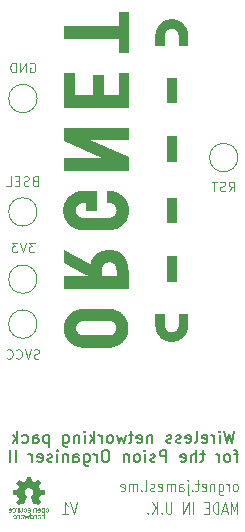
<source format=gbr>
%TF.GenerationSoftware,KiCad,Pcbnew,9.0.2+1*%
%TF.CreationDate,2025-07-26T13:33:15+01:00*%
%TF.ProjectId,ORGNET,4f52474e-4554-42e6-9b69-6361645f7063,1*%
%TF.SameCoordinates,Original*%
%TF.FileFunction,Legend,Bot*%
%TF.FilePolarity,Positive*%
%FSLAX46Y46*%
G04 Gerber Fmt 4.6, Leading zero omitted, Abs format (unit mm)*
G04 Created by KiCad (PCBNEW 9.0.2+1) date 2025-07-26 13:33:15*
%MOMM*%
%LPD*%
G01*
G04 APERTURE LIST*
%ADD10C,0.000000*%
%ADD11C,0.100000*%
%ADD12C,0.200000*%
%ADD13C,0.120000*%
G04 APERTURE END LIST*
D10*
G36*
X144280400Y-123016673D02*
G01*
X144281849Y-123016673D01*
X144362652Y-122767197D01*
X144414663Y-122767197D01*
X144495467Y-123016673D01*
X144496876Y-123016673D01*
X144565059Y-122767197D01*
X144640941Y-122767197D01*
X144527098Y-123123492D01*
X144463856Y-123123492D01*
X144389362Y-122873996D01*
X144387953Y-122873996D01*
X144313460Y-123123492D01*
X144250178Y-123123492D01*
X144136354Y-122767197D01*
X144212277Y-122767197D01*
X144280400Y-123016673D01*
G37*
G36*
X146260852Y-122396153D02*
G01*
X146260449Y-122409049D01*
X146259768Y-122420967D01*
X146258802Y-122431979D01*
X146257544Y-122442155D01*
X146255986Y-122451567D01*
X146254122Y-122460285D01*
X146251944Y-122468380D01*
X146249444Y-122475924D01*
X146246617Y-122482988D01*
X146243453Y-122489641D01*
X146239947Y-122495956D01*
X146236091Y-122502004D01*
X146231877Y-122507854D01*
X146227299Y-122513579D01*
X146222349Y-122519250D01*
X146218500Y-122523353D01*
X146214324Y-122527467D01*
X146209808Y-122531554D01*
X146204939Y-122535576D01*
X146199703Y-122539495D01*
X146194088Y-122543272D01*
X146188080Y-122546870D01*
X146181665Y-122550251D01*
X146178300Y-122551848D01*
X146174830Y-122553376D01*
X146171250Y-122554831D01*
X146167561Y-122556208D01*
X146163760Y-122557502D01*
X146159846Y-122558708D01*
X146155817Y-122559823D01*
X146151671Y-122560840D01*
X146147406Y-122561755D01*
X146143022Y-122562563D01*
X146138516Y-122563261D01*
X146133887Y-122563842D01*
X146129132Y-122564302D01*
X146124251Y-122564637D01*
X146119241Y-122564841D01*
X146114102Y-122564910D01*
X146103956Y-122564637D01*
X146094323Y-122563842D01*
X146085190Y-122562563D01*
X146076544Y-122560840D01*
X146068371Y-122558708D01*
X146060657Y-122556208D01*
X146053390Y-122553376D01*
X146046556Y-122550250D01*
X146040142Y-122546870D01*
X146034134Y-122543272D01*
X146028519Y-122539495D01*
X146023284Y-122535576D01*
X146018415Y-122531554D01*
X146013899Y-122527467D01*
X146009723Y-122523353D01*
X146005874Y-122519250D01*
X146000924Y-122513579D01*
X145996345Y-122507854D01*
X145992130Y-122502002D01*
X145988273Y-122495954D01*
X145984765Y-122489637D01*
X145981600Y-122482982D01*
X145978771Y-122475918D01*
X145976269Y-122468373D01*
X145974089Y-122460277D01*
X145972223Y-122451558D01*
X145970664Y-122442146D01*
X145969404Y-122431971D01*
X145968437Y-122420960D01*
X145967755Y-122409043D01*
X145967351Y-122396150D01*
X145967225Y-122382903D01*
X146038914Y-122382903D01*
X146039120Y-122400482D01*
X146039390Y-122408115D01*
X146039780Y-122415059D01*
X146040297Y-122421378D01*
X146040949Y-122427132D01*
X146041743Y-122432383D01*
X146042686Y-122437193D01*
X146043786Y-122441625D01*
X146045050Y-122445740D01*
X146046484Y-122449600D01*
X146048097Y-122453266D01*
X146049895Y-122456802D01*
X146051886Y-122460268D01*
X146054077Y-122463726D01*
X146056475Y-122467239D01*
X146057500Y-122468613D01*
X146058592Y-122469964D01*
X146060974Y-122472596D01*
X146063607Y-122475122D01*
X146066476Y-122477533D01*
X146069567Y-122479815D01*
X146072865Y-122481959D01*
X146076357Y-122483952D01*
X146080027Y-122485783D01*
X146083862Y-122487442D01*
X146087847Y-122488916D01*
X146091968Y-122490194D01*
X146096210Y-122491266D01*
X146100558Y-122492119D01*
X146104999Y-122492742D01*
X146109519Y-122493125D01*
X146114102Y-122493255D01*
X146118688Y-122493125D01*
X146123210Y-122492743D01*
X146127654Y-122492121D01*
X146132005Y-122491269D01*
X146136248Y-122490198D01*
X146140370Y-122488921D01*
X146144356Y-122487448D01*
X146148191Y-122485791D01*
X146151861Y-122483960D01*
X146155352Y-122481967D01*
X146158649Y-122479824D01*
X146161739Y-122477541D01*
X146164606Y-122475130D01*
X146167236Y-122472602D01*
X146169615Y-122469968D01*
X146171728Y-122467239D01*
X146174126Y-122463726D01*
X146176318Y-122460267D01*
X146178310Y-122456797D01*
X146180109Y-122453256D01*
X146181723Y-122449579D01*
X146183160Y-122445703D01*
X146184425Y-122441567D01*
X146185527Y-122437107D01*
X146186472Y-122432259D01*
X146187268Y-122426962D01*
X146187922Y-122421152D01*
X146188440Y-122414766D01*
X146188831Y-122407742D01*
X146189102Y-122400016D01*
X146189259Y-122391526D01*
X146189309Y-122382209D01*
X146189102Y-122364629D01*
X146188831Y-122356994D01*
X146188440Y-122350047D01*
X146187922Y-122343727D01*
X146187268Y-122337970D01*
X146186472Y-122332717D01*
X146185527Y-122327904D01*
X146184425Y-122323471D01*
X146183160Y-122319355D01*
X146181723Y-122315495D01*
X146180109Y-122311829D01*
X146178310Y-122308295D01*
X146176318Y-122304833D01*
X146174126Y-122301379D01*
X146171728Y-122297873D01*
X146170705Y-122296499D01*
X146169615Y-122295148D01*
X146167236Y-122292516D01*
X146164606Y-122289990D01*
X146161739Y-122287579D01*
X146158649Y-122285297D01*
X146155352Y-122283153D01*
X146151861Y-122281160D01*
X146148191Y-122279329D01*
X146144356Y-122277670D01*
X146140370Y-122276196D01*
X146136248Y-122274918D01*
X146132005Y-122273846D01*
X146127654Y-122272993D01*
X146123210Y-122272370D01*
X146118688Y-122271987D01*
X146114102Y-122271857D01*
X146109519Y-122271987D01*
X146104999Y-122272369D01*
X146100558Y-122272991D01*
X146096210Y-122273843D01*
X146091968Y-122274914D01*
X146087847Y-122276191D01*
X146083862Y-122277664D01*
X146080027Y-122279321D01*
X146076357Y-122281152D01*
X146072865Y-122283145D01*
X146069567Y-122285288D01*
X146066476Y-122287571D01*
X146063607Y-122289982D01*
X146060974Y-122292510D01*
X146058592Y-122295144D01*
X146056475Y-122297873D01*
X146054077Y-122301379D01*
X146051886Y-122304834D01*
X146049895Y-122308300D01*
X146048097Y-122311840D01*
X146046484Y-122315516D01*
X146045050Y-122319391D01*
X146043786Y-122323529D01*
X146042686Y-122327991D01*
X146041743Y-122332840D01*
X146040949Y-122338140D01*
X146040297Y-122343952D01*
X146039780Y-122350340D01*
X146039390Y-122357367D01*
X146039120Y-122365094D01*
X146038964Y-122373586D01*
X146038914Y-122382903D01*
X145967225Y-122382903D01*
X145967218Y-122382209D01*
X145967351Y-122368384D01*
X145967755Y-122355592D01*
X145968437Y-122343765D01*
X145969404Y-122332832D01*
X145970664Y-122322723D01*
X145972223Y-122313367D01*
X145974089Y-122304695D01*
X145976269Y-122296637D01*
X145978771Y-122289123D01*
X145981600Y-122282083D01*
X145984765Y-122275446D01*
X145988273Y-122269142D01*
X145992130Y-122263102D01*
X145996345Y-122257255D01*
X146000924Y-122251532D01*
X146005874Y-122245862D01*
X146009723Y-122241758D01*
X146013899Y-122237643D01*
X146018415Y-122233554D01*
X146023284Y-122229530D01*
X146028519Y-122225608D01*
X146034134Y-122221827D01*
X146040142Y-122218226D01*
X146046556Y-122214842D01*
X146049920Y-122213243D01*
X146053390Y-122211713D01*
X146056969Y-122210256D01*
X146060657Y-122208877D01*
X146064457Y-122207581D01*
X146068371Y-122206373D01*
X146072399Y-122205257D01*
X146076544Y-122204239D01*
X146080807Y-122203322D01*
X146085190Y-122202513D01*
X146089695Y-122201814D01*
X146094323Y-122201232D01*
X146099076Y-122200771D01*
X146103956Y-122200436D01*
X146108964Y-122200231D01*
X146114102Y-122200162D01*
X146124251Y-122200436D01*
X146133887Y-122201232D01*
X146143022Y-122202513D01*
X146151671Y-122204239D01*
X146159846Y-122206373D01*
X146167561Y-122208877D01*
X146174830Y-122211713D01*
X146181665Y-122214842D01*
X146188080Y-122218226D01*
X146194088Y-122221828D01*
X146199703Y-122225608D01*
X146204939Y-122229530D01*
X146209808Y-122233554D01*
X146214324Y-122237643D01*
X146218500Y-122241758D01*
X146222349Y-122245862D01*
X146227299Y-122251535D01*
X146231877Y-122257261D01*
X146236091Y-122263109D01*
X146239947Y-122269150D01*
X146243453Y-122275454D01*
X146246617Y-122282091D01*
X146249444Y-122289131D01*
X146251944Y-122296645D01*
X146254122Y-122304702D01*
X146255986Y-122313372D01*
X146257544Y-122322726D01*
X146258802Y-122332835D01*
X146259768Y-122343767D01*
X146260449Y-122355593D01*
X146260852Y-122368384D01*
X146260985Y-122382209D01*
X146260852Y-122396153D01*
G37*
G36*
X157056174Y-103051366D02*
G01*
X156240000Y-103051366D01*
X156240000Y-100874120D01*
X157056174Y-100874120D01*
X157056174Y-103051366D01*
G37*
G36*
X143298397Y-122200778D02*
G01*
X143306019Y-122201555D01*
X143313583Y-122202652D01*
X143321074Y-122204073D01*
X143328478Y-122205823D01*
X143335782Y-122207907D01*
X143342972Y-122210331D01*
X143350032Y-122213098D01*
X143356950Y-122216213D01*
X143363712Y-122219683D01*
X143370302Y-122223510D01*
X143376708Y-122227701D01*
X143382915Y-122232261D01*
X143388910Y-122237193D01*
X143394677Y-122242504D01*
X143400204Y-122248197D01*
X143405476Y-122254278D01*
X143410479Y-122260752D01*
X143415198Y-122267623D01*
X143419621Y-122274897D01*
X143423733Y-122282578D01*
X143427520Y-122290671D01*
X143430968Y-122299181D01*
X143434063Y-122308113D01*
X143436791Y-122317472D01*
X143439137Y-122327263D01*
X143441088Y-122337490D01*
X143442630Y-122348159D01*
X143443749Y-122359274D01*
X143444431Y-122370841D01*
X143444661Y-122382863D01*
X143444431Y-122394830D01*
X143443749Y-122406344D01*
X143442630Y-122417409D01*
X143441088Y-122428032D01*
X143439137Y-122438215D01*
X143436791Y-122447966D01*
X143434063Y-122457287D01*
X143430968Y-122466184D01*
X143427520Y-122474661D01*
X143423733Y-122482725D01*
X143419621Y-122490378D01*
X143415198Y-122497626D01*
X143410479Y-122504474D01*
X143405476Y-122510927D01*
X143400204Y-122516989D01*
X143394677Y-122522665D01*
X143388910Y-122527960D01*
X143382915Y-122532879D01*
X143376708Y-122537426D01*
X143370302Y-122541606D01*
X143363712Y-122545425D01*
X143356950Y-122548886D01*
X143350032Y-122551995D01*
X143342972Y-122554757D01*
X143328478Y-122559256D01*
X143313583Y-122562423D01*
X143298397Y-122564294D01*
X143283034Y-122564910D01*
X143273019Y-122564609D01*
X143263268Y-122563722D01*
X143253783Y-122562273D01*
X143244563Y-122560286D01*
X143235612Y-122557783D01*
X143226928Y-122554791D01*
X143218515Y-122551331D01*
X143210373Y-122547427D01*
X143202504Y-122543105D01*
X143194908Y-122538386D01*
X143187586Y-122533296D01*
X143180540Y-122527857D01*
X143173772Y-122522094D01*
X143167282Y-122516030D01*
X143161071Y-122509690D01*
X143155141Y-122503097D01*
X143207846Y-122456007D01*
X143211228Y-122460016D01*
X143214787Y-122463864D01*
X143218517Y-122467536D01*
X143222413Y-122471019D01*
X143226469Y-122474301D01*
X143230680Y-122477368D01*
X143235042Y-122480206D01*
X143239549Y-122482802D01*
X143244195Y-122485142D01*
X143248976Y-122487214D01*
X143253886Y-122489004D01*
X143258921Y-122490499D01*
X143264074Y-122491684D01*
X143269341Y-122492548D01*
X143272016Y-122492854D01*
X143274717Y-122493075D01*
X143277444Y-122493209D01*
X143280196Y-122493254D01*
X143285593Y-122493157D01*
X143290849Y-122492864D01*
X143295961Y-122492373D01*
X143300927Y-122491683D01*
X143305746Y-122490790D01*
X143310416Y-122489694D01*
X143314934Y-122488391D01*
X143319298Y-122486880D01*
X143323508Y-122485160D01*
X143327560Y-122483227D01*
X143331453Y-122481079D01*
X143335184Y-122478716D01*
X143338753Y-122476134D01*
X143342157Y-122473332D01*
X143345393Y-122470307D01*
X143348461Y-122467058D01*
X143351358Y-122463582D01*
X143354082Y-122459878D01*
X143356631Y-122455943D01*
X143359004Y-122451775D01*
X143361198Y-122447373D01*
X143363211Y-122442733D01*
X143365042Y-122437855D01*
X143366688Y-122432736D01*
X143368148Y-122427374D01*
X143369420Y-122421767D01*
X143370501Y-122415913D01*
X143371390Y-122409809D01*
X143372085Y-122403455D01*
X143372584Y-122396847D01*
X143372885Y-122389984D01*
X143372985Y-122382863D01*
X143372584Y-122368765D01*
X143371391Y-122355703D01*
X143370502Y-122349555D01*
X143369422Y-122343660D01*
X143368150Y-122338015D01*
X143366691Y-122332619D01*
X143365045Y-122327468D01*
X143363215Y-122322561D01*
X143361202Y-122317895D01*
X143359009Y-122313469D01*
X143356637Y-122309281D01*
X143354088Y-122305327D01*
X143351365Y-122301606D01*
X143348468Y-122298116D01*
X143345401Y-122294854D01*
X143342165Y-122291819D01*
X143338762Y-122289007D01*
X143335193Y-122286418D01*
X143331461Y-122284048D01*
X143327569Y-122281896D01*
X143323516Y-122279959D01*
X143319307Y-122278235D01*
X143314942Y-122276723D01*
X143310423Y-122275419D01*
X143305753Y-122274322D01*
X143300933Y-122273429D01*
X143290852Y-122272247D01*
X143280196Y-122271857D01*
X143274717Y-122272036D01*
X143269340Y-122272564D01*
X143264072Y-122273428D01*
X143258918Y-122274613D01*
X143253882Y-122276108D01*
X143248971Y-122277898D01*
X143244189Y-122279970D01*
X143239541Y-122282310D01*
X143235034Y-122284906D01*
X143230672Y-122287744D01*
X143226460Y-122290811D01*
X143222404Y-122294092D01*
X143218510Y-122297576D01*
X143214782Y-122301248D01*
X143211225Y-122305095D01*
X143207846Y-122309104D01*
X143155141Y-122262015D01*
X143161074Y-122255411D01*
X143167288Y-122249062D01*
X143173781Y-122242992D01*
X143180551Y-122237223D01*
X143187599Y-122231780D01*
X143194921Y-122226686D01*
X143202518Y-122221966D01*
X143210388Y-122217642D01*
X143218530Y-122213738D01*
X143226942Y-122210278D01*
X143235624Y-122207285D01*
X143244574Y-122204784D01*
X143253792Y-122202797D01*
X143263275Y-122201349D01*
X143268116Y-122200834D01*
X143273022Y-122200463D01*
X143277995Y-122200238D01*
X143283034Y-122200162D01*
X143298397Y-122200778D01*
G37*
G36*
X153029261Y-90011130D02*
G01*
X153029261Y-90011145D01*
X153029261Y-90980734D01*
X149764106Y-90980734D01*
X153029261Y-92484671D01*
X153029261Y-93614417D01*
X147518073Y-93614417D01*
X147518073Y-92574118D01*
X150763034Y-92574118D01*
X147518073Y-91070197D01*
X147518073Y-89961600D01*
X153029261Y-89961600D01*
X153029261Y-90011130D01*
G37*
G36*
X145059350Y-122200327D02*
G01*
X145066260Y-122200822D01*
X145073026Y-122201646D01*
X145079642Y-122202800D01*
X145086102Y-122204283D01*
X145092399Y-122206096D01*
X145098528Y-122208238D01*
X145104481Y-122210709D01*
X145110254Y-122213510D01*
X145115838Y-122216640D01*
X145121228Y-122220099D01*
X145126419Y-122223887D01*
X145131402Y-122228005D01*
X145136173Y-122232451D01*
X145140725Y-122237226D01*
X145145052Y-122242330D01*
X145146481Y-122242330D01*
X145146481Y-122204389D01*
X145218156Y-122204389D01*
X145218156Y-122560683D01*
X145146481Y-122560683D01*
X145146481Y-122348495D01*
X145146393Y-122344006D01*
X145146131Y-122339639D01*
X145145700Y-122335393D01*
X145145103Y-122331272D01*
X145144342Y-122327276D01*
X145143423Y-122323407D01*
X145142348Y-122319666D01*
X145141122Y-122316054D01*
X145139747Y-122312574D01*
X145138227Y-122309225D01*
X145136567Y-122306011D01*
X145134769Y-122302931D01*
X145132837Y-122299988D01*
X145130775Y-122297183D01*
X145128586Y-122294517D01*
X145126275Y-122291992D01*
X145123844Y-122289609D01*
X145121297Y-122287369D01*
X145118638Y-122285275D01*
X145115870Y-122283327D01*
X145112998Y-122281527D01*
X145110024Y-122279875D01*
X145106952Y-122278375D01*
X145103786Y-122277026D01*
X145100529Y-122275831D01*
X145097186Y-122274791D01*
X145093759Y-122273906D01*
X145090252Y-122273180D01*
X145086669Y-122272612D01*
X145083014Y-122272205D01*
X145079289Y-122271960D01*
X145075500Y-122271878D01*
X145071773Y-122271960D01*
X145068108Y-122272205D01*
X145064508Y-122272612D01*
X145060977Y-122273180D01*
X145057518Y-122273907D01*
X145054136Y-122274791D01*
X145050834Y-122275831D01*
X145047615Y-122277026D01*
X145044484Y-122278375D01*
X145041445Y-122279876D01*
X145038500Y-122281527D01*
X145035654Y-122283327D01*
X145032911Y-122285275D01*
X145030273Y-122287370D01*
X145027746Y-122289609D01*
X145025332Y-122291992D01*
X145023036Y-122294517D01*
X145020861Y-122297183D01*
X145018810Y-122299988D01*
X145016888Y-122302931D01*
X145015099Y-122306011D01*
X145013445Y-122309226D01*
X145011932Y-122312574D01*
X145010561Y-122316055D01*
X145009338Y-122319666D01*
X145008266Y-122323407D01*
X145007349Y-122327277D01*
X145006590Y-122331273D01*
X145005993Y-122335394D01*
X145005562Y-122339639D01*
X145005301Y-122344006D01*
X145005213Y-122348495D01*
X145005213Y-122560683D01*
X144933537Y-122560683D01*
X144933537Y-122323868D01*
X144933721Y-122316400D01*
X144934261Y-122309156D01*
X144935146Y-122302136D01*
X144936363Y-122295342D01*
X144937899Y-122288773D01*
X144939740Y-122282432D01*
X144941873Y-122276318D01*
X144944287Y-122270433D01*
X144946966Y-122264778D01*
X144949900Y-122259354D01*
X144953074Y-122254161D01*
X144956476Y-122249200D01*
X144960092Y-122244472D01*
X144963910Y-122239979D01*
X144967917Y-122235721D01*
X144972099Y-122231699D01*
X144976444Y-122227913D01*
X144980938Y-122224366D01*
X144985570Y-122221057D01*
X144990325Y-122217987D01*
X144995190Y-122215158D01*
X145000154Y-122212571D01*
X145005202Y-122210225D01*
X145010322Y-122208123D01*
X145020724Y-122204651D01*
X145031258Y-122202162D01*
X145041819Y-122200663D01*
X145047077Y-122200288D01*
X145052302Y-122200162D01*
X145059350Y-122200327D01*
G37*
G36*
X143826772Y-122416618D02*
G01*
X143826860Y-122421103D01*
X143827121Y-122425467D01*
X143827552Y-122429710D01*
X143828149Y-122433828D01*
X143828908Y-122437822D01*
X143829825Y-122441690D01*
X143830897Y-122445430D01*
X143832121Y-122449041D01*
X143833491Y-122452521D01*
X143835005Y-122455869D01*
X143836659Y-122459084D01*
X143838448Y-122462164D01*
X143840370Y-122465107D01*
X143842421Y-122467913D01*
X143844597Y-122470579D01*
X143846894Y-122473105D01*
X143849308Y-122475489D01*
X143851836Y-122477730D01*
X143854474Y-122479825D01*
X143857218Y-122481775D01*
X143860065Y-122483576D01*
X143863010Y-122485229D01*
X143866051Y-122486730D01*
X143869182Y-122488080D01*
X143872402Y-122489276D01*
X143875705Y-122490318D01*
X143879089Y-122491203D01*
X143882549Y-122491931D01*
X143886082Y-122492499D01*
X143889683Y-122492906D01*
X143893350Y-122493152D01*
X143897078Y-122493234D01*
X143900866Y-122493152D01*
X143904589Y-122492906D01*
X143908243Y-122492499D01*
X143911824Y-122491931D01*
X143915329Y-122491203D01*
X143918755Y-122490318D01*
X143922097Y-122489276D01*
X143925353Y-122488080D01*
X143928518Y-122486730D01*
X143931589Y-122485229D01*
X143934562Y-122483576D01*
X143937434Y-122481775D01*
X143940201Y-122479825D01*
X143942859Y-122477730D01*
X143945406Y-122475489D01*
X143947836Y-122473105D01*
X143950147Y-122470579D01*
X143952336Y-122467913D01*
X143954397Y-122465107D01*
X143956329Y-122462164D01*
X143958127Y-122459084D01*
X143959787Y-122455869D01*
X143961306Y-122452521D01*
X143962681Y-122449041D01*
X143963907Y-122445430D01*
X143964982Y-122441690D01*
X143965901Y-122437822D01*
X143966661Y-122433828D01*
X143967259Y-122429710D01*
X143967690Y-122425467D01*
X143967952Y-122421103D01*
X143968040Y-122416618D01*
X143968040Y-122204389D01*
X144039695Y-122204389D01*
X144039695Y-122441244D01*
X144039696Y-122441244D01*
X144039512Y-122448708D01*
X144038971Y-122455949D01*
X144038085Y-122462965D01*
X144036867Y-122469757D01*
X144035330Y-122476323D01*
X144033487Y-122482662D01*
X144031350Y-122488773D01*
X144028932Y-122494656D01*
X144026247Y-122500309D01*
X144023307Y-122505731D01*
X144020125Y-122510923D01*
X144016714Y-122515882D01*
X144013087Y-122520608D01*
X144009257Y-122525100D01*
X144005236Y-122529357D01*
X144001037Y-122533378D01*
X143996674Y-122537163D01*
X143992159Y-122540710D01*
X143987505Y-122544018D01*
X143982725Y-122547087D01*
X143977832Y-122549915D01*
X143972838Y-122552503D01*
X143967757Y-122554848D01*
X143962602Y-122556950D01*
X143957384Y-122558808D01*
X143952118Y-122560422D01*
X143941491Y-122562910D01*
X143930822Y-122564409D01*
X143925505Y-122564784D01*
X143920216Y-122564910D01*
X143913298Y-122564745D01*
X143906500Y-122564250D01*
X143899831Y-122563426D01*
X143893298Y-122562272D01*
X143886907Y-122560789D01*
X143880667Y-122558976D01*
X143874584Y-122556834D01*
X143868667Y-122554363D01*
X143862922Y-122551562D01*
X143857358Y-122548432D01*
X143851980Y-122544973D01*
X143846797Y-122541185D01*
X143841817Y-122537068D01*
X143837046Y-122532621D01*
X143832491Y-122527846D01*
X143828161Y-122522742D01*
X143826772Y-122522742D01*
X143826772Y-122560723D01*
X143755116Y-122560723D01*
X143755116Y-122204389D01*
X143826772Y-122204389D01*
X143826772Y-122416618D01*
G37*
G36*
X144130818Y-123018777D02*
G01*
X144130683Y-123024531D01*
X144130278Y-123030193D01*
X144129606Y-123035757D01*
X144128670Y-123041216D01*
X144127471Y-123046566D01*
X144126013Y-123051799D01*
X144124298Y-123056910D01*
X144122328Y-123061893D01*
X144120106Y-123066742D01*
X144117634Y-123071452D01*
X144114915Y-123076016D01*
X144111951Y-123080428D01*
X144108744Y-123084683D01*
X144105298Y-123088774D01*
X144101613Y-123092696D01*
X144097694Y-123096443D01*
X144093542Y-123100008D01*
X144089160Y-123103386D01*
X144084550Y-123106571D01*
X144079715Y-123109558D01*
X144074657Y-123112339D01*
X144069378Y-123114910D01*
X144063882Y-123117263D01*
X144058170Y-123119395D01*
X144052245Y-123121297D01*
X144046109Y-123122965D01*
X144039765Y-123124393D01*
X144033215Y-123125575D01*
X144026463Y-123126504D01*
X144019509Y-123127175D01*
X144012357Y-123127582D01*
X144005009Y-123127719D01*
X143996195Y-123127587D01*
X143987920Y-123127188D01*
X143980163Y-123126520D01*
X143972904Y-123125579D01*
X143966121Y-123124362D01*
X143959796Y-123122866D01*
X143953906Y-123121088D01*
X143948432Y-123119025D01*
X143943353Y-123116673D01*
X143938648Y-123114029D01*
X143934298Y-123111090D01*
X143930281Y-123107853D01*
X143926578Y-123104315D01*
X143923167Y-123100472D01*
X143920028Y-123096322D01*
X143917141Y-123091861D01*
X143915752Y-123091861D01*
X143915752Y-123123492D01*
X143915732Y-123123492D01*
X143844036Y-123123492D01*
X143844036Y-122972362D01*
X143915732Y-122972362D01*
X143915732Y-122998377D01*
X143915792Y-123003441D01*
X143915975Y-123008225D01*
X143916285Y-123012735D01*
X143916724Y-123016981D01*
X143917297Y-123020970D01*
X143918006Y-123024710D01*
X143918856Y-123028208D01*
X143919849Y-123031473D01*
X143920990Y-123034513D01*
X143922281Y-123037334D01*
X143923727Y-123039946D01*
X143925330Y-123042356D01*
X143927094Y-123044572D01*
X143929023Y-123046601D01*
X143931119Y-123048452D01*
X143933388Y-123050132D01*
X143935831Y-123051649D01*
X143938453Y-123053012D01*
X143941256Y-123054228D01*
X143944246Y-123055304D01*
X143947423Y-123056250D01*
X143950794Y-123057071D01*
X143954360Y-123057778D01*
X143958125Y-123058376D01*
X143966268Y-123059282D01*
X143975250Y-123059850D01*
X143985098Y-123060146D01*
X143995841Y-123060230D01*
X144004588Y-123059987D01*
X144012659Y-123059277D01*
X144020069Y-123058126D01*
X144026835Y-123056561D01*
X144029981Y-123055632D01*
X144032971Y-123054609D01*
X144035807Y-123053496D01*
X144038493Y-123052297D01*
X144041028Y-123051014D01*
X144043415Y-123049651D01*
X144045657Y-123048212D01*
X144047755Y-123046699D01*
X144049710Y-123045116D01*
X144051526Y-123043467D01*
X144053203Y-123041755D01*
X144054745Y-123039982D01*
X144056151Y-123038153D01*
X144057426Y-123036271D01*
X144058570Y-123034339D01*
X144059585Y-123032361D01*
X144061238Y-123028278D01*
X144062399Y-123024050D01*
X144063085Y-123019703D01*
X144063310Y-123015264D01*
X144063252Y-123012852D01*
X144063078Y-123010495D01*
X144062788Y-123008194D01*
X144062382Y-123005951D01*
X144061857Y-123003767D01*
X144061215Y-123001644D01*
X144060455Y-122999583D01*
X144059575Y-122997585D01*
X144058576Y-122995652D01*
X144057457Y-122993786D01*
X144056218Y-122991987D01*
X144054858Y-122990257D01*
X144053376Y-122988598D01*
X144051772Y-122987010D01*
X144050046Y-122985496D01*
X144048196Y-122984057D01*
X144046223Y-122982694D01*
X144044126Y-122981409D01*
X144041905Y-122980203D01*
X144039558Y-122979077D01*
X144037086Y-122978033D01*
X144034488Y-122977072D01*
X144031763Y-122976197D01*
X144028911Y-122975407D01*
X144025931Y-122974705D01*
X144022824Y-122974092D01*
X144019587Y-122973569D01*
X144016221Y-122973138D01*
X144012726Y-122972801D01*
X144009101Y-122972558D01*
X144005344Y-122972411D01*
X144001457Y-122972362D01*
X143915732Y-122972362D01*
X143844036Y-122972362D01*
X143844036Y-122880327D01*
X143844212Y-122872263D01*
X143844737Y-122864535D01*
X143845603Y-122857138D01*
X143846806Y-122850068D01*
X143848339Y-122843317D01*
X143850195Y-122836882D01*
X143852370Y-122830758D01*
X143854856Y-122824937D01*
X143857648Y-122819416D01*
X143860740Y-122814190D01*
X143864126Y-122809252D01*
X143867799Y-122804598D01*
X143871754Y-122800222D01*
X143875984Y-122796120D01*
X143880484Y-122792285D01*
X143885247Y-122788713D01*
X143890267Y-122785398D01*
X143895539Y-122782335D01*
X143901056Y-122779519D01*
X143906812Y-122776945D01*
X143912801Y-122774607D01*
X143919017Y-122772499D01*
X143925454Y-122770618D01*
X143932105Y-122768957D01*
X143938966Y-122767511D01*
X143946029Y-122766275D01*
X143960740Y-122764411D01*
X143976190Y-122763324D01*
X143992329Y-122762971D01*
X144002177Y-122763137D01*
X144011701Y-122763648D01*
X144020902Y-122764516D01*
X144029783Y-122765756D01*
X144038348Y-122767384D01*
X144046600Y-122769413D01*
X144054540Y-122771858D01*
X144062174Y-122774733D01*
X144069502Y-122778054D01*
X144076529Y-122781834D01*
X144083258Y-122786088D01*
X144089690Y-122790831D01*
X144095830Y-122796078D01*
X144101680Y-122801842D01*
X144107243Y-122808138D01*
X144112522Y-122814981D01*
X144056285Y-122857844D01*
X144055085Y-122855972D01*
X144053854Y-122854177D01*
X144052588Y-122852458D01*
X144051286Y-122850813D01*
X144049944Y-122849242D01*
X144048560Y-122847743D01*
X144047131Y-122846316D01*
X144045654Y-122844958D01*
X144044127Y-122843669D01*
X144042547Y-122842448D01*
X144040911Y-122841294D01*
X144039216Y-122840205D01*
X144037460Y-122839180D01*
X144035640Y-122838218D01*
X144033754Y-122837318D01*
X144031798Y-122836479D01*
X144029770Y-122835700D01*
X144027667Y-122834980D01*
X144025487Y-122834317D01*
X144023226Y-122833710D01*
X144020883Y-122833158D01*
X144018454Y-122832660D01*
X144015936Y-122832215D01*
X144013328Y-122831822D01*
X144007827Y-122831186D01*
X144001929Y-122830743D01*
X143995612Y-122830484D01*
X143988856Y-122830400D01*
X143979578Y-122830543D01*
X143970981Y-122830981D01*
X143963054Y-122831728D01*
X143955784Y-122832799D01*
X143949162Y-122834209D01*
X143943174Y-122835970D01*
X143937811Y-122838098D01*
X143935360Y-122839304D01*
X143933060Y-122840607D01*
X143930911Y-122842009D01*
X143928911Y-122843511D01*
X143927058Y-122845116D01*
X143925352Y-122846824D01*
X143923790Y-122848639D01*
X143922371Y-122850561D01*
X143921094Y-122852593D01*
X143919958Y-122854736D01*
X143918960Y-122856992D01*
X143918101Y-122859363D01*
X143917377Y-122861851D01*
X143916788Y-122864457D01*
X143916332Y-122867183D01*
X143916009Y-122870031D01*
X143915752Y-122876100D01*
X143915752Y-122913347D01*
X144014851Y-122913347D01*
X144021921Y-122913488D01*
X144028773Y-122913905D01*
X144035406Y-122914593D01*
X144041820Y-122915543D01*
X144048015Y-122916747D01*
X144053989Y-122918199D01*
X144059744Y-122919892D01*
X144065277Y-122921817D01*
X144070590Y-122923968D01*
X144075680Y-122926336D01*
X144080549Y-122928916D01*
X144085196Y-122931699D01*
X144089620Y-122934679D01*
X144093821Y-122937847D01*
X144097798Y-122941196D01*
X144101551Y-122944720D01*
X144105080Y-122948410D01*
X144108384Y-122952260D01*
X144111463Y-122956261D01*
X144114317Y-122960408D01*
X144116944Y-122964692D01*
X144119345Y-122969105D01*
X144121520Y-122973642D01*
X144123467Y-122978293D01*
X144125187Y-122983053D01*
X144126678Y-122987913D01*
X144127942Y-122992867D01*
X144128976Y-122997907D01*
X144129781Y-123003025D01*
X144130357Y-123008214D01*
X144130703Y-123013467D01*
X144130742Y-123015264D01*
X144130818Y-123018777D01*
G37*
G36*
X145046927Y-122763136D02*
G01*
X145053837Y-122763630D01*
X145060604Y-122764454D01*
X145067220Y-122765608D01*
X145073680Y-122767091D01*
X145079978Y-122768904D01*
X145086107Y-122771046D01*
X145092062Y-122773518D01*
X145097835Y-122776318D01*
X145103421Y-122779448D01*
X145108813Y-122782908D01*
X145114005Y-122786696D01*
X145118991Y-122790813D01*
X145123765Y-122795259D01*
X145128320Y-122800035D01*
X145132650Y-122805139D01*
X145134058Y-122805139D01*
X145134058Y-122767197D01*
X145205734Y-122767197D01*
X145205734Y-123123492D01*
X145134058Y-123123492D01*
X145134058Y-122909120D01*
X145133959Y-122904334D01*
X145133663Y-122899719D01*
X145133178Y-122895274D01*
X145132510Y-122890998D01*
X145131664Y-122886889D01*
X145130648Y-122882947D01*
X145129467Y-122879169D01*
X145128127Y-122875555D01*
X145126635Y-122872104D01*
X145124996Y-122868813D01*
X145123218Y-122865683D01*
X145121305Y-122862711D01*
X145119265Y-122859897D01*
X145117104Y-122857238D01*
X145114827Y-122854734D01*
X145112441Y-122852384D01*
X145109952Y-122850186D01*
X145107367Y-122848140D01*
X145104690Y-122846242D01*
X145101930Y-122844494D01*
X145099091Y-122842892D01*
X145096180Y-122841436D01*
X145093203Y-122840125D01*
X145090166Y-122838958D01*
X145083939Y-122837048D01*
X145077547Y-122835696D01*
X145071039Y-122834892D01*
X145064466Y-122834627D01*
X145061111Y-122834685D01*
X145057888Y-122834863D01*
X145054780Y-122835164D01*
X145051770Y-122835594D01*
X145048844Y-122836155D01*
X145045983Y-122836852D01*
X145043172Y-122837690D01*
X145040394Y-122838672D01*
X145037632Y-122839803D01*
X145034870Y-122841087D01*
X145032092Y-122842527D01*
X145029281Y-122844128D01*
X145026420Y-122845895D01*
X145023494Y-122847831D01*
X145020485Y-122849941D01*
X145017377Y-122852228D01*
X144965387Y-122790375D01*
X144969497Y-122787288D01*
X144973661Y-122784355D01*
X144977881Y-122781582D01*
X144982164Y-122778977D01*
X144986511Y-122776545D01*
X144990929Y-122774292D01*
X144995421Y-122772224D01*
X144999992Y-122770348D01*
X145004644Y-122768669D01*
X145009384Y-122767194D01*
X145014215Y-122765929D01*
X145019141Y-122764881D01*
X145024166Y-122764054D01*
X145029295Y-122763456D01*
X145034531Y-122763093D01*
X145039880Y-122762971D01*
X145046927Y-122763136D01*
G37*
G36*
X145572189Y-122358725D02*
G01*
X145572856Y-122370892D01*
X145573082Y-122383598D01*
X145572835Y-122396976D01*
X145572109Y-122409718D01*
X145570919Y-122421838D01*
X145569285Y-122433349D01*
X145567224Y-122444265D01*
X145564753Y-122454601D01*
X145561890Y-122464369D01*
X145558654Y-122473584D01*
X145555061Y-122482260D01*
X145551130Y-122490411D01*
X145546878Y-122498050D01*
X145542323Y-122505192D01*
X145537484Y-122511850D01*
X145532376Y-122518038D01*
X145527019Y-122523770D01*
X145521431Y-122529060D01*
X145515628Y-122533922D01*
X145509629Y-122538369D01*
X145503451Y-122542416D01*
X145497112Y-122546077D01*
X145490631Y-122549365D01*
X145484024Y-122552294D01*
X145470505Y-122557132D01*
X145456697Y-122560701D01*
X145442744Y-122563113D01*
X145428786Y-122564479D01*
X145414967Y-122564910D01*
X145406031Y-122564710D01*
X145397157Y-122564105D01*
X145388358Y-122563084D01*
X145379647Y-122561637D01*
X145371034Y-122559754D01*
X145362533Y-122557423D01*
X145354156Y-122554636D01*
X145345915Y-122551381D01*
X145337823Y-122547649D01*
X145329891Y-122543429D01*
X145322132Y-122538710D01*
X145314558Y-122533483D01*
X145307181Y-122527737D01*
X145300015Y-122521462D01*
X145293070Y-122514648D01*
X145286359Y-122507284D01*
X145338370Y-122463032D01*
X145342417Y-122467009D01*
X145346647Y-122470768D01*
X145351044Y-122474302D01*
X145355592Y-122477607D01*
X145360276Y-122480677D01*
X145365080Y-122483507D01*
X145369990Y-122486092D01*
X145374989Y-122488427D01*
X145380062Y-122490507D01*
X145385194Y-122492326D01*
X145390370Y-122493879D01*
X145395573Y-122495162D01*
X145400788Y-122496169D01*
X145406001Y-122496894D01*
X145411195Y-122497333D01*
X145416356Y-122497481D01*
X145420929Y-122497394D01*
X145425421Y-122497135D01*
X145429826Y-122496703D01*
X145434140Y-122496098D01*
X145438359Y-122495321D01*
X145442479Y-122494371D01*
X145446496Y-122493249D01*
X145450406Y-122491955D01*
X145454205Y-122490489D01*
X145457889Y-122488852D01*
X145461452Y-122487042D01*
X145464893Y-122485061D01*
X145468205Y-122482909D01*
X145471386Y-122480585D01*
X145474431Y-122478090D01*
X145477336Y-122475424D01*
X145480096Y-122472587D01*
X145482708Y-122469580D01*
X145485168Y-122466401D01*
X145487472Y-122463052D01*
X145489614Y-122459533D01*
X145491592Y-122455844D01*
X145493401Y-122451984D01*
X145495037Y-122447954D01*
X145496496Y-122443755D01*
X145497774Y-122439385D01*
X145498867Y-122434847D01*
X145499770Y-122430138D01*
X145500480Y-122425260D01*
X145500992Y-122420214D01*
X145501302Y-122414998D01*
X145501406Y-122409613D01*
X145279335Y-122409613D01*
X145279335Y-122350598D01*
X145351010Y-122350598D01*
X145501406Y-122350598D01*
X145501186Y-122345595D01*
X145500792Y-122340742D01*
X145500229Y-122336038D01*
X145499499Y-122331486D01*
X145498607Y-122327084D01*
X145497556Y-122322834D01*
X145496349Y-122318736D01*
X145494990Y-122314791D01*
X145493483Y-122311000D01*
X145491832Y-122307363D01*
X145490039Y-122303881D01*
X145488109Y-122300555D01*
X145486045Y-122297384D01*
X145483851Y-122294371D01*
X145481530Y-122291515D01*
X145479087Y-122288817D01*
X145476524Y-122286277D01*
X145473845Y-122283897D01*
X145471053Y-122281677D01*
X145468154Y-122279617D01*
X145465149Y-122277718D01*
X145462043Y-122275982D01*
X145458839Y-122274407D01*
X145455541Y-122272996D01*
X145452152Y-122271748D01*
X145448677Y-122270665D01*
X145445118Y-122269747D01*
X145441479Y-122268994D01*
X145437764Y-122268407D01*
X145433976Y-122267987D01*
X145430120Y-122267735D01*
X145426198Y-122267651D01*
X145422278Y-122267735D01*
X145418428Y-122267987D01*
X145414650Y-122268407D01*
X145410947Y-122268994D01*
X145407323Y-122269747D01*
X145403781Y-122270665D01*
X145400324Y-122271748D01*
X145396956Y-122272996D01*
X145393680Y-122274407D01*
X145390498Y-122275982D01*
X145387414Y-122277718D01*
X145384432Y-122279617D01*
X145381554Y-122281677D01*
X145378784Y-122283897D01*
X145376125Y-122286277D01*
X145373580Y-122288817D01*
X145371152Y-122291515D01*
X145368845Y-122294371D01*
X145366662Y-122297385D01*
X145364606Y-122300555D01*
X145362680Y-122303881D01*
X145360888Y-122307363D01*
X145359232Y-122311000D01*
X145357716Y-122314791D01*
X145356343Y-122318736D01*
X145355117Y-122322834D01*
X145354040Y-122327084D01*
X145353115Y-122331486D01*
X145352347Y-122336039D01*
X145351738Y-122340742D01*
X145351291Y-122345595D01*
X145351010Y-122350598D01*
X145279335Y-122350598D01*
X145279335Y-122350578D01*
X145279532Y-122342043D01*
X145280119Y-122333712D01*
X145281084Y-122325587D01*
X145282417Y-122317673D01*
X145284107Y-122309975D01*
X145286144Y-122302498D01*
X145288517Y-122295246D01*
X145291215Y-122288223D01*
X145294228Y-122281433D01*
X145297546Y-122274883D01*
X145301157Y-122268575D01*
X145305052Y-122262514D01*
X145309220Y-122256705D01*
X145313650Y-122251152D01*
X145318331Y-122245861D01*
X145323254Y-122240834D01*
X145328407Y-122236078D01*
X145333780Y-122231595D01*
X145339363Y-122227392D01*
X145345144Y-122223472D01*
X145351114Y-122219839D01*
X145357262Y-122216499D01*
X145363577Y-122213456D01*
X145370049Y-122210714D01*
X145376667Y-122208277D01*
X145383420Y-122206151D01*
X145390299Y-122204340D01*
X145397292Y-122202848D01*
X145404389Y-122201679D01*
X145411579Y-122200839D01*
X145418853Y-122200332D01*
X145426198Y-122200162D01*
X145439202Y-122200701D01*
X145452291Y-122202366D01*
X145458827Y-122203643D01*
X145465338Y-122205228D01*
X145471805Y-122207130D01*
X145478215Y-122209357D01*
X145484550Y-122211919D01*
X145490795Y-122214825D01*
X145496934Y-122218083D01*
X145502950Y-122221702D01*
X145508829Y-122225691D01*
X145514553Y-122230060D01*
X145520108Y-122234816D01*
X145525476Y-122239969D01*
X145530643Y-122245527D01*
X145535592Y-122251500D01*
X145540307Y-122257896D01*
X145544773Y-122264724D01*
X145548973Y-122271993D01*
X145552891Y-122279712D01*
X145556512Y-122287890D01*
X145559820Y-122296536D01*
X145562798Y-122305658D01*
X145565430Y-122315265D01*
X145567702Y-122325367D01*
X145569596Y-122335971D01*
X145571097Y-122347088D01*
X145571426Y-122350598D01*
X145572189Y-122358725D01*
G37*
G36*
X157056174Y-87900000D02*
G01*
X156240000Y-87900000D01*
X156240000Y-85722754D01*
X157056174Y-85722754D01*
X157056174Y-87900000D01*
G37*
G36*
X148422263Y-87173773D02*
G01*
X149989673Y-87173773D01*
X149989673Y-85489493D01*
X150877505Y-85489493D01*
X150877505Y-87173773D01*
X152140959Y-87173773D01*
X152140959Y-85345694D01*
X153029749Y-85345694D01*
X153029749Y-85393302D01*
X153029261Y-85393302D01*
X153029261Y-88277075D01*
X147534907Y-88277075D01*
X147534907Y-85345694D01*
X148422263Y-85345694D01*
X148422263Y-87173773D01*
G37*
G36*
X143517669Y-122200327D02*
G01*
X143524580Y-122200822D01*
X143531347Y-122201646D01*
X143537965Y-122202800D01*
X143544426Y-122204283D01*
X143550726Y-122206096D01*
X143556857Y-122208238D01*
X143562813Y-122210709D01*
X143568588Y-122213510D01*
X143574175Y-122216640D01*
X143579569Y-122220099D01*
X143584763Y-122223887D01*
X143589750Y-122228005D01*
X143594525Y-122232451D01*
X143599080Y-122237226D01*
X143603411Y-122242330D01*
X143604800Y-122242330D01*
X143604800Y-122204389D01*
X143676495Y-122204389D01*
X143676495Y-122560683D01*
X143604800Y-122560683D01*
X143604800Y-122346351D01*
X143604700Y-122341562D01*
X143604405Y-122336944D01*
X143603920Y-122332496D01*
X143603253Y-122328218D01*
X143602408Y-122324107D01*
X143601393Y-122320163D01*
X143600213Y-122316385D01*
X143598874Y-122312770D01*
X143597383Y-122309318D01*
X143595746Y-122306027D01*
X143593969Y-122302897D01*
X143592058Y-122299925D01*
X143590020Y-122297111D01*
X143587860Y-122294453D01*
X143585585Y-122291950D01*
X143583200Y-122289601D01*
X143580712Y-122287404D01*
X143578128Y-122285358D01*
X143575453Y-122283462D01*
X143572693Y-122281714D01*
X143569855Y-122280114D01*
X143566945Y-122278660D01*
X143563969Y-122277350D01*
X143560933Y-122276183D01*
X143554706Y-122274275D01*
X143548313Y-122272925D01*
X143541804Y-122272123D01*
X143535228Y-122271858D01*
X143531869Y-122271916D01*
X143528643Y-122272094D01*
X143525534Y-122272395D01*
X143522523Y-122272824D01*
X143519596Y-122273385D01*
X143516736Y-122274082D01*
X143513925Y-122274918D01*
X143511147Y-122275899D01*
X143508387Y-122277027D01*
X143505626Y-122278308D01*
X143502849Y-122279745D01*
X143500039Y-122281343D01*
X143497180Y-122283105D01*
X143494254Y-122285036D01*
X143491246Y-122287139D01*
X143488138Y-122289420D01*
X143436128Y-122227567D01*
X143440245Y-122224479D01*
X143444413Y-122221546D01*
X143448637Y-122218774D01*
X143452922Y-122216169D01*
X143457270Y-122213736D01*
X143461688Y-122211483D01*
X143466179Y-122209415D01*
X143470748Y-122207539D01*
X143475399Y-122205860D01*
X143480136Y-122204386D01*
X143484964Y-122203121D01*
X143489887Y-122202072D01*
X143494910Y-122201246D01*
X143500037Y-122200648D01*
X143505273Y-122200285D01*
X143510621Y-122200162D01*
X143517669Y-122200327D01*
G37*
G36*
X145571216Y-123018777D02*
G01*
X145571081Y-123024531D01*
X145570676Y-123030193D01*
X145570004Y-123035757D01*
X145569068Y-123041216D01*
X145567871Y-123046566D01*
X145566413Y-123051799D01*
X145564699Y-123056910D01*
X145562729Y-123061893D01*
X145560508Y-123066742D01*
X145558037Y-123071452D01*
X145555318Y-123076016D01*
X145552355Y-123080428D01*
X145549149Y-123084683D01*
X145545704Y-123088774D01*
X145542020Y-123092696D01*
X145538102Y-123096443D01*
X145533951Y-123100008D01*
X145529570Y-123103386D01*
X145524961Y-123106571D01*
X145520126Y-123109558D01*
X145515069Y-123112339D01*
X145509791Y-123114910D01*
X145504296Y-123117263D01*
X145498584Y-123119395D01*
X145492660Y-123121297D01*
X145486525Y-123122965D01*
X145480182Y-123124393D01*
X145473632Y-123125575D01*
X145466880Y-123126504D01*
X145459927Y-123127175D01*
X145452775Y-123127582D01*
X145445427Y-123127719D01*
X145436610Y-123127587D01*
X145428332Y-123127188D01*
X145420574Y-123126520D01*
X145413314Y-123125579D01*
X145406531Y-123124362D01*
X145400206Y-123122866D01*
X145394317Y-123121088D01*
X145388845Y-123119025D01*
X145383768Y-123116673D01*
X145379066Y-123114029D01*
X145374718Y-123111090D01*
X145370705Y-123107853D01*
X145367005Y-123104315D01*
X145363597Y-123100472D01*
X145360462Y-123096322D01*
X145357578Y-123091861D01*
X145356170Y-123091861D01*
X145356170Y-123123492D01*
X145284474Y-123123492D01*
X145284474Y-122972362D01*
X145356170Y-122972362D01*
X145356170Y-122998377D01*
X145356230Y-123003441D01*
X145356413Y-123008225D01*
X145356723Y-123012735D01*
X145357162Y-123016981D01*
X145357735Y-123020970D01*
X145358444Y-123024710D01*
X145359294Y-123028208D01*
X145360287Y-123031473D01*
X145361428Y-123034513D01*
X145362719Y-123037334D01*
X145364164Y-123039946D01*
X145365768Y-123042356D01*
X145367532Y-123044572D01*
X145369460Y-123046601D01*
X145371557Y-123048452D01*
X145373826Y-123050132D01*
X145376269Y-123051649D01*
X145378891Y-123053012D01*
X145381694Y-123054228D01*
X145384683Y-123055304D01*
X145387861Y-123056250D01*
X145391232Y-123057071D01*
X145394798Y-123057778D01*
X145398563Y-123058376D01*
X145406706Y-123059282D01*
X145415688Y-123059850D01*
X145425536Y-123060146D01*
X145436279Y-123060230D01*
X145445029Y-123059987D01*
X145453103Y-123059277D01*
X145460516Y-123058126D01*
X145467284Y-123056561D01*
X145470431Y-123055632D01*
X145473422Y-123054609D01*
X145476259Y-123053496D01*
X145478945Y-123052297D01*
X145481481Y-123051014D01*
X145483869Y-123049651D01*
X145486112Y-123048212D01*
X145488210Y-123046699D01*
X145490166Y-123045116D01*
X145491982Y-123043467D01*
X145493660Y-123041755D01*
X145495201Y-123039982D01*
X145496608Y-123038153D01*
X145497883Y-123036271D01*
X145499027Y-123034339D01*
X145500042Y-123032361D01*
X145501695Y-123028278D01*
X145502857Y-123024050D01*
X145503542Y-123019703D01*
X145503767Y-123015264D01*
X145503710Y-123012852D01*
X145503536Y-123010495D01*
X145503246Y-123008194D01*
X145502839Y-123005951D01*
X145502315Y-123003767D01*
X145501673Y-123001644D01*
X145500912Y-122999583D01*
X145500032Y-122997585D01*
X145499033Y-122995652D01*
X145497914Y-122993786D01*
X145496675Y-122991987D01*
X145495314Y-122990257D01*
X145493832Y-122988598D01*
X145492228Y-122987010D01*
X145490501Y-122985496D01*
X145488651Y-122984057D01*
X145486678Y-122982694D01*
X145484580Y-122981409D01*
X145482358Y-122980203D01*
X145480011Y-122979077D01*
X145477538Y-122978033D01*
X145474939Y-122977072D01*
X145472213Y-122976197D01*
X145469360Y-122975407D01*
X145466379Y-122974705D01*
X145463270Y-122974092D01*
X145460033Y-122973569D01*
X145456666Y-122973138D01*
X145453169Y-122972801D01*
X145449542Y-122972558D01*
X145445784Y-122972411D01*
X145441895Y-122972362D01*
X145356170Y-122972362D01*
X145284474Y-122972362D01*
X145284474Y-122880327D01*
X145284650Y-122872263D01*
X145285174Y-122864535D01*
X145286041Y-122857138D01*
X145287243Y-122850068D01*
X145288775Y-122843317D01*
X145290631Y-122836882D01*
X145292805Y-122830758D01*
X145295291Y-122824937D01*
X145298083Y-122819416D01*
X145301174Y-122814190D01*
X145304559Y-122809252D01*
X145308232Y-122804598D01*
X145312186Y-122800222D01*
X145316416Y-122796120D01*
X145320915Y-122792285D01*
X145325677Y-122788713D01*
X145330697Y-122785398D01*
X145335968Y-122782335D01*
X145341485Y-122779519D01*
X145347241Y-122776945D01*
X145353230Y-122774607D01*
X145359446Y-122772499D01*
X145365883Y-122770618D01*
X145372535Y-122768957D01*
X145379396Y-122767511D01*
X145386460Y-122766275D01*
X145401172Y-122764411D01*
X145416624Y-122763324D01*
X145432766Y-122762971D01*
X145442618Y-122763137D01*
X145452143Y-122763648D01*
X145461345Y-122764516D01*
X145470226Y-122765756D01*
X145478790Y-122767384D01*
X145487040Y-122769413D01*
X145494978Y-122771858D01*
X145502609Y-122774733D01*
X145509935Y-122778054D01*
X145516959Y-122781834D01*
X145523684Y-122786088D01*
X145530114Y-122790831D01*
X145536251Y-122796078D01*
X145542099Y-122801842D01*
X145547661Y-122808138D01*
X145552940Y-122814981D01*
X145496723Y-122857844D01*
X145495523Y-122855972D01*
X145494291Y-122854177D01*
X145493025Y-122852458D01*
X145491722Y-122850813D01*
X145490380Y-122849242D01*
X145488994Y-122847743D01*
X145487564Y-122846316D01*
X145486086Y-122844958D01*
X145484557Y-122843669D01*
X145482975Y-122842448D01*
X145481338Y-122841294D01*
X145479641Y-122840205D01*
X145477884Y-122839180D01*
X145476062Y-122838218D01*
X145474174Y-122837318D01*
X145472216Y-122836479D01*
X145470186Y-122835700D01*
X145468081Y-122834980D01*
X145465899Y-122834317D01*
X145463637Y-122833710D01*
X145461292Y-122833158D01*
X145458861Y-122832660D01*
X145456342Y-122832215D01*
X145453732Y-122831822D01*
X145448228Y-122831186D01*
X145442329Y-122830743D01*
X145436011Y-122830484D01*
X145429254Y-122830400D01*
X145419980Y-122830543D01*
X145411386Y-122830981D01*
X145403461Y-122831728D01*
X145396194Y-122832799D01*
X145389573Y-122834209D01*
X145383587Y-122835970D01*
X145378225Y-122838098D01*
X145375775Y-122839304D01*
X145373476Y-122840607D01*
X145371327Y-122842009D01*
X145369327Y-122843511D01*
X145367475Y-122845116D01*
X145365769Y-122846824D01*
X145364207Y-122848639D01*
X145362788Y-122850561D01*
X145361512Y-122852593D01*
X145360375Y-122854736D01*
X145359378Y-122856992D01*
X145358518Y-122859363D01*
X145357795Y-122861851D01*
X145357206Y-122864457D01*
X145356750Y-122867183D01*
X145356427Y-122870031D01*
X145356170Y-122876100D01*
X145356170Y-122913347D01*
X145455269Y-122913347D01*
X145462341Y-122913488D01*
X145469194Y-122913905D01*
X145475828Y-122914593D01*
X145482243Y-122915543D01*
X145488438Y-122916747D01*
X145494413Y-122918199D01*
X145500167Y-122919892D01*
X145505700Y-122921817D01*
X145511012Y-122923968D01*
X145516102Y-122926336D01*
X145520971Y-122928916D01*
X145525616Y-122931699D01*
X145530039Y-122934679D01*
X145534239Y-122937847D01*
X145538215Y-122941196D01*
X145541967Y-122944720D01*
X145545494Y-122948410D01*
X145548797Y-122952260D01*
X145551874Y-122956261D01*
X145554726Y-122960408D01*
X145557352Y-122964692D01*
X145559752Y-122969105D01*
X145561925Y-122973642D01*
X145563871Y-122978293D01*
X145565589Y-122983053D01*
X145567080Y-122987913D01*
X145568342Y-122992867D01*
X145569376Y-122997907D01*
X145570180Y-123003025D01*
X145570756Y-123008214D01*
X145571101Y-123013467D01*
X145571140Y-123015264D01*
X145571216Y-123018777D01*
G37*
G36*
X150313823Y-97052984D02*
G01*
X149378379Y-97052984D01*
X149378379Y-96350790D01*
X149167724Y-96351873D01*
X149133143Y-96352630D01*
X149099133Y-96354879D01*
X149065727Y-96358590D01*
X149032960Y-96363729D01*
X149000868Y-96370264D01*
X148969483Y-96378164D01*
X148938842Y-96387397D01*
X148908979Y-96397931D01*
X148879928Y-96409734D01*
X148851724Y-96422774D01*
X148824402Y-96437018D01*
X148797995Y-96452436D01*
X148772540Y-96468994D01*
X148748069Y-96486662D01*
X148724619Y-96505406D01*
X148702223Y-96525196D01*
X148680917Y-96545998D01*
X148660734Y-96567782D01*
X148641710Y-96590515D01*
X148623878Y-96614165D01*
X148607275Y-96638701D01*
X148591933Y-96664090D01*
X148577889Y-96690300D01*
X148565176Y-96717299D01*
X148553828Y-96745056D01*
X148543882Y-96773538D01*
X148535371Y-96802714D01*
X148528330Y-96832551D01*
X148522793Y-96863018D01*
X148518795Y-96894082D01*
X148516371Y-96925712D01*
X148515555Y-96957876D01*
X148516404Y-96990684D01*
X148518922Y-97023070D01*
X148523068Y-97054995D01*
X148528801Y-97086417D01*
X148536081Y-97117297D01*
X148544865Y-97147592D01*
X148555113Y-97177263D01*
X148566784Y-97206268D01*
X148579836Y-97234568D01*
X148594229Y-97262121D01*
X148609921Y-97288887D01*
X148626871Y-97314825D01*
X148645039Y-97339894D01*
X148664382Y-97364054D01*
X148684860Y-97387263D01*
X148706432Y-97409483D01*
X148729056Y-97430670D01*
X148752692Y-97450786D01*
X148777298Y-97469789D01*
X148802833Y-97487638D01*
X148829256Y-97504293D01*
X148856527Y-97519714D01*
X148884603Y-97533858D01*
X148913443Y-97546687D01*
X148943008Y-97558159D01*
X148973254Y-97568233D01*
X149004142Y-97576869D01*
X149035630Y-97584026D01*
X149067678Y-97589664D01*
X149100243Y-97593741D01*
X149133285Y-97596217D01*
X149166762Y-97597051D01*
X150269576Y-97589864D01*
X151319968Y-97597051D01*
X151353403Y-97596217D01*
X151386408Y-97593741D01*
X151418941Y-97589664D01*
X151450961Y-97584026D01*
X151482426Y-97576869D01*
X151513296Y-97568233D01*
X151543528Y-97558159D01*
X151573082Y-97546687D01*
X151601916Y-97533858D01*
X151629988Y-97519714D01*
X151657258Y-97504293D01*
X151683683Y-97487638D01*
X151709223Y-97469789D01*
X151733836Y-97450786D01*
X151757480Y-97430670D01*
X151780115Y-97409483D01*
X151801698Y-97387263D01*
X151822189Y-97364054D01*
X151841547Y-97339894D01*
X151859728Y-97314825D01*
X151876694Y-97288887D01*
X151892401Y-97262121D01*
X151906808Y-97234568D01*
X151919875Y-97206268D01*
X151931559Y-97177263D01*
X151941820Y-97147592D01*
X151950616Y-97117297D01*
X151957905Y-97086417D01*
X151963647Y-97054995D01*
X151967799Y-97023070D01*
X151970321Y-96990684D01*
X151971171Y-96957876D01*
X151970357Y-96925712D01*
X151967937Y-96894082D01*
X151963945Y-96863018D01*
X151958417Y-96832551D01*
X151951387Y-96802714D01*
X151942889Y-96773538D01*
X151932957Y-96745056D01*
X151921626Y-96717299D01*
X151908930Y-96690300D01*
X151894904Y-96664090D01*
X151879583Y-96638701D01*
X151863000Y-96614165D01*
X151845190Y-96590515D01*
X151826188Y-96567782D01*
X151806027Y-96545998D01*
X151784743Y-96525196D01*
X151762370Y-96505406D01*
X151738942Y-96486662D01*
X151714494Y-96468994D01*
X151689060Y-96452436D01*
X151662674Y-96437018D01*
X151635372Y-96422774D01*
X151607186Y-96409734D01*
X151578153Y-96397931D01*
X151548306Y-96387397D01*
X151517679Y-96378164D01*
X151486308Y-96370264D01*
X151454226Y-96363729D01*
X151421469Y-96358590D01*
X151388069Y-96354879D01*
X151354063Y-96352630D01*
X151319484Y-96351873D01*
X151128551Y-96350439D01*
X151128551Y-95305335D01*
X151319007Y-95307135D01*
X151408247Y-95309243D01*
X151496175Y-95315501D01*
X151582691Y-95325814D01*
X151667697Y-95340087D01*
X151751092Y-95358222D01*
X151832776Y-95380125D01*
X151912650Y-95405700D01*
X151990613Y-95434850D01*
X152066567Y-95467479D01*
X152140411Y-95503492D01*
X152212045Y-95542793D01*
X152281370Y-95585286D01*
X152348286Y-95630875D01*
X152412693Y-95679463D01*
X152474491Y-95730956D01*
X152533581Y-95785257D01*
X152589863Y-95842271D01*
X152643236Y-95901901D01*
X152693602Y-95964051D01*
X152740861Y-96028626D01*
X152784912Y-96095530D01*
X152825656Y-96164667D01*
X152862993Y-96235940D01*
X152896824Y-96309255D01*
X152927048Y-96384514D01*
X152953566Y-96461623D01*
X152976278Y-96540485D01*
X152995085Y-96621005D01*
X153009886Y-96703086D01*
X153020581Y-96786632D01*
X153027072Y-96871548D01*
X153029257Y-96957738D01*
X153026861Y-97044236D01*
X153020083Y-97129612D01*
X153009031Y-97213760D01*
X152993812Y-97296574D01*
X152974537Y-97377948D01*
X152951312Y-97457774D01*
X152924247Y-97535946D01*
X152893449Y-97612357D01*
X152859027Y-97686902D01*
X152821089Y-97759473D01*
X152779743Y-97829964D01*
X152735098Y-97898268D01*
X152687262Y-97964279D01*
X152636344Y-98027890D01*
X152582450Y-98088995D01*
X152525691Y-98147487D01*
X152466174Y-98203260D01*
X152404007Y-98256206D01*
X152339299Y-98306220D01*
X152272158Y-98353195D01*
X152202693Y-98397024D01*
X152131011Y-98437601D01*
X152057221Y-98474819D01*
X151981432Y-98508572D01*
X151903751Y-98538753D01*
X151824286Y-98565256D01*
X151743147Y-98587974D01*
X151660441Y-98606800D01*
X151576278Y-98621628D01*
X151490764Y-98632351D01*
X151404008Y-98638863D01*
X151316119Y-98641058D01*
X151316119Y-98641073D01*
X150241679Y-98638570D01*
X149167243Y-98641073D01*
X149079359Y-98638878D01*
X148992617Y-98632366D01*
X148907126Y-98621643D01*
X148822993Y-98606816D01*
X148740326Y-98587991D01*
X148659234Y-98565274D01*
X148579824Y-98538774D01*
X148502205Y-98508595D01*
X148426485Y-98474846D01*
X148352771Y-98437631D01*
X148281172Y-98397059D01*
X148211796Y-98353236D01*
X148144751Y-98306268D01*
X148080145Y-98256262D01*
X148018085Y-98203325D01*
X147958681Y-98147563D01*
X147902040Y-98089084D01*
X147848270Y-98027993D01*
X147797479Y-97964397D01*
X147749776Y-97898403D01*
X147705268Y-97830117D01*
X147664063Y-97759647D01*
X147626269Y-97687099D01*
X147591996Y-97612579D01*
X147561349Y-97536194D01*
X147534439Y-97458051D01*
X147511371Y-97378256D01*
X147492256Y-97296917D01*
X147477200Y-97214139D01*
X147466313Y-97130029D01*
X147459701Y-97044695D01*
X147457473Y-96958242D01*
X147459657Y-96872051D01*
X147466144Y-96787133D01*
X147476833Y-96703585D01*
X147491625Y-96621503D01*
X147510420Y-96540983D01*
X147533120Y-96462120D01*
X147559623Y-96385010D01*
X147589831Y-96309750D01*
X147623644Y-96236434D01*
X147660963Y-96165160D01*
X147701687Y-96096023D01*
X147745717Y-96029118D01*
X147792954Y-95964543D01*
X147843298Y-95902392D01*
X147896650Y-95842761D01*
X147952909Y-95785748D01*
X148011976Y-95731446D01*
X148073752Y-95679953D01*
X148138137Y-95631364D01*
X148205032Y-95585775D01*
X148274336Y-95543282D01*
X148345950Y-95503981D01*
X148419775Y-95467968D01*
X148495711Y-95435338D01*
X148573659Y-95406188D01*
X148653518Y-95380614D01*
X148735189Y-95358711D01*
X148818573Y-95340575D01*
X148903570Y-95326303D01*
X148990081Y-95315989D01*
X149078005Y-95309731D01*
X149167243Y-95307623D01*
X150317672Y-95298956D01*
X150313823Y-97052984D01*
G37*
G36*
X151312411Y-105292577D02*
G01*
X151399145Y-105294667D01*
X151484606Y-105300875D01*
X151568697Y-105311106D01*
X151651322Y-105325262D01*
X151732384Y-105343250D01*
X151811784Y-105364973D01*
X151889427Y-105390337D01*
X151965215Y-105419245D01*
X152039051Y-105451603D01*
X152110837Y-105487314D01*
X152180477Y-105526284D01*
X152247873Y-105568417D01*
X152312928Y-105613617D01*
X152375546Y-105661789D01*
X152435628Y-105712838D01*
X152493079Y-105766667D01*
X152547800Y-105823183D01*
X152599695Y-105882288D01*
X152648666Y-105943888D01*
X152694616Y-106007888D01*
X152737449Y-106074191D01*
X152777067Y-106142702D01*
X152813372Y-106213327D01*
X152846269Y-106285968D01*
X152875659Y-106360532D01*
X152901445Y-106436922D01*
X152923531Y-106515043D01*
X152941819Y-106594800D01*
X152956212Y-106676097D01*
X152966613Y-106758838D01*
X152972925Y-106842929D01*
X152975050Y-106928273D01*
X152972881Y-107014051D01*
X152966444Y-107098715D01*
X152955844Y-107182158D01*
X152941188Y-107264276D01*
X152922580Y-107344964D01*
X152900127Y-107424115D01*
X152873933Y-107501624D01*
X152844105Y-107577386D01*
X152810748Y-107651295D01*
X152773968Y-107723245D01*
X152733870Y-107793132D01*
X152690560Y-107860849D01*
X152644143Y-107926292D01*
X152594725Y-107989354D01*
X152542412Y-108049930D01*
X152487310Y-108107915D01*
X152429522Y-108163203D01*
X152369157Y-108215688D01*
X152306318Y-108265266D01*
X152241112Y-108311830D01*
X152173644Y-108355276D01*
X152104020Y-108395497D01*
X152032345Y-108432388D01*
X151958725Y-108465844D01*
X151883265Y-108495759D01*
X151806072Y-108522028D01*
X151727250Y-108544544D01*
X151646905Y-108563204D01*
X151565144Y-108577900D01*
X151482070Y-108588528D01*
X151397791Y-108594982D01*
X151313006Y-108597142D01*
X151312411Y-108597157D01*
X150243262Y-108594289D01*
X149173152Y-108597157D01*
X149087775Y-108594981D01*
X149003504Y-108588523D01*
X148920444Y-108577888D01*
X148838700Y-108563184D01*
X148758377Y-108544514D01*
X148679581Y-108521986D01*
X148602417Y-108495704D01*
X148526990Y-108465775D01*
X148453405Y-108432305D01*
X148381767Y-108395399D01*
X148312182Y-108355162D01*
X148244756Y-108311702D01*
X148179592Y-108265122D01*
X148116797Y-108215531D01*
X148056476Y-108163032D01*
X147998734Y-108107732D01*
X147943675Y-108049736D01*
X147891407Y-107989151D01*
X147842033Y-107926082D01*
X147795659Y-107860635D01*
X147752390Y-107792915D01*
X147712331Y-107723029D01*
X147675588Y-107651082D01*
X147642266Y-107577180D01*
X147612470Y-107501428D01*
X147586306Y-107423934D01*
X147563878Y-107344801D01*
X147545291Y-107264136D01*
X147530652Y-107182045D01*
X147520066Y-107098634D01*
X147513636Y-107014008D01*
X147511482Y-106928762D01*
X148541778Y-106928762D01*
X148542599Y-106961293D01*
X148545039Y-106993394D01*
X148549055Y-107025025D01*
X148554609Y-107056145D01*
X148561661Y-107086715D01*
X148570171Y-107116697D01*
X148580100Y-107146050D01*
X148591406Y-107174736D01*
X148604051Y-107202714D01*
X148617995Y-107229945D01*
X148633198Y-107256390D01*
X148649620Y-107282010D01*
X148667222Y-107306764D01*
X148685963Y-107330614D01*
X148705803Y-107353519D01*
X148726704Y-107375441D01*
X148748625Y-107396341D01*
X148771526Y-107416177D01*
X148795368Y-107434912D01*
X148820110Y-107452506D01*
X148845713Y-107468919D01*
X148872137Y-107484112D01*
X148899343Y-107498045D01*
X148927290Y-107510678D01*
X148955939Y-107521974D01*
X148985249Y-107531891D01*
X149015182Y-107540391D01*
X149045696Y-107547433D01*
X149076754Y-107552980D01*
X149108314Y-107556990D01*
X149140336Y-107559426D01*
X149172579Y-107560241D01*
X150242778Y-107553990D01*
X150242900Y-107553990D01*
X151313006Y-107560246D01*
X151345368Y-107559424D01*
X151377317Y-107556985D01*
X151408813Y-107552968D01*
X151439817Y-107547413D01*
X151470287Y-107540360D01*
X151500184Y-107531849D01*
X151529466Y-107521919D01*
X151558095Y-107510610D01*
X151586029Y-107497961D01*
X151613227Y-107484013D01*
X151639651Y-107468805D01*
X151665259Y-107452377D01*
X151690010Y-107434769D01*
X151713866Y-107416020D01*
X151736785Y-107396170D01*
X151758727Y-107375258D01*
X151779651Y-107353326D01*
X151799518Y-107330411D01*
X151818287Y-107306554D01*
X151835918Y-107281795D01*
X151852370Y-107256173D01*
X151867603Y-107229729D01*
X151881576Y-107202501D01*
X151894250Y-107174530D01*
X151905584Y-107145855D01*
X151915538Y-107116516D01*
X151924071Y-107086552D01*
X151931143Y-107056005D01*
X151936714Y-107024912D01*
X151940742Y-106993314D01*
X151943189Y-106961251D01*
X151944014Y-106928762D01*
X151943226Y-106897000D01*
X151940885Y-106865763D01*
X151937024Y-106835083D01*
X151931676Y-106804991D01*
X151924874Y-106775520D01*
X151916651Y-106746699D01*
X151907041Y-106718563D01*
X151896077Y-106691141D01*
X151883792Y-106664466D01*
X151870219Y-106638570D01*
X151855391Y-106613483D01*
X151839343Y-106589239D01*
X151822106Y-106565868D01*
X151803714Y-106543403D01*
X151784200Y-106521875D01*
X151763598Y-106501315D01*
X151741940Y-106481756D01*
X151719260Y-106463229D01*
X151695591Y-106445766D01*
X151670967Y-106429398D01*
X151645419Y-106414157D01*
X151618983Y-106400076D01*
X151591690Y-106387185D01*
X151563575Y-106375516D01*
X151534669Y-106365102D01*
X151505007Y-106355973D01*
X151474622Y-106348161D01*
X151443546Y-106341699D01*
X151411814Y-106336618D01*
X151379457Y-106332949D01*
X151346511Y-106330725D01*
X151313006Y-106329976D01*
X150243377Y-106325154D01*
X149172782Y-106329976D01*
X149139321Y-106330725D01*
X149106411Y-106332949D01*
X149074087Y-106336618D01*
X149042382Y-106341699D01*
X149011330Y-106348161D01*
X148980963Y-106355973D01*
X148951315Y-106365102D01*
X148922420Y-106375516D01*
X148894311Y-106387185D01*
X148867022Y-106400076D01*
X148840586Y-106414157D01*
X148815037Y-106429398D01*
X148790408Y-106445766D01*
X148766732Y-106463229D01*
X148744044Y-106481756D01*
X148722375Y-106501315D01*
X148701761Y-106521875D01*
X148682234Y-106543403D01*
X148663828Y-106565868D01*
X148646577Y-106589239D01*
X148630513Y-106613483D01*
X148615670Y-106638570D01*
X148602082Y-106664466D01*
X148589783Y-106691141D01*
X148578805Y-106718563D01*
X148569182Y-106746699D01*
X148560948Y-106775520D01*
X148554136Y-106804991D01*
X148548779Y-106835083D01*
X148544912Y-106865763D01*
X148542567Y-106897000D01*
X148541778Y-106928762D01*
X147511482Y-106928762D01*
X147511470Y-106928273D01*
X147513594Y-106842929D01*
X147519902Y-106758838D01*
X147530296Y-106676097D01*
X147544680Y-106594800D01*
X147562956Y-106515043D01*
X147585027Y-106436922D01*
X147610797Y-106360532D01*
X147640169Y-106285968D01*
X147673044Y-106213327D01*
X147709327Y-106142702D01*
X147748920Y-106074191D01*
X147791726Y-106007888D01*
X147837648Y-105943888D01*
X147886589Y-105882288D01*
X147938452Y-105823183D01*
X147993140Y-105766667D01*
X148050556Y-105712838D01*
X148110603Y-105661789D01*
X148173184Y-105613617D01*
X148238201Y-105568417D01*
X148305558Y-105526284D01*
X148375158Y-105487314D01*
X148446903Y-105451603D01*
X148520697Y-105419245D01*
X148596443Y-105390337D01*
X148674043Y-105364973D01*
X148753400Y-105343250D01*
X148834418Y-105325262D01*
X148916999Y-105311106D01*
X149001046Y-105300875D01*
X149086463Y-105294667D01*
X149173152Y-105292577D01*
X150242778Y-105284413D01*
X151312411Y-105292577D01*
G37*
G36*
X143606489Y-122763136D02*
G01*
X143613399Y-122763630D01*
X143620164Y-122764454D01*
X143626779Y-122765608D01*
X143633238Y-122767091D01*
X143639534Y-122768904D01*
X143645662Y-122771046D01*
X143651614Y-122773518D01*
X143657385Y-122776318D01*
X143662969Y-122779448D01*
X143668360Y-122782908D01*
X143673550Y-122786696D01*
X143678535Y-122790813D01*
X143683308Y-122795259D01*
X143687862Y-122800035D01*
X143692192Y-122805139D01*
X143693621Y-122805139D01*
X143693621Y-122767197D01*
X143765276Y-122767197D01*
X143765276Y-123123492D01*
X143693621Y-123123492D01*
X143693621Y-122909120D01*
X143693521Y-122904334D01*
X143693226Y-122899719D01*
X143692741Y-122895274D01*
X143692073Y-122890998D01*
X143691229Y-122886889D01*
X143690213Y-122882947D01*
X143689033Y-122879169D01*
X143687695Y-122875555D01*
X143686204Y-122872104D01*
X143684567Y-122868813D01*
X143682790Y-122865683D01*
X143680879Y-122862711D01*
X143678841Y-122859897D01*
X143676681Y-122857238D01*
X143674405Y-122854734D01*
X143672021Y-122852384D01*
X143669533Y-122850186D01*
X143666949Y-122848140D01*
X143664274Y-122846242D01*
X143661514Y-122844494D01*
X143658676Y-122842892D01*
X143655766Y-122841436D01*
X143652790Y-122840125D01*
X143649754Y-122838958D01*
X143643526Y-122837048D01*
X143637134Y-122835696D01*
X143630625Y-122834892D01*
X143624049Y-122834627D01*
X143620690Y-122834685D01*
X143617464Y-122834863D01*
X143614354Y-122835164D01*
X143611344Y-122835594D01*
X143608417Y-122836155D01*
X143605556Y-122836852D01*
X143602746Y-122837690D01*
X143599968Y-122838672D01*
X143597207Y-122839803D01*
X143594447Y-122841087D01*
X143591670Y-122842527D01*
X143588860Y-122844128D01*
X143586001Y-122845895D01*
X143583075Y-122847831D01*
X143580067Y-122849941D01*
X143576959Y-122852228D01*
X143524949Y-122790375D01*
X143529060Y-122787288D01*
X143533224Y-122784355D01*
X143537447Y-122781582D01*
X143541731Y-122778977D01*
X143546082Y-122776545D01*
X143550502Y-122774292D01*
X143554996Y-122772224D01*
X143559569Y-122770348D01*
X143564223Y-122768669D01*
X143568964Y-122767194D01*
X143573794Y-122765929D01*
X143578719Y-122764881D01*
X143583743Y-122764054D01*
X143588868Y-122763456D01*
X143594100Y-122763093D01*
X143599442Y-122762971D01*
X143606489Y-122763136D01*
G37*
G36*
X157056174Y-92876639D02*
G01*
X156240000Y-92876639D01*
X156240000Y-90699393D01*
X157056174Y-90699393D01*
X157056174Y-92876639D01*
G37*
G36*
X149755538Y-101475957D02*
G01*
X149776115Y-101404441D01*
X149798528Y-101335307D01*
X149822785Y-101268549D01*
X149848892Y-101204158D01*
X149876853Y-101142127D01*
X149906677Y-101082450D01*
X149938368Y-101025118D01*
X149971932Y-100970125D01*
X150007377Y-100917462D01*
X150044708Y-100867124D01*
X150083931Y-100819102D01*
X150125052Y-100773388D01*
X150168078Y-100729976D01*
X150213015Y-100688859D01*
X150259868Y-100650028D01*
X150308644Y-100613477D01*
X150359349Y-100579198D01*
X150411989Y-100547184D01*
X150466570Y-100517428D01*
X150523099Y-100489921D01*
X150581581Y-100464658D01*
X150642023Y-100441629D01*
X150704431Y-100420829D01*
X150768811Y-100402250D01*
X150835168Y-100385884D01*
X150903510Y-100371724D01*
X150973842Y-100359762D01*
X151046170Y-100349992D01*
X151120501Y-100342406D01*
X151196841Y-100336996D01*
X151355571Y-100332677D01*
X151488414Y-100335933D01*
X151614019Y-100345546D01*
X151732583Y-100361284D01*
X151844304Y-100382914D01*
X151949380Y-100410204D01*
X152048011Y-100442921D01*
X152140393Y-100480834D01*
X152226725Y-100523709D01*
X152307206Y-100571315D01*
X152382032Y-100623419D01*
X152451404Y-100679789D01*
X152515518Y-100740192D01*
X152574572Y-100804397D01*
X152628766Y-100872170D01*
X152678297Y-100943279D01*
X152723363Y-101017492D01*
X152764163Y-101094577D01*
X152800894Y-101174300D01*
X152833755Y-101256431D01*
X152862944Y-101340736D01*
X152888659Y-101426984D01*
X152911098Y-101514941D01*
X152946943Y-101695055D01*
X152972062Y-101879220D01*
X152988041Y-102065576D01*
X152996467Y-102252266D01*
X152998923Y-102437429D01*
X152998923Y-103549840D01*
X152998923Y-103599858D01*
X151977404Y-103599858D01*
X147487758Y-103599858D01*
X147487758Y-102537817D01*
X149648650Y-102537817D01*
X149257539Y-102329610D01*
X150712543Y-102329610D01*
X150712543Y-102537435D01*
X151977404Y-102537435D01*
X151977404Y-102393560D01*
X151977767Y-102313802D01*
X151978442Y-102269062D01*
X151978728Y-102245779D01*
X151978846Y-102221975D01*
X151979079Y-102221975D01*
X151978369Y-102135119D01*
X151974345Y-102044301D01*
X151970582Y-101998053D01*
X151965380Y-101951593D01*
X151958535Y-101905178D01*
X151949845Y-101859069D01*
X151939105Y-101813525D01*
X151926113Y-101768804D01*
X151910665Y-101725166D01*
X151892557Y-101682870D01*
X151871586Y-101642176D01*
X151847549Y-101603342D01*
X151820242Y-101566628D01*
X151805299Y-101549147D01*
X151789462Y-101532293D01*
X151769323Y-101513061D01*
X151748050Y-101495049D01*
X151725648Y-101478260D01*
X151702123Y-101462697D01*
X151677481Y-101448363D01*
X151651728Y-101435260D01*
X151624869Y-101423392D01*
X151596911Y-101412761D01*
X151567859Y-101403370D01*
X151537720Y-101395222D01*
X151506499Y-101388320D01*
X151474202Y-101382666D01*
X151440835Y-101378264D01*
X151406405Y-101375116D01*
X151370917Y-101373225D01*
X151334376Y-101372594D01*
X151284523Y-101373930D01*
X151237357Y-101377884D01*
X151192804Y-101384379D01*
X151150794Y-101393339D01*
X151111253Y-101404684D01*
X151074109Y-101418338D01*
X151039290Y-101434223D01*
X151006722Y-101452262D01*
X150976335Y-101472377D01*
X150948055Y-101494490D01*
X150921810Y-101518524D01*
X150897528Y-101544401D01*
X150875136Y-101572044D01*
X150854562Y-101601376D01*
X150835733Y-101632318D01*
X150818577Y-101664793D01*
X150803022Y-101698723D01*
X150788995Y-101734032D01*
X150776424Y-101770641D01*
X150765237Y-101808473D01*
X150755360Y-101847450D01*
X150746723Y-101887495D01*
X150732873Y-101970478D01*
X150723110Y-102056802D01*
X150716853Y-102145845D01*
X150713524Y-102236988D01*
X150712543Y-102329610D01*
X149257539Y-102329610D01*
X147487758Y-101387472D01*
X147487758Y-100325628D01*
X149755538Y-101475957D01*
G37*
G36*
X153029746Y-80249304D02*
G01*
X153029746Y-83658759D01*
X152140952Y-83658759D01*
X152140952Y-82478034D01*
X147535388Y-82478034D01*
X147535388Y-81374259D01*
X152140952Y-81374259D01*
X152140952Y-80201712D01*
X153029746Y-80201712D01*
X153029746Y-80249304D01*
G37*
G36*
X157056174Y-98058630D02*
G01*
X156240000Y-98058630D01*
X156240000Y-95881383D01*
X157056174Y-95881383D01*
X157056174Y-98058630D01*
G37*
G36*
X145906318Y-123123492D02*
G01*
X145834622Y-123123492D01*
X145834622Y-122911263D01*
X145834534Y-122906774D01*
X145834273Y-122902407D01*
X145833842Y-122898162D01*
X145833245Y-122894041D01*
X145832485Y-122890045D01*
X145831566Y-122886176D01*
X145830492Y-122882435D01*
X145829266Y-122878823D01*
X145827892Y-122875342D01*
X145826374Y-122871994D01*
X145824714Y-122868779D01*
X145822917Y-122865700D01*
X145820986Y-122862757D01*
X145818925Y-122859951D01*
X145816737Y-122857286D01*
X145814426Y-122854760D01*
X145811996Y-122852378D01*
X145809450Y-122850138D01*
X145806792Y-122848044D01*
X145804025Y-122846096D01*
X145801154Y-122844295D01*
X145798180Y-122842644D01*
X145795109Y-122841144D01*
X145791944Y-122839795D01*
X145788688Y-122838600D01*
X145785345Y-122837559D01*
X145781919Y-122836675D01*
X145778412Y-122835949D01*
X145774830Y-122835381D01*
X145771175Y-122834974D01*
X145767451Y-122834729D01*
X145763661Y-122834646D01*
X145759934Y-122834729D01*
X145756269Y-122834974D01*
X145752669Y-122835381D01*
X145749138Y-122835949D01*
X145745679Y-122836675D01*
X145742297Y-122837559D01*
X145738995Y-122838600D01*
X145735777Y-122839795D01*
X145732646Y-122841143D01*
X145729606Y-122842644D01*
X145726661Y-122844295D01*
X145723815Y-122846096D01*
X145721072Y-122848044D01*
X145718435Y-122850138D01*
X145715907Y-122852377D01*
X145713494Y-122854760D01*
X145711197Y-122857285D01*
X145709022Y-122859951D01*
X145706972Y-122862756D01*
X145705050Y-122865700D01*
X145703260Y-122868779D01*
X145701607Y-122871994D01*
X145700093Y-122875342D01*
X145698723Y-122878823D01*
X145697500Y-122882435D01*
X145696428Y-122886176D01*
X145695510Y-122890045D01*
X145694751Y-122894041D01*
X145694155Y-122898162D01*
X145693724Y-122902407D01*
X145693462Y-122906774D01*
X145693374Y-122911263D01*
X145693374Y-123123492D01*
X145621699Y-123123492D01*
X145621699Y-122886637D01*
X145621882Y-122879173D01*
X145622423Y-122871932D01*
X145623308Y-122864915D01*
X145624525Y-122858123D01*
X145626060Y-122851558D01*
X145627901Y-122845219D01*
X145630035Y-122839107D01*
X145632448Y-122833225D01*
X145635128Y-122827572D01*
X145638061Y-122822149D01*
X145641235Y-122816958D01*
X145644637Y-122811998D01*
X145648253Y-122807272D01*
X145652071Y-122802780D01*
X145656078Y-122798523D01*
X145660260Y-122794502D01*
X145664605Y-122790718D01*
X145669100Y-122787171D01*
X145673731Y-122783862D01*
X145678486Y-122780794D01*
X145683352Y-122777965D01*
X145688315Y-122775378D01*
X145693363Y-122773032D01*
X145698483Y-122770930D01*
X145703662Y-122769072D01*
X145708886Y-122767459D01*
X145714143Y-122766091D01*
X145719419Y-122764970D01*
X145724703Y-122764096D01*
X145729980Y-122763471D01*
X145735238Y-122763096D01*
X145740464Y-122762970D01*
X145747511Y-122763135D01*
X145754423Y-122763630D01*
X145761195Y-122764454D01*
X145767823Y-122765608D01*
X145774302Y-122767091D01*
X145780630Y-122768904D01*
X145786801Y-122771046D01*
X145792811Y-122773517D01*
X145798657Y-122776318D01*
X145804335Y-122779448D01*
X145809839Y-122782907D01*
X145815166Y-122786695D01*
X145820312Y-122790813D01*
X145825273Y-122795259D01*
X145830044Y-122800034D01*
X145834622Y-122805138D01*
X145834364Y-122522762D01*
X145829330Y-122527405D01*
X145824239Y-122531838D01*
X145819081Y-122536048D01*
X145813850Y-122540024D01*
X145808536Y-122543753D01*
X145803131Y-122547223D01*
X145797628Y-122550420D01*
X145792018Y-122553334D01*
X145786292Y-122555951D01*
X145780443Y-122558259D01*
X145774462Y-122560246D01*
X145768340Y-122561899D01*
X145762071Y-122563206D01*
X145755645Y-122564156D01*
X145749054Y-122564734D01*
X145742289Y-122564930D01*
X145738241Y-122564873D01*
X145734262Y-122564702D01*
X145730352Y-122564421D01*
X145726512Y-122564032D01*
X145722742Y-122563536D01*
X145719040Y-122562937D01*
X145715408Y-122562236D01*
X145711844Y-122561437D01*
X145708349Y-122560540D01*
X145704923Y-122559549D01*
X145701566Y-122558466D01*
X145698277Y-122557293D01*
X145695057Y-122556032D01*
X145691904Y-122554686D01*
X145685804Y-122551749D01*
X145679975Y-122548498D01*
X145674418Y-122544952D01*
X145669129Y-122541131D01*
X145664110Y-122537052D01*
X145659358Y-122532735D01*
X145654874Y-122528197D01*
X145650655Y-122523458D01*
X145646702Y-122518535D01*
X145643177Y-122513807D01*
X145639970Y-122509029D01*
X145637067Y-122504107D01*
X145634456Y-122498942D01*
X145632125Y-122493439D01*
X145630061Y-122487500D01*
X145628253Y-122481030D01*
X145626687Y-122473932D01*
X145625352Y-122466108D01*
X145624235Y-122457462D01*
X145623324Y-122447899D01*
X145622606Y-122437320D01*
X145621701Y-122412731D01*
X145621421Y-122382923D01*
X145621421Y-122382903D01*
X145693097Y-122382903D01*
X145693153Y-122393174D01*
X145693379Y-122403381D01*
X145693865Y-122413439D01*
X145694700Y-122423268D01*
X145695970Y-122432784D01*
X145696797Y-122437399D01*
X145697766Y-122441905D01*
X145698888Y-122446291D01*
X145700175Y-122450548D01*
X145701637Y-122454665D01*
X145703286Y-122458632D01*
X145705133Y-122462438D01*
X145707188Y-122466073D01*
X145709463Y-122469527D01*
X145711969Y-122472790D01*
X145714717Y-122475851D01*
X145717718Y-122478699D01*
X145720983Y-122481326D01*
X145724523Y-122483719D01*
X145728350Y-122485870D01*
X145732473Y-122487767D01*
X145736905Y-122489401D01*
X145741657Y-122490761D01*
X145746739Y-122491836D01*
X145752162Y-122492617D01*
X145757938Y-122493093D01*
X145764078Y-122493254D01*
X145770154Y-122493083D01*
X145775871Y-122492579D01*
X145781239Y-122491753D01*
X145786269Y-122490617D01*
X145790973Y-122489185D01*
X145795360Y-122487468D01*
X145799442Y-122485478D01*
X145803230Y-122483228D01*
X145806735Y-122480730D01*
X145809968Y-122477996D01*
X145812940Y-122475038D01*
X145815661Y-122471869D01*
X145818143Y-122468501D01*
X145820396Y-122464945D01*
X145822432Y-122461215D01*
X145824261Y-122457322D01*
X145825895Y-122453279D01*
X145827344Y-122449098D01*
X145829732Y-122440370D01*
X145831512Y-122431236D01*
X145832772Y-122421794D01*
X145833600Y-122412142D01*
X145834083Y-122402378D01*
X145834364Y-122382903D01*
X145834308Y-122373085D01*
X145834082Y-122363199D01*
X145833598Y-122353342D01*
X145832769Y-122343610D01*
X145831508Y-122334101D01*
X145830688Y-122329460D01*
X145829726Y-122324912D01*
X145828613Y-122320467D01*
X145827338Y-122316138D01*
X145825888Y-122311937D01*
X145824254Y-122307876D01*
X145822424Y-122303968D01*
X145820388Y-122300225D01*
X145818134Y-122296658D01*
X145815652Y-122293279D01*
X145812931Y-122290102D01*
X145809959Y-122287137D01*
X145806727Y-122284397D01*
X145803222Y-122281894D01*
X145799434Y-122279641D01*
X145795353Y-122277648D01*
X145790966Y-122275929D01*
X145786264Y-122274496D01*
X145781235Y-122273360D01*
X145775868Y-122272533D01*
X145770152Y-122272028D01*
X145764078Y-122271857D01*
X145757938Y-122272018D01*
X145752162Y-122272494D01*
X145746739Y-122273275D01*
X145741657Y-122274351D01*
X145736905Y-122275711D01*
X145732473Y-122277346D01*
X145728350Y-122279245D01*
X145724523Y-122281398D01*
X145720983Y-122283795D01*
X145717718Y-122286425D01*
X145714717Y-122289280D01*
X145711969Y-122292348D01*
X145709463Y-122295619D01*
X145707188Y-122299084D01*
X145705133Y-122302731D01*
X145703286Y-122306552D01*
X145701637Y-122310535D01*
X145700175Y-122314671D01*
X145697766Y-122323359D01*
X145695970Y-122332536D01*
X145694700Y-122342120D01*
X145693865Y-122352030D01*
X145693379Y-122362185D01*
X145693097Y-122382903D01*
X145621421Y-122382903D01*
X145621489Y-122367189D01*
X145621701Y-122352874D01*
X145622069Y-122339879D01*
X145622606Y-122328107D01*
X145623324Y-122317460D01*
X145624235Y-122307839D01*
X145625352Y-122299147D01*
X145626687Y-122291287D01*
X145628253Y-122284160D01*
X145629126Y-122280840D01*
X145630061Y-122277667D01*
X145631060Y-122274629D01*
X145632125Y-122271713D01*
X145633256Y-122268907D01*
X145634456Y-122266198D01*
X145637067Y-122261025D01*
X145639970Y-122256095D01*
X145643177Y-122251312D01*
X145646702Y-122246577D01*
X145650655Y-122241654D01*
X145654874Y-122236915D01*
X145659358Y-122232377D01*
X145664110Y-122228059D01*
X145669129Y-122223981D01*
X145674417Y-122220159D01*
X145679975Y-122216614D01*
X145685804Y-122213363D01*
X145691904Y-122210425D01*
X145698277Y-122207819D01*
X145704923Y-122205563D01*
X145711844Y-122203675D01*
X145719040Y-122202175D01*
X145726512Y-122201080D01*
X145734262Y-122200410D01*
X145742289Y-122200182D01*
X145749100Y-122200377D01*
X145755817Y-122200955D01*
X145762431Y-122201901D01*
X145768932Y-122203202D01*
X145775309Y-122204845D01*
X145781552Y-122206816D01*
X145787651Y-122209103D01*
X145793595Y-122211691D01*
X145799375Y-122214568D01*
X145804980Y-122217720D01*
X145810400Y-122221133D01*
X145815624Y-122224794D01*
X145820643Y-122228691D01*
X145825446Y-122232809D01*
X145830023Y-122237135D01*
X145834364Y-122241655D01*
X145834364Y-122204409D01*
X145906318Y-122204409D01*
X145906318Y-122382903D01*
X145906318Y-123123492D01*
G37*
G36*
X143136011Y-122358725D02*
G01*
X143136678Y-122370892D01*
X143136904Y-122383598D01*
X143136658Y-122396976D01*
X143135931Y-122409718D01*
X143134742Y-122421838D01*
X143133107Y-122433349D01*
X143131046Y-122444265D01*
X143128575Y-122454601D01*
X143125712Y-122464369D01*
X143122476Y-122473584D01*
X143118883Y-122482260D01*
X143114951Y-122490411D01*
X143110700Y-122498050D01*
X143106145Y-122505192D01*
X143101304Y-122511850D01*
X143096197Y-122518038D01*
X143090840Y-122523770D01*
X143085251Y-122529060D01*
X143079447Y-122533922D01*
X143073448Y-122538369D01*
X143067269Y-122542416D01*
X143060930Y-122546077D01*
X143054447Y-122549365D01*
X143047840Y-122552294D01*
X143034319Y-122557132D01*
X143020509Y-122560701D01*
X143006553Y-122563113D01*
X142992592Y-122564479D01*
X142978769Y-122564910D01*
X142969836Y-122564710D01*
X142960964Y-122564105D01*
X142952167Y-122563084D01*
X142943455Y-122561637D01*
X142934842Y-122559754D01*
X142926340Y-122557423D01*
X142917962Y-122554636D01*
X142909720Y-122551381D01*
X142901627Y-122547649D01*
X142893695Y-122543429D01*
X142885936Y-122538710D01*
X142878363Y-122533483D01*
X142870989Y-122527737D01*
X142863826Y-122521462D01*
X142856886Y-122514648D01*
X142850182Y-122507284D01*
X142902192Y-122463032D01*
X142906243Y-122467009D01*
X142910475Y-122470768D01*
X142914874Y-122474302D01*
X142919423Y-122477607D01*
X142924107Y-122480677D01*
X142928911Y-122483507D01*
X142933820Y-122486092D01*
X142938819Y-122488427D01*
X142943891Y-122490507D01*
X142949022Y-122492326D01*
X142954196Y-122493879D01*
X142959398Y-122495162D01*
X142964612Y-122496169D01*
X142969824Y-122496894D01*
X142975018Y-122497333D01*
X142980178Y-122497481D01*
X142984752Y-122497394D01*
X142989243Y-122497135D01*
X142993647Y-122496703D01*
X142997961Y-122496098D01*
X143002180Y-122495321D01*
X143006299Y-122494371D01*
X143010316Y-122493249D01*
X143014225Y-122491955D01*
X143018024Y-122490489D01*
X143021706Y-122488852D01*
X143025269Y-122487042D01*
X143028709Y-122485061D01*
X143032020Y-122482909D01*
X143035200Y-122480585D01*
X143038244Y-122478090D01*
X143041148Y-122475424D01*
X143043908Y-122472587D01*
X143046519Y-122469580D01*
X143048978Y-122466401D01*
X143051280Y-122463052D01*
X143053422Y-122459533D01*
X143055399Y-122455844D01*
X143057208Y-122451984D01*
X143058843Y-122447954D01*
X143060301Y-122443755D01*
X143061579Y-122439385D01*
X143062671Y-122434847D01*
X143063573Y-122430138D01*
X143064283Y-122425260D01*
X143064794Y-122420214D01*
X143065104Y-122414998D01*
X143065209Y-122409613D01*
X142843137Y-122409613D01*
X142843137Y-122350598D01*
X142914833Y-122350598D01*
X143065209Y-122350598D01*
X143064991Y-122345595D01*
X143064599Y-122340742D01*
X143064037Y-122336038D01*
X143063309Y-122331486D01*
X143062418Y-122327084D01*
X143061368Y-122322834D01*
X143060162Y-122318736D01*
X143058805Y-122314791D01*
X143057299Y-122311000D01*
X143055648Y-122307363D01*
X143053856Y-122303881D01*
X143051927Y-122300555D01*
X143049864Y-122297384D01*
X143047670Y-122294371D01*
X143045350Y-122291515D01*
X143042907Y-122288817D01*
X143040344Y-122286277D01*
X143037666Y-122283897D01*
X143034875Y-122281677D01*
X143031975Y-122279617D01*
X143028971Y-122277718D01*
X143025865Y-122275982D01*
X143022661Y-122274407D01*
X143019363Y-122272996D01*
X143015975Y-122271748D01*
X143012499Y-122270665D01*
X143008940Y-122269747D01*
X143005301Y-122268994D01*
X143001587Y-122268407D01*
X142997799Y-122267987D01*
X142993943Y-122267735D01*
X142990021Y-122267651D01*
X142986101Y-122267735D01*
X142982251Y-122267987D01*
X142978473Y-122268407D01*
X142974770Y-122268994D01*
X142971147Y-122269747D01*
X142967606Y-122270665D01*
X142964149Y-122271748D01*
X142960782Y-122272996D01*
X142957506Y-122274407D01*
X142954325Y-122275982D01*
X142951242Y-122277718D01*
X142948260Y-122279617D01*
X142945383Y-122281677D01*
X142942613Y-122283897D01*
X142939955Y-122286277D01*
X142937410Y-122288817D01*
X142934983Y-122291515D01*
X142932676Y-122294371D01*
X142930493Y-122297385D01*
X142928437Y-122300555D01*
X142926512Y-122303881D01*
X142924719Y-122307363D01*
X142923063Y-122311000D01*
X142921547Y-122314791D01*
X142920174Y-122318736D01*
X142918946Y-122322834D01*
X142917869Y-122327084D01*
X142916944Y-122331486D01*
X142916174Y-122336039D01*
X142915564Y-122340742D01*
X142915116Y-122345595D01*
X142914833Y-122350598D01*
X142843137Y-122350598D01*
X142843137Y-122350578D01*
X142843335Y-122342043D01*
X142843923Y-122333712D01*
X142844888Y-122325587D01*
X142846222Y-122317673D01*
X142847914Y-122309975D01*
X142849952Y-122302498D01*
X142852326Y-122295246D01*
X142855026Y-122288223D01*
X142858041Y-122281433D01*
X142861361Y-122274883D01*
X142864974Y-122268575D01*
X142868871Y-122262514D01*
X142873041Y-122256705D01*
X142877473Y-122251152D01*
X142882157Y-122245861D01*
X142887081Y-122240834D01*
X142892236Y-122236078D01*
X142897611Y-122231595D01*
X142903195Y-122227392D01*
X142908978Y-122223472D01*
X142914949Y-122219839D01*
X142921098Y-122216499D01*
X142927413Y-122213456D01*
X142933885Y-122210714D01*
X142940503Y-122208277D01*
X142947256Y-122206151D01*
X142954133Y-122204340D01*
X142961125Y-122202848D01*
X142968220Y-122201679D01*
X142975408Y-122200839D01*
X142982679Y-122200332D01*
X142990021Y-122200162D01*
X143003027Y-122200701D01*
X143016119Y-122202366D01*
X143022657Y-122203643D01*
X143029167Y-122205228D01*
X143035636Y-122207130D01*
X143042046Y-122209357D01*
X143048381Y-122211919D01*
X143054626Y-122214825D01*
X143060765Y-122218083D01*
X143066781Y-122221702D01*
X143072660Y-122225691D01*
X143078384Y-122230060D01*
X143083938Y-122234816D01*
X143089306Y-122239969D01*
X143094473Y-122245527D01*
X143099421Y-122251500D01*
X143104136Y-122257896D01*
X143108601Y-122264724D01*
X143112800Y-122271993D01*
X143116718Y-122279712D01*
X143120338Y-122287890D01*
X143123645Y-122296536D01*
X143126622Y-122305658D01*
X143129254Y-122315265D01*
X143131525Y-122325367D01*
X143133419Y-122335971D01*
X143134920Y-122347088D01*
X143135249Y-122350598D01*
X143136011Y-122358725D01*
G37*
G36*
X156076903Y-106707265D02*
G01*
X156077590Y-106737472D01*
X156079634Y-106767287D01*
X156083008Y-106796673D01*
X156087684Y-106825592D01*
X156093635Y-106854007D01*
X156100836Y-106881881D01*
X156109257Y-106909177D01*
X156118873Y-106935857D01*
X156129657Y-106961885D01*
X156141581Y-106987224D01*
X156154618Y-107011835D01*
X156168741Y-107035683D01*
X156183924Y-107058730D01*
X156200139Y-107080938D01*
X156217359Y-107102271D01*
X156235557Y-107122691D01*
X156254706Y-107142162D01*
X156274779Y-107160646D01*
X156295750Y-107178105D01*
X156317590Y-107194504D01*
X156340273Y-107209804D01*
X156363772Y-107223969D01*
X156388060Y-107236961D01*
X156413110Y-107248743D01*
X156438895Y-107259278D01*
X156465387Y-107268529D01*
X156492560Y-107276459D01*
X156520387Y-107283030D01*
X156548840Y-107288206D01*
X156577893Y-107291949D01*
X156607519Y-107294222D01*
X156637690Y-107294988D01*
X156667985Y-107294222D01*
X156697885Y-107291949D01*
X156727353Y-107288205D01*
X156756351Y-107283030D01*
X156784843Y-107276458D01*
X156812791Y-107268528D01*
X156840158Y-107259276D01*
X156866907Y-107248741D01*
X156893001Y-107236958D01*
X156918403Y-107223966D01*
X156943075Y-107209800D01*
X156966980Y-107194500D01*
X156990082Y-107178101D01*
X157012342Y-107160641D01*
X157033724Y-107142156D01*
X157054191Y-107122685D01*
X157073706Y-107102265D01*
X157092230Y-107080932D01*
X157109728Y-107058723D01*
X157126162Y-107035676D01*
X157141495Y-107011828D01*
X157155689Y-106987217D01*
X157168708Y-106961878D01*
X157180515Y-106935851D01*
X157191071Y-106909170D01*
X157200341Y-106881875D01*
X157208286Y-106854002D01*
X157214870Y-106825587D01*
X157220056Y-106796669D01*
X157223806Y-106767285D01*
X157226083Y-106737471D01*
X157226851Y-106707265D01*
X157220595Y-105781926D01*
X158035322Y-105781926D01*
X158036760Y-106706319D01*
X158034934Y-106777935D01*
X158029513Y-106848620D01*
X158020587Y-106918287D01*
X158008245Y-106986847D01*
X157992577Y-107054212D01*
X157973671Y-107120294D01*
X157951617Y-107185005D01*
X157926503Y-107248258D01*
X157898419Y-107309963D01*
X157867454Y-107370033D01*
X157833696Y-107428379D01*
X157797236Y-107484915D01*
X157758163Y-107539551D01*
X157716564Y-107592199D01*
X157672530Y-107642772D01*
X157626150Y-107691182D01*
X157577512Y-107737340D01*
X157526706Y-107781158D01*
X157473822Y-107822549D01*
X157418947Y-107861423D01*
X157362172Y-107897694D01*
X157303584Y-107931273D01*
X157243275Y-107962072D01*
X157181332Y-107990002D01*
X157117844Y-108014977D01*
X157052902Y-108036907D01*
X156986593Y-108055705D01*
X156919008Y-108071283D01*
X156850234Y-108083552D01*
X156780362Y-108092425D01*
X156709480Y-108097814D01*
X156637678Y-108099629D01*
X156566039Y-108097815D01*
X156495460Y-108092430D01*
X156426021Y-108083564D01*
X156357802Y-108071303D01*
X156290882Y-108055735D01*
X156225341Y-108036948D01*
X156161258Y-108015030D01*
X156098713Y-107990069D01*
X156037785Y-107962152D01*
X155978555Y-107931368D01*
X155921102Y-107897804D01*
X155865505Y-107861548D01*
X155811844Y-107822688D01*
X155760199Y-107781311D01*
X155710649Y-107737506D01*
X155663274Y-107691359D01*
X155618154Y-107642960D01*
X155575367Y-107592396D01*
X155534994Y-107539754D01*
X155497115Y-107485122D01*
X155461808Y-107428589D01*
X155429154Y-107370242D01*
X155399232Y-107310169D01*
X155372121Y-107248457D01*
X155347902Y-107185195D01*
X155326654Y-107120470D01*
X155308456Y-107054370D01*
X155293389Y-106986983D01*
X155281531Y-106918396D01*
X155272963Y-106848698D01*
X155267763Y-106777977D01*
X155266013Y-106706319D01*
X155266150Y-106706319D01*
X155259421Y-105781926D01*
X156073664Y-105781926D01*
X156076903Y-106707265D01*
G37*
G36*
X144597614Y-122200638D02*
G01*
X144611026Y-122201944D01*
X144623909Y-122204116D01*
X144636204Y-122207153D01*
X144647853Y-122211050D01*
X144653416Y-122213320D01*
X144658796Y-122215804D01*
X144663986Y-122218502D01*
X144668977Y-122221414D01*
X144673762Y-122224538D01*
X144678334Y-122227874D01*
X144682686Y-122231423D01*
X144686811Y-122235183D01*
X144690700Y-122239154D01*
X144694348Y-122243337D01*
X144697745Y-122247730D01*
X144700886Y-122252333D01*
X144703762Y-122257146D01*
X144706367Y-122262168D01*
X144708693Y-122267400D01*
X144710732Y-122272839D01*
X144712478Y-122278488D01*
X144713923Y-122284344D01*
X144715059Y-122290407D01*
X144715880Y-122296678D01*
X144716378Y-122303155D01*
X144716546Y-122309838D01*
X144716419Y-122315492D01*
X144716042Y-122320993D01*
X144715420Y-122326340D01*
X144714558Y-122331533D01*
X144713462Y-122336570D01*
X144712135Y-122341452D01*
X144710585Y-122346177D01*
X144708815Y-122350744D01*
X144706831Y-122355153D01*
X144704638Y-122359402D01*
X144702241Y-122363492D01*
X144699646Y-122367421D01*
X144696857Y-122371189D01*
X144693880Y-122374794D01*
X144690719Y-122378236D01*
X144687380Y-122381514D01*
X144683869Y-122384628D01*
X144680190Y-122387576D01*
X144676348Y-122390358D01*
X144672349Y-122392973D01*
X144668197Y-122395420D01*
X144663899Y-122397699D01*
X144659458Y-122399808D01*
X144654881Y-122401747D01*
X144650172Y-122403516D01*
X144645336Y-122405112D01*
X144640379Y-122406536D01*
X144635306Y-122407787D01*
X144624831Y-122409766D01*
X144613954Y-122411042D01*
X144550692Y-122416658D01*
X144546144Y-122417118D01*
X144541749Y-122417728D01*
X144537526Y-122418506D01*
X144533494Y-122419470D01*
X144529673Y-122420636D01*
X144526082Y-122422022D01*
X144522741Y-122423645D01*
X144521170Y-122424551D01*
X144519669Y-122425523D01*
X144518240Y-122426563D01*
X144516885Y-122427673D01*
X144515608Y-122428855D01*
X144514410Y-122430112D01*
X144513294Y-122431446D01*
X144512262Y-122432859D01*
X144511317Y-122434352D01*
X144510461Y-122435929D01*
X144509696Y-122437591D01*
X144509026Y-122439341D01*
X144508452Y-122441181D01*
X144507977Y-122443112D01*
X144507604Y-122445138D01*
X144507334Y-122447260D01*
X144507170Y-122449480D01*
X144507115Y-122451801D01*
X144507201Y-122454591D01*
X144507457Y-122457294D01*
X144507879Y-122459910D01*
X144508464Y-122462440D01*
X144509209Y-122464882D01*
X144510110Y-122467237D01*
X144511164Y-122469505D01*
X144512368Y-122471685D01*
X144513718Y-122473778D01*
X144515211Y-122475783D01*
X144516844Y-122477700D01*
X144518612Y-122479529D01*
X144520514Y-122481270D01*
X144522544Y-122482923D01*
X144524701Y-122484488D01*
X144526981Y-122485964D01*
X144529380Y-122487352D01*
X144531895Y-122488651D01*
X144534522Y-122489861D01*
X144537259Y-122490983D01*
X144540102Y-122492015D01*
X144543047Y-122492958D01*
X144546092Y-122493812D01*
X144549232Y-122494577D01*
X144552465Y-122495252D01*
X144555787Y-122495837D01*
X144559195Y-122496333D01*
X144562685Y-122496739D01*
X144566254Y-122497055D01*
X144569898Y-122497280D01*
X144573615Y-122497416D01*
X144577401Y-122497461D01*
X144586199Y-122497281D01*
X144594684Y-122496740D01*
X144602872Y-122495839D01*
X144610780Y-122494579D01*
X144618425Y-122492962D01*
X144625823Y-122490988D01*
X144632991Y-122488657D01*
X144639944Y-122485972D01*
X144646700Y-122482932D01*
X144653274Y-122479538D01*
X144659684Y-122475792D01*
X144665945Y-122471694D01*
X144672074Y-122467245D01*
X144678088Y-122462446D01*
X144684003Y-122457297D01*
X144689836Y-122451801D01*
X144739723Y-122500974D01*
X144731069Y-122508755D01*
X144722237Y-122516028D01*
X144713235Y-122522792D01*
X144704067Y-122529049D01*
X144694739Y-122534800D01*
X144685254Y-122540046D01*
X144675620Y-122544787D01*
X144665840Y-122549025D01*
X144655920Y-122552761D01*
X144645866Y-122555995D01*
X144635682Y-122558730D01*
X144625373Y-122560964D01*
X144614945Y-122562701D01*
X144604403Y-122563940D01*
X144593752Y-122564683D01*
X144582997Y-122564930D01*
X144567674Y-122564463D01*
X144552847Y-122563073D01*
X144538584Y-122560776D01*
X144524954Y-122557586D01*
X144512023Y-122553519D01*
X144499860Y-122548590D01*
X144488534Y-122542815D01*
X144483205Y-122539615D01*
X144478111Y-122536209D01*
X144473260Y-122532599D01*
X144468660Y-122528787D01*
X144464320Y-122524776D01*
X144460249Y-122520566D01*
X144456454Y-122516160D01*
X144452945Y-122511559D01*
X144449730Y-122506767D01*
X144446817Y-122501783D01*
X144444215Y-122496612D01*
X144441933Y-122491254D01*
X144439978Y-122485711D01*
X144438360Y-122479985D01*
X144437086Y-122474079D01*
X144436166Y-122467993D01*
X144435608Y-122461731D01*
X144435420Y-122455294D01*
X144435769Y-122444773D01*
X144436831Y-122434571D01*
X144438628Y-122424731D01*
X144439808Y-122419960D01*
X144441181Y-122415294D01*
X144442747Y-122410739D01*
X144444512Y-122406300D01*
X144446476Y-122401983D01*
X144448643Y-122397792D01*
X144451015Y-122393732D01*
X144453595Y-122389809D01*
X144456386Y-122386029D01*
X144459391Y-122382395D01*
X144462612Y-122378914D01*
X144466052Y-122375590D01*
X144469713Y-122372428D01*
X144473599Y-122369435D01*
X144477713Y-122366614D01*
X144482056Y-122363971D01*
X144486631Y-122361512D01*
X144491442Y-122359241D01*
X144496491Y-122357163D01*
X144501781Y-122355285D01*
X144507314Y-122353610D01*
X144513093Y-122352144D01*
X144519121Y-122350893D01*
X144525401Y-122349860D01*
X144531935Y-122349053D01*
X144538726Y-122348475D01*
X144597761Y-122344288D01*
X144604196Y-122343611D01*
X144610073Y-122342657D01*
X144615413Y-122341444D01*
X144620235Y-122339990D01*
X144624559Y-122338315D01*
X144626540Y-122337400D01*
X144628403Y-122336436D01*
X144630152Y-122335427D01*
X144631789Y-122334373D01*
X144633316Y-122333278D01*
X144634735Y-122332143D01*
X144636050Y-122330972D01*
X144637261Y-122329766D01*
X144639387Y-122327258D01*
X144641132Y-122324640D01*
X144642516Y-122321930D01*
X144643558Y-122319145D01*
X144644278Y-122316306D01*
X144644696Y-122313429D01*
X144644831Y-122310533D01*
X144644785Y-122308249D01*
X144644646Y-122306004D01*
X144644411Y-122303799D01*
X144644077Y-122301638D01*
X144643642Y-122299523D01*
X144643103Y-122297455D01*
X144642457Y-122295438D01*
X144641702Y-122293472D01*
X144640834Y-122291561D01*
X144639852Y-122289706D01*
X144638752Y-122287910D01*
X144637532Y-122286176D01*
X144636189Y-122284504D01*
X144634720Y-122282898D01*
X144633122Y-122281359D01*
X144631394Y-122279890D01*
X144629532Y-122278493D01*
X144627533Y-122277170D01*
X144625396Y-122275923D01*
X144623116Y-122274755D01*
X144620692Y-122273668D01*
X144618120Y-122272664D01*
X144615399Y-122271745D01*
X144612525Y-122270914D01*
X144609495Y-122270172D01*
X144606308Y-122269521D01*
X144602959Y-122268965D01*
X144599448Y-122268505D01*
X144595770Y-122268143D01*
X144591923Y-122267882D01*
X144587905Y-122267724D01*
X144583712Y-122267671D01*
X144576573Y-122267826D01*
X144569652Y-122268284D01*
X144562935Y-122269035D01*
X144556408Y-122270068D01*
X144550059Y-122271372D01*
X144543874Y-122272939D01*
X144537839Y-122274756D01*
X144531942Y-122276814D01*
X144526169Y-122279102D01*
X144520506Y-122281610D01*
X144514940Y-122284327D01*
X144509459Y-122287244D01*
X144504048Y-122290348D01*
X144498694Y-122293632D01*
X144493384Y-122297083D01*
X144488105Y-122300691D01*
X144443853Y-122248720D01*
X144450528Y-122243309D01*
X144457386Y-122238158D01*
X144464449Y-122233278D01*
X144471734Y-122228682D01*
X144479262Y-122224383D01*
X144487053Y-122220393D01*
X144495126Y-122216724D01*
X144503501Y-122213388D01*
X144512197Y-122210399D01*
X144521235Y-122207768D01*
X144530634Y-122205508D01*
X144540414Y-122203631D01*
X144550593Y-122202149D01*
X144561193Y-122201076D01*
X144572233Y-122200422D01*
X144583732Y-122200202D01*
X144597614Y-122200638D01*
G37*
G36*
X156730138Y-80773213D02*
G01*
X156800717Y-80778598D01*
X156870156Y-80787464D01*
X156938375Y-80799725D01*
X157005296Y-80815293D01*
X157070837Y-80834079D01*
X157134920Y-80855996D01*
X157197465Y-80880957D01*
X157258393Y-80908873D01*
X157317623Y-80939657D01*
X157375076Y-80973220D01*
X157430673Y-81009475D01*
X157484334Y-81048335D01*
X157535980Y-81089711D01*
X157585530Y-81133516D01*
X157632905Y-81179661D01*
X157678026Y-81228060D01*
X157720813Y-81278624D01*
X157761186Y-81331265D01*
X157799065Y-81385895D01*
X157834372Y-81442428D01*
X157867027Y-81500774D01*
X157896949Y-81560847D01*
X157924060Y-81622558D01*
X157948279Y-81685820D01*
X157969527Y-81750545D01*
X157987725Y-81816644D01*
X158002792Y-81884031D01*
X158014650Y-81952617D01*
X158023218Y-82022315D01*
X158028418Y-82093037D01*
X158030169Y-82164694D01*
X158030031Y-82164694D01*
X158036760Y-83089072D01*
X157222517Y-83089072D01*
X157219279Y-82163733D01*
X157218591Y-82133527D01*
X157216547Y-82103713D01*
X157213174Y-82074329D01*
X157208497Y-82045411D01*
X157202546Y-82016996D01*
X157195346Y-81989123D01*
X157186924Y-81961828D01*
X157177308Y-81935147D01*
X157166524Y-81909119D01*
X157154600Y-81883781D01*
X157141563Y-81859170D01*
X157127440Y-81835322D01*
X157112257Y-81812275D01*
X157096042Y-81790066D01*
X157078822Y-81768733D01*
X157060624Y-81748312D01*
X157041475Y-81728841D01*
X157021401Y-81710357D01*
X157000431Y-81692897D01*
X156978590Y-81676498D01*
X156955907Y-81661197D01*
X156932408Y-81647032D01*
X156908120Y-81634040D01*
X156883070Y-81622257D01*
X156857285Y-81611722D01*
X156830792Y-81602470D01*
X156803619Y-81594540D01*
X156775792Y-81587968D01*
X156747338Y-81582792D01*
X156718285Y-81579049D01*
X156688659Y-81576776D01*
X156658488Y-81576010D01*
X156628192Y-81576776D01*
X156598292Y-81579049D01*
X156568825Y-81582792D01*
X156539826Y-81587968D01*
X156511334Y-81594540D01*
X156483386Y-81602470D01*
X156456019Y-81611722D01*
X156429270Y-81622257D01*
X156403176Y-81634040D01*
X156377774Y-81647032D01*
X156353102Y-81661197D01*
X156329197Y-81676498D01*
X156306096Y-81692897D01*
X156283835Y-81710357D01*
X156262453Y-81728841D01*
X156241986Y-81748312D01*
X156222472Y-81768733D01*
X156203947Y-81790066D01*
X156186449Y-81812275D01*
X156170015Y-81835322D01*
X156154682Y-81859170D01*
X156140488Y-81883781D01*
X156127469Y-81909119D01*
X156115663Y-81935147D01*
X156105106Y-81961828D01*
X156095837Y-81989123D01*
X156087891Y-82016996D01*
X156081307Y-82045411D01*
X156076121Y-82074329D01*
X156072371Y-82103713D01*
X156070094Y-82133527D01*
X156069327Y-82163733D01*
X156075587Y-83089072D01*
X155260859Y-83089072D01*
X155259421Y-82164694D01*
X155261248Y-82093080D01*
X155266668Y-82022396D01*
X155275594Y-81952730D01*
X155287936Y-81884171D01*
X155303604Y-81816807D01*
X155322510Y-81750726D01*
X155344565Y-81686016D01*
X155369678Y-81622764D01*
X155397762Y-81561060D01*
X155428728Y-81500991D01*
X155462485Y-81442645D01*
X155498945Y-81386110D01*
X155538018Y-81331474D01*
X155579617Y-81278826D01*
X155623651Y-81228254D01*
X155670031Y-81179844D01*
X155718668Y-81133687D01*
X155769474Y-81089869D01*
X155822359Y-81048479D01*
X155877233Y-81009604D01*
X155934009Y-80973334D01*
X155992596Y-80939755D01*
X156052905Y-80908956D01*
X156114848Y-80881026D01*
X156178335Y-80856051D01*
X156243277Y-80834121D01*
X156309586Y-80815323D01*
X156377171Y-80799745D01*
X156445944Y-80787476D01*
X156515816Y-80778603D01*
X156586697Y-80773215D01*
X156658499Y-80771399D01*
X156730138Y-80773213D01*
G37*
G36*
X143522726Y-122921475D02*
G01*
X143523393Y-122933641D01*
X143523619Y-122946347D01*
X143523373Y-122959729D01*
X143522646Y-122972475D01*
X143521457Y-122984597D01*
X143519822Y-122996111D01*
X143517761Y-123007030D01*
X143515290Y-123017368D01*
X143512427Y-123027139D01*
X143509191Y-123036356D01*
X143505598Y-123045034D01*
X143501667Y-123053187D01*
X143497415Y-123060828D01*
X143492860Y-123067971D01*
X143488020Y-123074630D01*
X143482912Y-123080819D01*
X143477555Y-123086553D01*
X143471966Y-123091844D01*
X143466162Y-123096706D01*
X143460163Y-123101155D01*
X143453984Y-123105203D01*
X143447645Y-123108864D01*
X143441162Y-123112152D01*
X143434555Y-123115082D01*
X143421034Y-123119921D01*
X143407224Y-123123490D01*
X143393268Y-123125903D01*
X143379307Y-123127268D01*
X143365484Y-123127699D01*
X143356552Y-123127500D01*
X143347681Y-123126895D01*
X143338885Y-123125874D01*
X143330176Y-123124427D01*
X143321565Y-123122543D01*
X143313066Y-123120213D01*
X143304690Y-123117425D01*
X143296450Y-123114170D01*
X143288359Y-123110438D01*
X143280427Y-123106218D01*
X143272669Y-123101499D01*
X143265095Y-123096272D01*
X143257719Y-123090526D01*
X143250552Y-123084251D01*
X143243607Y-123077437D01*
X143236897Y-123070073D01*
X143288907Y-123025781D01*
X143292959Y-123029765D01*
X143297192Y-123033529D01*
X143301592Y-123037066D01*
X143306144Y-123040373D01*
X143310830Y-123043444D01*
X143315637Y-123046274D01*
X143320548Y-123048858D01*
X143325549Y-123051191D01*
X143330623Y-123053269D01*
X143335754Y-123055086D01*
X143340929Y-123056637D01*
X143346130Y-123057917D01*
X143351342Y-123058922D01*
X143356551Y-123059645D01*
X143361740Y-123060083D01*
X143366893Y-123060230D01*
X143371467Y-123060144D01*
X143375958Y-123059884D01*
X143380362Y-123059452D01*
X143384676Y-123058847D01*
X143388895Y-123058070D01*
X143393015Y-123057121D01*
X143397031Y-123055999D01*
X143400941Y-123054705D01*
X143404739Y-123053240D01*
X143408421Y-123051602D01*
X143411984Y-123049793D01*
X143415424Y-123047813D01*
X143418736Y-123045661D01*
X143421915Y-123043338D01*
X143424959Y-123040844D01*
X143427863Y-123038179D01*
X143430623Y-123035343D01*
X143433234Y-123032336D01*
X143435693Y-123029159D01*
X143437995Y-123025811D01*
X143440137Y-123022294D01*
X143442114Y-123018606D01*
X143443923Y-123014748D01*
X143445558Y-123010720D01*
X143447017Y-123006523D01*
X143448294Y-123002156D01*
X143449386Y-122997620D01*
X143450288Y-122992914D01*
X143450998Y-122988039D01*
X143451509Y-122982996D01*
X143451819Y-122977783D01*
X143451924Y-122972402D01*
X143229892Y-122972402D01*
X143229892Y-122913346D01*
X143301548Y-122913346D01*
X143451924Y-122913346D01*
X143451705Y-122908347D01*
X143451314Y-122903497D01*
X143450752Y-122898796D01*
X143450024Y-122894246D01*
X143449133Y-122889846D01*
X143448083Y-122885597D01*
X143446877Y-122881500D01*
X143445519Y-122877557D01*
X143444013Y-122873766D01*
X143442363Y-122870129D01*
X143440571Y-122866648D01*
X143438642Y-122863321D01*
X143436579Y-122860150D01*
X143434385Y-122857136D01*
X143432065Y-122854279D01*
X143429622Y-122851580D01*
X143427059Y-122849040D01*
X143424380Y-122846658D01*
X143421590Y-122844437D01*
X143418690Y-122842376D01*
X143415686Y-122840476D01*
X143412580Y-122838738D01*
X143409376Y-122837163D01*
X143406078Y-122835750D01*
X143402690Y-122834501D01*
X143399214Y-122833417D01*
X143395655Y-122832498D01*
X143392016Y-122831744D01*
X143388301Y-122831157D01*
X143384514Y-122830737D01*
X143380657Y-122830484D01*
X143376736Y-122830400D01*
X143372816Y-122830484D01*
X143368965Y-122830737D01*
X143365187Y-122831157D01*
X143361484Y-122831744D01*
X143357859Y-122832498D01*
X143354317Y-122833417D01*
X143350860Y-122834501D01*
X143347491Y-122835750D01*
X143344214Y-122837163D01*
X143341031Y-122838738D01*
X143337947Y-122840476D01*
X143334964Y-122842376D01*
X143332086Y-122844437D01*
X143329315Y-122846659D01*
X143326655Y-122849040D01*
X143324110Y-122851580D01*
X143321682Y-122854279D01*
X143319375Y-122857136D01*
X143317191Y-122860150D01*
X143315135Y-122863321D01*
X143313209Y-122866648D01*
X143311416Y-122870130D01*
X143309761Y-122873766D01*
X143308245Y-122877557D01*
X143306873Y-122881501D01*
X143305647Y-122885597D01*
X143304570Y-122889846D01*
X143303647Y-122894246D01*
X143302880Y-122898796D01*
X143302272Y-122903497D01*
X143301827Y-122908347D01*
X143301548Y-122913346D01*
X143229892Y-122913346D01*
X143229892Y-122913327D01*
X143230090Y-122904796D01*
X143230676Y-122896468D01*
X143231641Y-122888346D01*
X143232974Y-122880435D01*
X143234663Y-122872740D01*
X143236699Y-122865266D01*
X143239072Y-122858015D01*
X143241769Y-122850995D01*
X143244782Y-122844207D01*
X143248098Y-122837658D01*
X143251709Y-122831352D01*
X143255603Y-122825293D01*
X143259770Y-122819485D01*
X143264199Y-122813934D01*
X143268880Y-122808643D01*
X143273801Y-122803618D01*
X143278954Y-122798862D01*
X143284326Y-122794381D01*
X143289908Y-122790178D01*
X143295688Y-122786258D01*
X143301658Y-122782626D01*
X143307804Y-122779286D01*
X143314119Y-122776243D01*
X143320590Y-122773502D01*
X143327207Y-122771065D01*
X143333960Y-122768940D01*
X143340838Y-122767128D01*
X143347830Y-122765636D01*
X143354927Y-122764468D01*
X143362117Y-122763628D01*
X143369390Y-122763121D01*
X143376736Y-122762951D01*
X143389736Y-122763489D01*
X143402822Y-122765153D01*
X143409358Y-122766429D01*
X143415868Y-122768013D01*
X143422335Y-122769913D01*
X143428744Y-122772140D01*
X143435079Y-122774700D01*
X143441323Y-122777604D01*
X143447462Y-122780861D01*
X143453479Y-122784478D01*
X143459358Y-122788466D01*
X143465082Y-122792832D01*
X143470637Y-122797587D01*
X143476006Y-122802737D01*
X143481174Y-122808294D01*
X143486123Y-122814265D01*
X143490839Y-122820659D01*
X143495305Y-122827486D01*
X143499506Y-122834753D01*
X143503425Y-122842471D01*
X143507046Y-122850647D01*
X143510354Y-122859291D01*
X143513333Y-122868412D01*
X143515966Y-122878018D01*
X143518238Y-122888118D01*
X143520133Y-122898722D01*
X143521634Y-122909838D01*
X143521963Y-122913346D01*
X143522726Y-122921475D01*
G37*
G36*
X144963638Y-122975053D02*
G01*
X144962733Y-122999810D01*
X144962015Y-123010453D01*
X144961103Y-123020071D01*
X144959986Y-123028760D01*
X144958650Y-123036618D01*
X144957083Y-123043744D01*
X144955273Y-123050235D01*
X144953208Y-123056189D01*
X144950875Y-123061703D01*
X144948262Y-123066876D01*
X144945356Y-123071805D01*
X144942146Y-123076588D01*
X144938617Y-123081324D01*
X144934664Y-123086246D01*
X144930447Y-123090986D01*
X144925965Y-123095524D01*
X144921215Y-123099841D01*
X144916199Y-123103920D01*
X144910913Y-123107741D01*
X144905358Y-123111286D01*
X144899533Y-123114537D01*
X144893435Y-123117475D01*
X144890284Y-123118821D01*
X144887064Y-123120081D01*
X144883777Y-123121255D01*
X144880420Y-123122338D01*
X144876995Y-123123329D01*
X144873500Y-123124225D01*
X144869937Y-123125025D01*
X144866305Y-123125726D01*
X144862603Y-123126325D01*
X144858832Y-123126820D01*
X144854991Y-123127210D01*
X144851080Y-123127491D01*
X144847100Y-123127661D01*
X144843050Y-123127718D01*
X144836239Y-123127523D01*
X144829521Y-123126944D01*
X144822906Y-123125996D01*
X144816404Y-123124693D01*
X144810026Y-123123047D01*
X144803782Y-123121074D01*
X144797682Y-123118785D01*
X144791736Y-123116194D01*
X144785956Y-123113316D01*
X144780350Y-123110163D01*
X144774930Y-123106750D01*
X144769706Y-123103089D01*
X144764688Y-123099195D01*
X144759887Y-123095080D01*
X144755312Y-123090759D01*
X144750975Y-123086245D01*
X144750975Y-123123492D01*
X144679299Y-123123492D01*
X144679299Y-122945017D01*
X144750975Y-122945017D01*
X144751256Y-122964720D01*
X144751739Y-122974575D01*
X144752567Y-122984304D01*
X144753827Y-122993810D01*
X144755608Y-123002996D01*
X144757995Y-123011767D01*
X144759444Y-123015965D01*
X144761078Y-123020024D01*
X144762907Y-123023930D01*
X144764943Y-123027672D01*
X144767196Y-123031237D01*
X144769678Y-123034614D01*
X144772399Y-123037790D01*
X144775371Y-123040753D01*
X144778604Y-123043491D01*
X144782109Y-123045992D01*
X144785897Y-123048245D01*
X144789979Y-123050236D01*
X144794367Y-123051954D01*
X144799070Y-123053386D01*
X144804100Y-123054522D01*
X144809468Y-123055348D01*
X144815185Y-123055852D01*
X144821261Y-123056023D01*
X144827401Y-123055862D01*
X144833177Y-123055386D01*
X144838601Y-123054605D01*
X144843682Y-123053530D01*
X144848434Y-123052170D01*
X144852866Y-123050535D01*
X144856989Y-123048636D01*
X144860816Y-123046483D01*
X144864356Y-123044087D01*
X144867621Y-123041456D01*
X144870622Y-123038602D01*
X144873370Y-123035535D01*
X144875876Y-123032264D01*
X144878151Y-123028800D01*
X144880206Y-123025153D01*
X144882053Y-123021334D01*
X144883702Y-123017351D01*
X144885164Y-123013217D01*
X144886451Y-123008940D01*
X144887573Y-123004531D01*
X144888542Y-123000000D01*
X144889369Y-122995357D01*
X144890640Y-122985777D01*
X144891474Y-122975872D01*
X144891960Y-122965722D01*
X144892187Y-122955410D01*
X144892243Y-122945017D01*
X144891960Y-122924526D01*
X144891474Y-122914463D01*
X144890640Y-122904630D01*
X144889369Y-122895110D01*
X144887573Y-122885986D01*
X144885164Y-122877339D01*
X144883702Y-122873221D01*
X144882053Y-122869254D01*
X144880206Y-122865447D01*
X144878151Y-122861811D01*
X144875876Y-122858356D01*
X144873370Y-122855093D01*
X144870622Y-122852032D01*
X144867621Y-122849182D01*
X144864356Y-122846556D01*
X144860816Y-122844162D01*
X144856989Y-122842011D01*
X144852866Y-122840114D01*
X144848434Y-122838480D01*
X144843682Y-122837120D01*
X144838601Y-122836045D01*
X144833177Y-122835264D01*
X144827401Y-122834787D01*
X144821261Y-122834626D01*
X144815185Y-122834797D01*
X144809468Y-122835302D01*
X144804100Y-122836129D01*
X144799070Y-122837265D01*
X144794367Y-122838698D01*
X144789979Y-122840416D01*
X144785897Y-122842407D01*
X144782109Y-122844659D01*
X144778604Y-122847158D01*
X144775371Y-122849894D01*
X144772399Y-122852853D01*
X144769678Y-122856024D01*
X144767196Y-122859394D01*
X144764943Y-122862952D01*
X144762907Y-122866684D01*
X144761078Y-122870578D01*
X144759444Y-122874623D01*
X144757995Y-122878806D01*
X144756720Y-122883115D01*
X144755608Y-122887538D01*
X144754647Y-122892062D01*
X144753827Y-122896675D01*
X144752567Y-122906120D01*
X144751739Y-122915774D01*
X144751256Y-122925541D01*
X144751031Y-122935321D01*
X144750975Y-122945017D01*
X144679299Y-122945017D01*
X144679299Y-122623092D01*
X144750975Y-122623092D01*
X144750975Y-122805139D01*
X144756009Y-122800496D01*
X144761101Y-122796063D01*
X144766258Y-122791852D01*
X144771490Y-122787876D01*
X144776803Y-122784147D01*
X144782208Y-122780678D01*
X144787711Y-122777480D01*
X144793321Y-122774567D01*
X144799047Y-122771950D01*
X144804896Y-122769642D01*
X144810877Y-122767655D01*
X144816999Y-122766002D01*
X144823268Y-122764694D01*
X144829695Y-122763745D01*
X144836286Y-122763166D01*
X144843050Y-122762971D01*
X144851080Y-122763198D01*
X144858832Y-122763867D01*
X144866305Y-122764960D01*
X144873500Y-122766458D01*
X144880420Y-122768343D01*
X144887064Y-122770597D01*
X144893435Y-122773201D01*
X144899533Y-122776137D01*
X144905358Y-122779386D01*
X144910913Y-122782931D01*
X144916199Y-122786752D01*
X144921215Y-122790831D01*
X144925965Y-122795151D01*
X144930447Y-122799692D01*
X144934664Y-122804436D01*
X144938617Y-122809365D01*
X144942146Y-122814093D01*
X144945356Y-122818870D01*
X144948262Y-122823791D01*
X144950875Y-122828954D01*
X144952076Y-122831656D01*
X144953208Y-122834455D01*
X144954273Y-122837363D01*
X144955273Y-122840392D01*
X144956209Y-122843554D01*
X144957083Y-122846861D01*
X144958650Y-122853959D01*
X144959986Y-122861783D01*
X144961103Y-122870431D01*
X144962015Y-122879997D01*
X144962733Y-122890581D01*
X144963270Y-122902278D01*
X144963638Y-122915185D01*
X144963850Y-122929399D01*
X144963918Y-122945017D01*
X144963638Y-122975053D01*
G37*
G36*
X144394527Y-122396153D02*
G01*
X144394123Y-122409049D01*
X144393440Y-122420967D01*
X144392471Y-122431979D01*
X144391210Y-122442155D01*
X144389649Y-122451567D01*
X144387781Y-122460285D01*
X144385599Y-122468380D01*
X144383096Y-122475924D01*
X144380265Y-122482988D01*
X144377098Y-122489641D01*
X144373589Y-122495956D01*
X144369730Y-122502004D01*
X144365515Y-122507854D01*
X144360936Y-122513579D01*
X144355985Y-122519250D01*
X144352136Y-122523353D01*
X144347960Y-122527467D01*
X144343446Y-122531554D01*
X144338578Y-122535576D01*
X144333345Y-122539495D01*
X144327731Y-122543272D01*
X144321725Y-122546870D01*
X144315313Y-122550251D01*
X144311950Y-122551848D01*
X144308481Y-122553376D01*
X144304903Y-122554831D01*
X144301215Y-122556208D01*
X144297416Y-122557502D01*
X144293504Y-122558708D01*
X144289476Y-122559823D01*
X144285332Y-122560840D01*
X144281069Y-122561755D01*
X144276687Y-122562563D01*
X144272182Y-122563261D01*
X144267555Y-122563842D01*
X144262802Y-122564302D01*
X144257923Y-122564637D01*
X144252915Y-122564841D01*
X144247777Y-122564910D01*
X144237625Y-122564637D01*
X144227986Y-122563842D01*
X144218849Y-122562563D01*
X144210200Y-122560840D01*
X144202024Y-122558708D01*
X144194309Y-122556208D01*
X144187041Y-122553376D01*
X144180207Y-122550250D01*
X144173793Y-122546870D01*
X144167785Y-122543272D01*
X144162171Y-122539495D01*
X144156937Y-122535576D01*
X144152069Y-122531554D01*
X144147554Y-122527467D01*
X144143379Y-122523353D01*
X144139529Y-122519250D01*
X144134579Y-122513579D01*
X144130001Y-122507854D01*
X144125788Y-122502002D01*
X144121931Y-122495954D01*
X144118425Y-122489637D01*
X144115262Y-122482982D01*
X144112434Y-122475918D01*
X144109935Y-122468373D01*
X144107757Y-122460277D01*
X144105893Y-122451558D01*
X144104335Y-122442146D01*
X144103077Y-122431971D01*
X144102111Y-122420960D01*
X144101430Y-122409043D01*
X144101026Y-122396150D01*
X144100901Y-122382903D01*
X144172589Y-122382903D01*
X144172795Y-122400482D01*
X144173064Y-122408115D01*
X144173452Y-122415059D01*
X144173968Y-122421378D01*
X144174619Y-122427132D01*
X144175412Y-122432383D01*
X144176355Y-122437193D01*
X144177454Y-122441625D01*
X144178717Y-122445740D01*
X144180151Y-122449600D01*
X144181764Y-122453266D01*
X144183564Y-122456802D01*
X144185556Y-122460268D01*
X144187750Y-122463726D01*
X144190151Y-122467239D01*
X144191174Y-122468613D01*
X144192264Y-122469964D01*
X144194643Y-122472596D01*
X144197273Y-122475122D01*
X144200140Y-122477533D01*
X144203229Y-122479815D01*
X144206527Y-122481959D01*
X144210018Y-122483952D01*
X144213688Y-122485783D01*
X144217523Y-122487442D01*
X144221509Y-122488916D01*
X144225631Y-122490194D01*
X144229874Y-122491266D01*
X144234225Y-122492119D01*
X144238669Y-122492742D01*
X144243191Y-122493125D01*
X144247777Y-122493255D01*
X144252357Y-122493125D01*
X144256874Y-122492743D01*
X144261315Y-122492121D01*
X144265663Y-122491269D01*
X144269905Y-122490198D01*
X144274026Y-122488921D01*
X144278011Y-122487448D01*
X144281846Y-122485791D01*
X144285517Y-122483960D01*
X144289007Y-122481967D01*
X144292304Y-122479824D01*
X144295392Y-122477541D01*
X144298257Y-122475130D01*
X144300883Y-122472602D01*
X144303257Y-122469968D01*
X144305364Y-122467239D01*
X144307766Y-122463726D01*
X144309960Y-122460267D01*
X144311955Y-122456797D01*
X144313756Y-122453256D01*
X144315373Y-122449579D01*
X144316811Y-122445703D01*
X144318077Y-122441567D01*
X144319180Y-122437107D01*
X144320126Y-122432259D01*
X144320923Y-122426962D01*
X144321577Y-122421152D01*
X144322096Y-122414766D01*
X144322487Y-122407742D01*
X144322758Y-122400016D01*
X144322915Y-122391526D01*
X144322965Y-122382209D01*
X144322758Y-122364629D01*
X144322487Y-122356994D01*
X144322096Y-122350047D01*
X144321577Y-122343727D01*
X144320923Y-122337970D01*
X144320126Y-122332717D01*
X144319180Y-122327904D01*
X144318077Y-122323471D01*
X144316811Y-122319355D01*
X144315373Y-122315495D01*
X144313756Y-122311829D01*
X144311955Y-122308295D01*
X144309960Y-122304833D01*
X144307766Y-122301379D01*
X144305364Y-122297873D01*
X144304345Y-122296499D01*
X144303257Y-122295148D01*
X144300883Y-122292516D01*
X144298257Y-122289990D01*
X144295392Y-122287579D01*
X144292304Y-122285297D01*
X144289007Y-122283153D01*
X144285517Y-122281160D01*
X144281846Y-122279329D01*
X144278011Y-122277670D01*
X144274026Y-122276196D01*
X144269905Y-122274918D01*
X144265663Y-122273846D01*
X144261315Y-122272993D01*
X144256874Y-122272370D01*
X144252357Y-122271987D01*
X144247777Y-122271857D01*
X144243191Y-122271987D01*
X144238669Y-122272369D01*
X144234225Y-122272991D01*
X144229874Y-122273843D01*
X144225631Y-122274914D01*
X144221509Y-122276191D01*
X144217523Y-122277664D01*
X144213688Y-122279321D01*
X144210018Y-122281152D01*
X144206527Y-122283145D01*
X144203229Y-122285288D01*
X144200140Y-122287571D01*
X144197273Y-122289982D01*
X144194643Y-122292510D01*
X144192264Y-122295144D01*
X144190151Y-122297873D01*
X144187750Y-122301379D01*
X144185556Y-122304834D01*
X144183564Y-122308300D01*
X144181764Y-122311840D01*
X144180151Y-122315516D01*
X144178717Y-122319391D01*
X144177454Y-122323529D01*
X144176355Y-122327991D01*
X144175412Y-122332840D01*
X144174619Y-122338140D01*
X144173968Y-122343952D01*
X144173452Y-122350340D01*
X144173064Y-122357367D01*
X144172795Y-122365094D01*
X144172639Y-122373586D01*
X144172589Y-122382903D01*
X144100901Y-122382903D01*
X144100894Y-122382209D01*
X144101026Y-122368384D01*
X144101430Y-122355592D01*
X144102111Y-122343765D01*
X144103077Y-122332832D01*
X144104335Y-122322723D01*
X144105893Y-122313367D01*
X144107757Y-122304695D01*
X144109935Y-122296637D01*
X144112434Y-122289123D01*
X144115262Y-122282083D01*
X144118425Y-122275446D01*
X144121931Y-122269142D01*
X144125788Y-122263102D01*
X144130001Y-122257255D01*
X144134579Y-122251532D01*
X144139529Y-122245862D01*
X144143379Y-122241758D01*
X144147554Y-122237643D01*
X144152069Y-122233554D01*
X144156937Y-122229530D01*
X144162171Y-122225608D01*
X144167785Y-122221827D01*
X144173792Y-122218226D01*
X144180207Y-122214842D01*
X144183570Y-122213243D01*
X144187041Y-122211713D01*
X144190620Y-122210256D01*
X144194309Y-122208877D01*
X144198110Y-122207581D01*
X144202024Y-122206373D01*
X144206053Y-122205257D01*
X144210200Y-122204239D01*
X144214464Y-122203322D01*
X144218849Y-122202513D01*
X144223356Y-122201814D01*
X144227986Y-122201232D01*
X144232742Y-122200771D01*
X144237625Y-122200436D01*
X144242636Y-122200231D01*
X144247777Y-122200162D01*
X144257923Y-122200436D01*
X144267555Y-122201232D01*
X144276687Y-122202513D01*
X144285332Y-122204239D01*
X144293503Y-122206373D01*
X144301215Y-122208877D01*
X144308481Y-122211713D01*
X144315313Y-122214842D01*
X144321725Y-122218226D01*
X144327731Y-122221828D01*
X144333344Y-122225608D01*
X144338578Y-122229530D01*
X144343446Y-122233554D01*
X144347960Y-122237643D01*
X144352136Y-122241758D01*
X144355985Y-122245862D01*
X144360936Y-122251535D01*
X144365515Y-122257261D01*
X144369730Y-122263109D01*
X144373589Y-122269150D01*
X144377098Y-122275454D01*
X144380265Y-122282091D01*
X144383096Y-122289131D01*
X144385599Y-122296645D01*
X144387781Y-122304702D01*
X144389649Y-122313372D01*
X144391210Y-122322726D01*
X144392471Y-122332835D01*
X144393440Y-122343767D01*
X144394123Y-122355593D01*
X144394527Y-122368384D01*
X144394660Y-122382209D01*
X144394527Y-122396153D01*
G37*
G36*
X144720676Y-119536138D02*
G01*
X144721429Y-119536194D01*
X144722180Y-119536286D01*
X144722925Y-119536414D01*
X144723664Y-119536576D01*
X144724397Y-119536772D01*
X144725121Y-119537000D01*
X144725836Y-119537260D01*
X144726541Y-119537551D01*
X144727234Y-119537871D01*
X144728582Y-119538598D01*
X144729869Y-119539433D01*
X144731089Y-119540368D01*
X144732231Y-119541397D01*
X144733287Y-119542511D01*
X144734247Y-119543704D01*
X144734688Y-119544327D01*
X144735103Y-119544968D01*
X144735489Y-119545624D01*
X144735845Y-119546295D01*
X144736171Y-119546980D01*
X144736465Y-119547679D01*
X144736727Y-119548389D01*
X144736954Y-119549111D01*
X144737146Y-119549843D01*
X144737302Y-119550585D01*
X144800088Y-119887988D01*
X144800439Y-119889486D01*
X144800922Y-119890989D01*
X144801527Y-119892487D01*
X144802246Y-119893971D01*
X144803072Y-119895430D01*
X144803995Y-119896856D01*
X144805007Y-119898237D01*
X144806101Y-119899565D01*
X144807267Y-119900829D01*
X144808497Y-119902020D01*
X144809783Y-119903128D01*
X144811116Y-119904143D01*
X144812489Y-119905055D01*
X144813892Y-119905855D01*
X144815317Y-119906533D01*
X144816757Y-119907078D01*
X145042916Y-119999649D01*
X145044324Y-120000268D01*
X145045817Y-120000784D01*
X145047382Y-120001200D01*
X145049005Y-120001515D01*
X145050673Y-120001732D01*
X145052373Y-120001850D01*
X145054092Y-120001871D01*
X145055817Y-120001795D01*
X145057535Y-120001623D01*
X145059232Y-120001357D01*
X145060896Y-120000998D01*
X145062514Y-120000545D01*
X145064072Y-120000000D01*
X145065557Y-119999365D01*
X145066956Y-119998639D01*
X145068257Y-119997824D01*
X145350117Y-119804387D01*
X145350754Y-119803973D01*
X145351409Y-119803592D01*
X145352082Y-119803242D01*
X145352771Y-119802925D01*
X145353475Y-119802639D01*
X145354191Y-119802385D01*
X145355657Y-119801972D01*
X145357158Y-119801684D01*
X145358682Y-119801519D01*
X145360217Y-119801478D01*
X145361753Y-119801559D01*
X145363277Y-119801761D01*
X145364779Y-119802082D01*
X145366246Y-119802523D01*
X145367667Y-119803081D01*
X145369030Y-119803756D01*
X145369687Y-119804137D01*
X145370324Y-119804546D01*
X145370942Y-119804985D01*
X145371538Y-119805451D01*
X145372111Y-119805947D01*
X145372660Y-119806470D01*
X145610070Y-120043861D01*
X145610592Y-120044411D01*
X145611086Y-120044986D01*
X145611552Y-120045584D01*
X145611989Y-120046203D01*
X145612398Y-120046842D01*
X145612778Y-120047500D01*
X145613129Y-120048174D01*
X145613452Y-120048865D01*
X145613745Y-120049570D01*
X145614009Y-120050288D01*
X145614450Y-120051756D01*
X145614772Y-120053258D01*
X145614974Y-120054782D01*
X145615056Y-120056318D01*
X145615016Y-120057853D01*
X145614853Y-120059376D01*
X145614725Y-120060129D01*
X145614566Y-120060875D01*
X145614375Y-120061612D01*
X145614154Y-120062339D01*
X145613900Y-120063054D01*
X145613615Y-120063756D01*
X145613298Y-120064443D01*
X145612949Y-120065115D01*
X145612568Y-120065768D01*
X145612154Y-120066403D01*
X145422071Y-120343422D01*
X145421260Y-120344732D01*
X145420541Y-120346136D01*
X145419913Y-120347623D01*
X145419378Y-120349180D01*
X145418937Y-120350793D01*
X145418591Y-120352451D01*
X145418339Y-120354139D01*
X145418184Y-120355847D01*
X145418125Y-120357560D01*
X145418165Y-120359266D01*
X145418303Y-120360953D01*
X145418541Y-120362607D01*
X145418879Y-120364216D01*
X145419318Y-120365767D01*
X145419859Y-120367247D01*
X145420503Y-120368644D01*
X145520516Y-120601927D01*
X145520782Y-120602644D01*
X145521083Y-120603359D01*
X145521781Y-120604779D01*
X145522601Y-120606176D01*
X145523532Y-120607544D01*
X145524565Y-120608873D01*
X145525690Y-120610156D01*
X145526896Y-120611383D01*
X145528175Y-120612546D01*
X145529516Y-120613636D01*
X145530910Y-120614646D01*
X145532346Y-120615567D01*
X145533815Y-120616390D01*
X145535307Y-120617107D01*
X145536813Y-120617709D01*
X145538321Y-120618188D01*
X145539074Y-120618379D01*
X145539823Y-120618536D01*
X145866015Y-120679198D01*
X145866758Y-120679358D01*
X145867492Y-120679554D01*
X145868215Y-120679784D01*
X145868927Y-120680048D01*
X145869626Y-120680344D01*
X145870312Y-120680672D01*
X145870984Y-120681031D01*
X145871641Y-120681418D01*
X145872281Y-120681834D01*
X145872905Y-120682277D01*
X145873511Y-120682745D01*
X145874098Y-120683239D01*
X145874665Y-120683756D01*
X145875212Y-120684296D01*
X145875737Y-120684857D01*
X145876240Y-120685439D01*
X145876719Y-120686040D01*
X145877174Y-120686659D01*
X145877604Y-120687296D01*
X145878007Y-120687948D01*
X145878384Y-120688615D01*
X145878733Y-120689296D01*
X145879053Y-120689990D01*
X145879343Y-120690695D01*
X145879602Y-120691411D01*
X145879830Y-120692136D01*
X145880025Y-120692869D01*
X145880187Y-120693610D01*
X145880314Y-120694356D01*
X145880406Y-120695108D01*
X145880462Y-120695863D01*
X145880481Y-120696621D01*
X145880461Y-121032357D01*
X145880442Y-121033116D01*
X145880386Y-121033871D01*
X145880294Y-121034624D01*
X145880166Y-121035371D01*
X145880004Y-121036113D01*
X145879808Y-121036848D01*
X145879580Y-121037574D01*
X145879320Y-121038292D01*
X145878709Y-121039694D01*
X145877982Y-121041046D01*
X145877148Y-121042338D01*
X145876212Y-121043562D01*
X145875184Y-121044707D01*
X145874069Y-121045766D01*
X145872876Y-121046728D01*
X145872253Y-121047171D01*
X145871613Y-121047585D01*
X145870956Y-121047972D01*
X145870285Y-121048328D01*
X145869600Y-121048654D01*
X145868901Y-121048948D01*
X145868191Y-121049209D01*
X145867469Y-121049435D01*
X145866737Y-121049626D01*
X145865995Y-121049780D01*
X145547801Y-121108994D01*
X145547053Y-121109148D01*
X145546304Y-121109336D01*
X145544804Y-121109812D01*
X145543310Y-121110414D01*
X145541832Y-121111133D01*
X145540381Y-121111961D01*
X145538965Y-121112888D01*
X145537594Y-121113906D01*
X145536279Y-121115007D01*
X145535028Y-121116181D01*
X145533852Y-121117419D01*
X145532761Y-121118714D01*
X145531764Y-121120056D01*
X145530870Y-121121436D01*
X145530090Y-121122847D01*
X145529433Y-121124278D01*
X145529154Y-121124999D01*
X145528909Y-121125722D01*
X145429572Y-121373868D01*
X145428957Y-121375280D01*
X145428444Y-121376775D01*
X145428032Y-121378340D01*
X145427720Y-121379963D01*
X145427508Y-121381630D01*
X145427393Y-121383329D01*
X145427376Y-121385046D01*
X145427456Y-121386769D01*
X145427631Y-121388485D01*
X145427901Y-121390181D01*
X145428264Y-121391844D01*
X145428721Y-121393461D01*
X145429269Y-121395018D01*
X145429908Y-121396504D01*
X145430638Y-121397906D01*
X145431457Y-121399209D01*
X145612194Y-121662595D01*
X145612605Y-121663230D01*
X145612985Y-121663884D01*
X145613333Y-121664556D01*
X145613649Y-121665244D01*
X145613933Y-121665946D01*
X145614186Y-121666662D01*
X145614597Y-121668127D01*
X145614884Y-121669627D01*
X145615047Y-121671152D01*
X145615087Y-121672689D01*
X145615006Y-121674226D01*
X145614805Y-121675752D01*
X145614484Y-121677256D01*
X145614045Y-121678726D01*
X145613488Y-121680150D01*
X145612816Y-121681517D01*
X145612436Y-121682175D01*
X145612028Y-121682815D01*
X145611591Y-121683434D01*
X145611125Y-121684032D01*
X145610632Y-121684607D01*
X145610110Y-121685157D01*
X145372680Y-121922548D01*
X145372131Y-121923068D01*
X145371558Y-121923560D01*
X145370962Y-121924024D01*
X145370344Y-121924459D01*
X145369707Y-121924866D01*
X145369050Y-121925245D01*
X145368376Y-121925594D01*
X145367687Y-121925915D01*
X145366983Y-121926207D01*
X145366266Y-121926470D01*
X145364799Y-121926908D01*
X145363297Y-121927228D01*
X145361773Y-121927430D01*
X145360237Y-121927511D01*
X145358702Y-121927471D01*
X145357178Y-121927309D01*
X145356424Y-121927182D01*
X145355677Y-121927024D01*
X145354939Y-121926835D01*
X145354211Y-121926615D01*
X145353495Y-121926363D01*
X145352791Y-121926081D01*
X145352102Y-121925766D01*
X145351429Y-121925420D01*
X145350774Y-121925042D01*
X145350137Y-121924632D01*
X145091414Y-121747050D01*
X145090113Y-121746244D01*
X145088720Y-121745536D01*
X145087246Y-121744928D01*
X145085705Y-121744419D01*
X145084110Y-121744010D01*
X145082472Y-121743702D01*
X145080806Y-121743494D01*
X145079124Y-121743386D01*
X145077437Y-121743380D01*
X145075761Y-121743476D01*
X145074106Y-121743673D01*
X145072486Y-121743972D01*
X145070914Y-121744374D01*
X145069402Y-121744878D01*
X145067963Y-121745486D01*
X145066610Y-121746197D01*
X144952508Y-121807117D01*
X144951828Y-121807443D01*
X144951141Y-121807730D01*
X144950450Y-121807978D01*
X144949755Y-121808187D01*
X144949059Y-121808358D01*
X144948361Y-121808492D01*
X144947663Y-121808588D01*
X144946966Y-121808647D01*
X144946272Y-121808671D01*
X144945582Y-121808658D01*
X144944896Y-121808610D01*
X144944217Y-121808527D01*
X144943545Y-121808409D01*
X144942881Y-121808258D01*
X144942227Y-121808072D01*
X144941584Y-121807854D01*
X144940953Y-121807603D01*
X144940335Y-121807319D01*
X144939732Y-121807004D01*
X144939145Y-121806657D01*
X144938574Y-121806280D01*
X144938022Y-121805872D01*
X144937489Y-121805433D01*
X144936976Y-121804966D01*
X144936485Y-121804469D01*
X144936017Y-121803943D01*
X144935573Y-121803389D01*
X144935154Y-121802808D01*
X144934762Y-121802198D01*
X144934397Y-121801562D01*
X144934061Y-121800900D01*
X144933756Y-121800212D01*
X144698488Y-121231747D01*
X144698214Y-121231040D01*
X144697977Y-121230322D01*
X144697774Y-121229595D01*
X144697607Y-121228860D01*
X144697475Y-121228118D01*
X144697377Y-121227370D01*
X144697282Y-121225865D01*
X144697319Y-121224355D01*
X144697483Y-121222850D01*
X144697773Y-121221362D01*
X144698183Y-121219901D01*
X144698711Y-121218478D01*
X144699353Y-121217104D01*
X144700105Y-121215790D01*
X144700963Y-121214547D01*
X144701925Y-121213385D01*
X144702444Y-121212837D01*
X144702987Y-121212315D01*
X144703554Y-121211818D01*
X144704144Y-121211348D01*
X144704758Y-121210906D01*
X144705394Y-121210495D01*
X144733949Y-121193012D01*
X144736010Y-121191704D01*
X144738208Y-121190210D01*
X144740502Y-121188563D01*
X144742851Y-121186796D01*
X144745217Y-121184942D01*
X144747558Y-121183034D01*
X144749835Y-121181102D01*
X144752007Y-121179181D01*
X144770907Y-121166243D01*
X144788945Y-121152194D01*
X144806071Y-121137085D01*
X144822237Y-121120965D01*
X144837394Y-121103882D01*
X144851491Y-121085884D01*
X144864480Y-121067022D01*
X144876311Y-121047345D01*
X144886935Y-121026900D01*
X144891778Y-121016405D01*
X144896302Y-121005737D01*
X144900499Y-120994902D01*
X144904363Y-120983905D01*
X144907889Y-120972754D01*
X144911070Y-120961453D01*
X144913899Y-120950010D01*
X144916372Y-120938430D01*
X144918481Y-120926720D01*
X144920220Y-120914885D01*
X144921584Y-120902932D01*
X144922565Y-120890867D01*
X144923159Y-120878695D01*
X144923358Y-120866424D01*
X144922875Y-120847317D01*
X144921441Y-120828461D01*
X144919079Y-120809878D01*
X144915814Y-120791594D01*
X144911667Y-120773630D01*
X144906664Y-120756010D01*
X144900826Y-120738758D01*
X144894177Y-120721897D01*
X144886741Y-120705450D01*
X144878541Y-120689440D01*
X144869600Y-120673892D01*
X144859942Y-120658827D01*
X144849590Y-120644270D01*
X144838567Y-120630244D01*
X144826896Y-120616771D01*
X144814602Y-120603876D01*
X144801706Y-120591582D01*
X144788234Y-120579913D01*
X144774207Y-120568890D01*
X144759650Y-120558538D01*
X144744585Y-120548881D01*
X144729036Y-120539940D01*
X144713027Y-120531741D01*
X144696580Y-120524305D01*
X144679719Y-120517657D01*
X144662468Y-120511820D01*
X144644849Y-120506817D01*
X144626886Y-120502671D01*
X144608602Y-120499406D01*
X144590022Y-120497045D01*
X144571167Y-120495611D01*
X144552061Y-120495128D01*
X144532956Y-120495611D01*
X144514101Y-120497045D01*
X144495521Y-120499406D01*
X144477238Y-120502671D01*
X144459275Y-120506817D01*
X144441657Y-120511820D01*
X144424406Y-120517657D01*
X144407546Y-120524305D01*
X144391100Y-120531741D01*
X144375091Y-120539940D01*
X144359543Y-120548881D01*
X144344479Y-120558538D01*
X144329923Y-120568890D01*
X144315897Y-120579913D01*
X144302425Y-120591582D01*
X144289531Y-120603876D01*
X144277238Y-120616771D01*
X144265568Y-120630244D01*
X144254546Y-120644270D01*
X144244194Y-120658827D01*
X144234537Y-120673892D01*
X144225597Y-120689440D01*
X144217398Y-120705450D01*
X144209962Y-120721897D01*
X144203314Y-120738758D01*
X144197477Y-120756010D01*
X144192474Y-120773630D01*
X144188328Y-120791594D01*
X144185063Y-120809878D01*
X144182702Y-120828461D01*
X144181268Y-120847317D01*
X144180785Y-120866424D01*
X144181577Y-120890867D01*
X144183922Y-120914885D01*
X144187769Y-120938430D01*
X144193070Y-120961453D01*
X144199775Y-120983905D01*
X144207836Y-121005737D01*
X144217202Y-121026900D01*
X144227824Y-121047345D01*
X144239655Y-121067022D01*
X144252643Y-121085884D01*
X144266740Y-121103881D01*
X144281897Y-121120965D01*
X144298064Y-121137085D01*
X144315192Y-121152194D01*
X144333233Y-121166243D01*
X144352136Y-121179181D01*
X144354295Y-121181102D01*
X144356564Y-121183034D01*
X144358901Y-121184942D01*
X144361264Y-121186796D01*
X144363612Y-121188563D01*
X144365904Y-121190210D01*
X144368099Y-121191704D01*
X144370154Y-121193012D01*
X144398709Y-121210495D01*
X144399342Y-121210906D01*
X144399952Y-121211348D01*
X144400540Y-121211818D01*
X144401104Y-121212315D01*
X144401645Y-121212837D01*
X144402161Y-121213385D01*
X144402653Y-121213955D01*
X144403120Y-121214547D01*
X144403561Y-121215159D01*
X144403977Y-121215790D01*
X144404365Y-121216439D01*
X144404727Y-121217104D01*
X144405062Y-121217784D01*
X144405369Y-121218478D01*
X144405648Y-121219184D01*
X144405897Y-121219901D01*
X144406118Y-121220627D01*
X144406309Y-121221362D01*
X144406470Y-121222103D01*
X144406600Y-121222850D01*
X144406700Y-121223601D01*
X144406768Y-121224355D01*
X144406804Y-121225110D01*
X144406807Y-121225865D01*
X144406778Y-121226619D01*
X144406715Y-121227370D01*
X144406619Y-121228118D01*
X144406488Y-121228860D01*
X144406323Y-121229595D01*
X144406123Y-121230322D01*
X144405887Y-121231040D01*
X144405615Y-121231747D01*
X144170367Y-121800231D01*
X144170061Y-121800920D01*
X144169726Y-121801582D01*
X144169361Y-121802218D01*
X144168969Y-121802826D01*
X144168551Y-121803408D01*
X144168107Y-121803961D01*
X144167640Y-121804486D01*
X144167149Y-121804983D01*
X144166637Y-121805450D01*
X144166105Y-121805887D01*
X144165553Y-121806295D01*
X144164983Y-121806672D01*
X144164396Y-121807018D01*
X144163793Y-121807333D01*
X144163176Y-121807615D01*
X144162546Y-121807866D01*
X144161903Y-121808084D01*
X144161250Y-121808269D01*
X144160587Y-121808420D01*
X144159915Y-121808538D01*
X144159235Y-121808621D01*
X144158550Y-121808669D01*
X144157859Y-121808681D01*
X144157165Y-121808659D01*
X144156468Y-121808599D01*
X144155769Y-121808504D01*
X144155071Y-121808371D01*
X144154373Y-121808201D01*
X144153677Y-121807993D01*
X144152985Y-121807746D01*
X144152297Y-121807461D01*
X144151615Y-121807137D01*
X144037513Y-121746217D01*
X144036157Y-121745505D01*
X144034715Y-121744897D01*
X144033201Y-121744392D01*
X144031628Y-121743989D01*
X144030008Y-121743689D01*
X144028353Y-121743490D01*
X144026677Y-121743394D01*
X144024992Y-121743399D01*
X144023310Y-121743505D01*
X144021645Y-121743713D01*
X144020009Y-121744021D01*
X144018415Y-121744431D01*
X144016875Y-121744940D01*
X144015402Y-121745550D01*
X144014009Y-121746260D01*
X144012708Y-121747070D01*
X143753966Y-121924651D01*
X143753331Y-121925061D01*
X143752676Y-121925439D01*
X143752005Y-121925786D01*
X143751317Y-121926100D01*
X143750615Y-121926383D01*
X143749899Y-121926635D01*
X143748435Y-121927044D01*
X143746935Y-121927329D01*
X143745411Y-121927491D01*
X143743875Y-121927531D01*
X143742340Y-121927449D01*
X143740815Y-121927248D01*
X143739314Y-121926928D01*
X143737847Y-121926490D01*
X143736427Y-121925935D01*
X143735065Y-121925264D01*
X143734409Y-121924886D01*
X143733772Y-121924479D01*
X143733156Y-121924043D01*
X143732561Y-121923580D01*
X143731990Y-121923088D01*
X143731443Y-121922568D01*
X143494012Y-121685177D01*
X143493489Y-121684627D01*
X143492994Y-121684052D01*
X143492527Y-121683454D01*
X143492088Y-121682835D01*
X143491679Y-121682195D01*
X143491298Y-121681537D01*
X143490946Y-121680861D01*
X143490623Y-121680170D01*
X143490329Y-121679464D01*
X143490065Y-121678746D01*
X143489625Y-121677276D01*
X143489303Y-121675772D01*
X143489101Y-121674246D01*
X143489021Y-121672708D01*
X143489062Y-121671172D01*
X143489226Y-121669647D01*
X143489355Y-121668893D01*
X143489514Y-121668147D01*
X143489705Y-121667409D01*
X143489928Y-121666681D01*
X143490182Y-121665966D01*
X143490467Y-121665263D01*
X143490785Y-121664576D01*
X143491134Y-121663904D01*
X143491515Y-121663250D01*
X143491929Y-121662615D01*
X143672686Y-121399229D01*
X143673498Y-121397925D01*
X143674222Y-121396524D01*
X143674857Y-121395038D01*
X143675402Y-121393480D01*
X143675856Y-121391864D01*
X143676218Y-121390201D01*
X143676487Y-121388505D01*
X143676662Y-121386789D01*
X143676741Y-121385066D01*
X143676725Y-121383348D01*
X143676611Y-121381649D01*
X143676400Y-121379982D01*
X143676089Y-121378360D01*
X143675678Y-121376794D01*
X143675165Y-121375300D01*
X143674551Y-121373888D01*
X143575213Y-121125742D01*
X143574967Y-121125019D01*
X143574687Y-121124298D01*
X143574029Y-121122866D01*
X143573249Y-121121456D01*
X143572357Y-121120076D01*
X143571361Y-121118734D01*
X143570273Y-121117439D01*
X143569100Y-121116200D01*
X143567854Y-121115027D01*
X143566542Y-121113926D01*
X143565175Y-121112908D01*
X143563762Y-121111981D01*
X143562312Y-121111153D01*
X143560836Y-121110434D01*
X143559343Y-121109832D01*
X143558592Y-121109577D01*
X143557841Y-121109356D01*
X143557091Y-121109167D01*
X143556342Y-121109014D01*
X143238147Y-121049800D01*
X143237407Y-121049646D01*
X143236676Y-121049455D01*
X143235956Y-121049228D01*
X143235246Y-121048968D01*
X143234549Y-121048674D01*
X143233864Y-121048348D01*
X143233194Y-121047991D01*
X143232538Y-121047605D01*
X143231898Y-121047190D01*
X143231275Y-121046748D01*
X143230669Y-121046279D01*
X143230082Y-121045786D01*
X143229514Y-121045268D01*
X143228967Y-121044727D01*
X143228441Y-121044165D01*
X143227937Y-121043581D01*
X143227457Y-121042979D01*
X143227001Y-121042358D01*
X143226570Y-121041720D01*
X143226165Y-121041066D01*
X143225787Y-121040397D01*
X143225437Y-121039714D01*
X143225116Y-121039018D01*
X143224825Y-121038311D01*
X143224565Y-121037594D01*
X143224336Y-121036867D01*
X143224140Y-121036133D01*
X143223977Y-121035391D01*
X143223849Y-121034643D01*
X143223756Y-121033891D01*
X143223700Y-121033135D01*
X143223681Y-121032377D01*
X143223641Y-120696641D01*
X143223658Y-120695881D01*
X143223713Y-120695124D01*
X143223804Y-120694371D01*
X143223930Y-120693623D01*
X143224091Y-120692881D01*
X143224285Y-120692147D01*
X143224512Y-120691420D01*
X143224771Y-120690704D01*
X143225060Y-120689997D01*
X143225380Y-120689303D01*
X143226104Y-120687953D01*
X143226937Y-120686663D01*
X143227871Y-120685442D01*
X143228897Y-120684298D01*
X143230010Y-120683240D01*
X143231201Y-120682277D01*
X143232462Y-120681419D01*
X143233117Y-120681031D01*
X143233787Y-120680673D01*
X143234471Y-120680344D01*
X143235168Y-120680048D01*
X143235877Y-120679784D01*
X143236597Y-120679554D01*
X143237328Y-120679358D01*
X143238068Y-120679198D01*
X143564279Y-120618536D01*
X143565774Y-120618188D01*
X143567278Y-120617709D01*
X143568779Y-120617107D01*
X143570268Y-120616390D01*
X143571735Y-120615567D01*
X143573170Y-120614646D01*
X143574563Y-120613636D01*
X143575905Y-120612546D01*
X143577185Y-120611383D01*
X143578393Y-120610156D01*
X143579520Y-120608873D01*
X143580556Y-120607544D01*
X143581491Y-120606176D01*
X143582314Y-120604779D01*
X143583016Y-120603359D01*
X143583587Y-120601927D01*
X143683580Y-120368644D01*
X143684227Y-120367247D01*
X143684772Y-120365767D01*
X143685213Y-120364216D01*
X143685553Y-120362607D01*
X143685792Y-120360953D01*
X143685931Y-120359266D01*
X143685970Y-120357560D01*
X143685911Y-120355847D01*
X143685755Y-120354139D01*
X143685501Y-120352451D01*
X143685152Y-120350793D01*
X143684707Y-120349180D01*
X143684168Y-120347623D01*
X143683535Y-120346136D01*
X143682810Y-120344732D01*
X143681992Y-120343422D01*
X143491929Y-120066403D01*
X143491519Y-120065768D01*
X143491140Y-120065115D01*
X143490794Y-120064443D01*
X143490478Y-120063756D01*
X143490195Y-120063054D01*
X143489942Y-120062339D01*
X143489531Y-120060875D01*
X143489243Y-120059376D01*
X143489079Y-120057853D01*
X143489037Y-120056318D01*
X143489116Y-120054782D01*
X143489315Y-120053258D01*
X143489635Y-120051756D01*
X143490072Y-120050288D01*
X143490628Y-120048865D01*
X143491301Y-120047500D01*
X143491681Y-120046842D01*
X143492090Y-120046203D01*
X143492527Y-120045584D01*
X143492994Y-120044986D01*
X143493489Y-120044411D01*
X143494012Y-120043861D01*
X143731403Y-119806470D01*
X143731953Y-119805947D01*
X143732528Y-119805451D01*
X143733125Y-119804985D01*
X143733744Y-119804546D01*
X143734383Y-119804136D01*
X143735040Y-119803756D01*
X143735714Y-119803404D01*
X143736404Y-119803081D01*
X143737108Y-119802787D01*
X143737825Y-119802522D01*
X143739292Y-119802082D01*
X143740792Y-119801761D01*
X143742315Y-119801559D01*
X143743848Y-119801478D01*
X143745381Y-119801519D01*
X143746903Y-119801684D01*
X143747655Y-119801812D01*
X143748400Y-119801972D01*
X143749137Y-119802163D01*
X143749863Y-119802385D01*
X143750577Y-119802639D01*
X143751279Y-119802925D01*
X143751966Y-119803242D01*
X143752637Y-119803592D01*
X143753291Y-119803973D01*
X143753926Y-119804387D01*
X144035806Y-119997824D01*
X144037110Y-119998639D01*
X144038512Y-119999365D01*
X144040000Y-120000000D01*
X144041560Y-120000545D01*
X144043179Y-120000998D01*
X144044844Y-120001357D01*
X144046543Y-120001623D01*
X144048261Y-120001795D01*
X144049985Y-120001871D01*
X144051704Y-120001850D01*
X144053403Y-120001732D01*
X144055069Y-120001515D01*
X144056690Y-120001200D01*
X144058252Y-120000784D01*
X144059742Y-120000268D01*
X144061147Y-119999649D01*
X144287286Y-119907078D01*
X144288005Y-119906822D01*
X144288722Y-119906533D01*
X144289436Y-119906210D01*
X144290145Y-119905855D01*
X144291547Y-119905055D01*
X144292918Y-119904143D01*
X144294251Y-119903128D01*
X144295537Y-119902020D01*
X144296768Y-119900829D01*
X144297935Y-119899565D01*
X144299029Y-119898237D01*
X144300043Y-119896856D01*
X144300967Y-119895430D01*
X144301794Y-119893971D01*
X144302514Y-119892487D01*
X144303120Y-119890989D01*
X144303603Y-119889486D01*
X144303796Y-119888736D01*
X144303955Y-119887988D01*
X144366760Y-119550585D01*
X144366916Y-119549843D01*
X144367109Y-119549111D01*
X144367336Y-119548389D01*
X144367598Y-119547679D01*
X144367892Y-119546980D01*
X144368218Y-119546295D01*
X144368574Y-119545624D01*
X144368960Y-119544968D01*
X144369375Y-119544327D01*
X144369817Y-119543704D01*
X144370284Y-119543098D01*
X144370777Y-119542511D01*
X144371294Y-119541944D01*
X144371833Y-119541397D01*
X144372395Y-119540871D01*
X144372976Y-119540368D01*
X144373577Y-119539888D01*
X144374197Y-119539433D01*
X144374833Y-119539002D01*
X144375486Y-119538598D01*
X144376154Y-119538221D01*
X144376835Y-119537871D01*
X144377529Y-119537551D01*
X144378235Y-119537260D01*
X144378951Y-119537000D01*
X144379677Y-119536772D01*
X144380410Y-119536576D01*
X144381151Y-119536414D01*
X144381898Y-119536286D01*
X144382650Y-119536194D01*
X144383405Y-119536138D01*
X144384163Y-119536119D01*
X144719919Y-119536119D01*
X144720676Y-119536138D01*
G37*
D11*
X145030476Y-99696895D02*
X144535238Y-99696895D01*
X144535238Y-99696895D02*
X144801904Y-100001657D01*
X144801904Y-100001657D02*
X144687619Y-100001657D01*
X144687619Y-100001657D02*
X144611428Y-100039752D01*
X144611428Y-100039752D02*
X144573333Y-100077847D01*
X144573333Y-100077847D02*
X144535238Y-100154038D01*
X144535238Y-100154038D02*
X144535238Y-100344514D01*
X144535238Y-100344514D02*
X144573333Y-100420704D01*
X144573333Y-100420704D02*
X144611428Y-100458800D01*
X144611428Y-100458800D02*
X144687619Y-100496895D01*
X144687619Y-100496895D02*
X144916190Y-100496895D01*
X144916190Y-100496895D02*
X144992381Y-100458800D01*
X144992381Y-100458800D02*
X145030476Y-100420704D01*
X144306666Y-99696895D02*
X144039999Y-100496895D01*
X144039999Y-100496895D02*
X143773333Y-99696895D01*
X143582857Y-99696895D02*
X143087619Y-99696895D01*
X143087619Y-99696895D02*
X143354285Y-100001657D01*
X143354285Y-100001657D02*
X143240000Y-100001657D01*
X143240000Y-100001657D02*
X143163809Y-100039752D01*
X143163809Y-100039752D02*
X143125714Y-100077847D01*
X143125714Y-100077847D02*
X143087619Y-100154038D01*
X143087619Y-100154038D02*
X143087619Y-100344514D01*
X143087619Y-100344514D02*
X143125714Y-100420704D01*
X143125714Y-100420704D02*
X143163809Y-100458800D01*
X143163809Y-100458800D02*
X143240000Y-100496895D01*
X143240000Y-100496895D02*
X143468571Y-100496895D01*
X143468571Y-100496895D02*
X143544762Y-100458800D01*
X143544762Y-100458800D02*
X143582857Y-100420704D01*
D12*
X161944762Y-115657275D02*
X161706667Y-116657275D01*
X161706667Y-116657275D02*
X161516191Y-115942989D01*
X161516191Y-115942989D02*
X161325715Y-116657275D01*
X161325715Y-116657275D02*
X161087620Y-115657275D01*
X160706667Y-116657275D02*
X160706667Y-115990608D01*
X160706667Y-115657275D02*
X160754286Y-115704894D01*
X160754286Y-115704894D02*
X160706667Y-115752513D01*
X160706667Y-115752513D02*
X160659048Y-115704894D01*
X160659048Y-115704894D02*
X160706667Y-115657275D01*
X160706667Y-115657275D02*
X160706667Y-115752513D01*
X160230477Y-116657275D02*
X160230477Y-115990608D01*
X160230477Y-116181084D02*
X160182858Y-116085846D01*
X160182858Y-116085846D02*
X160135239Y-116038227D01*
X160135239Y-116038227D02*
X160040001Y-115990608D01*
X160040001Y-115990608D02*
X159944763Y-115990608D01*
X159230477Y-116609656D02*
X159325715Y-116657275D01*
X159325715Y-116657275D02*
X159516191Y-116657275D01*
X159516191Y-116657275D02*
X159611429Y-116609656D01*
X159611429Y-116609656D02*
X159659048Y-116514417D01*
X159659048Y-116514417D02*
X159659048Y-116133465D01*
X159659048Y-116133465D02*
X159611429Y-116038227D01*
X159611429Y-116038227D02*
X159516191Y-115990608D01*
X159516191Y-115990608D02*
X159325715Y-115990608D01*
X159325715Y-115990608D02*
X159230477Y-116038227D01*
X159230477Y-116038227D02*
X159182858Y-116133465D01*
X159182858Y-116133465D02*
X159182858Y-116228703D01*
X159182858Y-116228703D02*
X159659048Y-116323941D01*
X158611429Y-116657275D02*
X158706667Y-116609656D01*
X158706667Y-116609656D02*
X158754286Y-116514417D01*
X158754286Y-116514417D02*
X158754286Y-115657275D01*
X157849524Y-116609656D02*
X157944762Y-116657275D01*
X157944762Y-116657275D02*
X158135238Y-116657275D01*
X158135238Y-116657275D02*
X158230476Y-116609656D01*
X158230476Y-116609656D02*
X158278095Y-116514417D01*
X158278095Y-116514417D02*
X158278095Y-116133465D01*
X158278095Y-116133465D02*
X158230476Y-116038227D01*
X158230476Y-116038227D02*
X158135238Y-115990608D01*
X158135238Y-115990608D02*
X157944762Y-115990608D01*
X157944762Y-115990608D02*
X157849524Y-116038227D01*
X157849524Y-116038227D02*
X157801905Y-116133465D01*
X157801905Y-116133465D02*
X157801905Y-116228703D01*
X157801905Y-116228703D02*
X158278095Y-116323941D01*
X157420952Y-116609656D02*
X157325714Y-116657275D01*
X157325714Y-116657275D02*
X157135238Y-116657275D01*
X157135238Y-116657275D02*
X157040000Y-116609656D01*
X157040000Y-116609656D02*
X156992381Y-116514417D01*
X156992381Y-116514417D02*
X156992381Y-116466798D01*
X156992381Y-116466798D02*
X157040000Y-116371560D01*
X157040000Y-116371560D02*
X157135238Y-116323941D01*
X157135238Y-116323941D02*
X157278095Y-116323941D01*
X157278095Y-116323941D02*
X157373333Y-116276322D01*
X157373333Y-116276322D02*
X157420952Y-116181084D01*
X157420952Y-116181084D02*
X157420952Y-116133465D01*
X157420952Y-116133465D02*
X157373333Y-116038227D01*
X157373333Y-116038227D02*
X157278095Y-115990608D01*
X157278095Y-115990608D02*
X157135238Y-115990608D01*
X157135238Y-115990608D02*
X157040000Y-116038227D01*
X156611428Y-116609656D02*
X156516190Y-116657275D01*
X156516190Y-116657275D02*
X156325714Y-116657275D01*
X156325714Y-116657275D02*
X156230476Y-116609656D01*
X156230476Y-116609656D02*
X156182857Y-116514417D01*
X156182857Y-116514417D02*
X156182857Y-116466798D01*
X156182857Y-116466798D02*
X156230476Y-116371560D01*
X156230476Y-116371560D02*
X156325714Y-116323941D01*
X156325714Y-116323941D02*
X156468571Y-116323941D01*
X156468571Y-116323941D02*
X156563809Y-116276322D01*
X156563809Y-116276322D02*
X156611428Y-116181084D01*
X156611428Y-116181084D02*
X156611428Y-116133465D01*
X156611428Y-116133465D02*
X156563809Y-116038227D01*
X156563809Y-116038227D02*
X156468571Y-115990608D01*
X156468571Y-115990608D02*
X156325714Y-115990608D01*
X156325714Y-115990608D02*
X156230476Y-116038227D01*
X154992380Y-115990608D02*
X154992380Y-116657275D01*
X154992380Y-116085846D02*
X154944761Y-116038227D01*
X154944761Y-116038227D02*
X154849523Y-115990608D01*
X154849523Y-115990608D02*
X154706666Y-115990608D01*
X154706666Y-115990608D02*
X154611428Y-116038227D01*
X154611428Y-116038227D02*
X154563809Y-116133465D01*
X154563809Y-116133465D02*
X154563809Y-116657275D01*
X153706666Y-116609656D02*
X153801904Y-116657275D01*
X153801904Y-116657275D02*
X153992380Y-116657275D01*
X153992380Y-116657275D02*
X154087618Y-116609656D01*
X154087618Y-116609656D02*
X154135237Y-116514417D01*
X154135237Y-116514417D02*
X154135237Y-116133465D01*
X154135237Y-116133465D02*
X154087618Y-116038227D01*
X154087618Y-116038227D02*
X153992380Y-115990608D01*
X153992380Y-115990608D02*
X153801904Y-115990608D01*
X153801904Y-115990608D02*
X153706666Y-116038227D01*
X153706666Y-116038227D02*
X153659047Y-116133465D01*
X153659047Y-116133465D02*
X153659047Y-116228703D01*
X153659047Y-116228703D02*
X154135237Y-116323941D01*
X153373332Y-115990608D02*
X152992380Y-115990608D01*
X153230475Y-115657275D02*
X153230475Y-116514417D01*
X153230475Y-116514417D02*
X153182856Y-116609656D01*
X153182856Y-116609656D02*
X153087618Y-116657275D01*
X153087618Y-116657275D02*
X152992380Y-116657275D01*
X152754284Y-115990608D02*
X152563808Y-116657275D01*
X152563808Y-116657275D02*
X152373332Y-116181084D01*
X152373332Y-116181084D02*
X152182856Y-116657275D01*
X152182856Y-116657275D02*
X151992380Y-115990608D01*
X151468570Y-116657275D02*
X151563808Y-116609656D01*
X151563808Y-116609656D02*
X151611427Y-116562036D01*
X151611427Y-116562036D02*
X151659046Y-116466798D01*
X151659046Y-116466798D02*
X151659046Y-116181084D01*
X151659046Y-116181084D02*
X151611427Y-116085846D01*
X151611427Y-116085846D02*
X151563808Y-116038227D01*
X151563808Y-116038227D02*
X151468570Y-115990608D01*
X151468570Y-115990608D02*
X151325713Y-115990608D01*
X151325713Y-115990608D02*
X151230475Y-116038227D01*
X151230475Y-116038227D02*
X151182856Y-116085846D01*
X151182856Y-116085846D02*
X151135237Y-116181084D01*
X151135237Y-116181084D02*
X151135237Y-116466798D01*
X151135237Y-116466798D02*
X151182856Y-116562036D01*
X151182856Y-116562036D02*
X151230475Y-116609656D01*
X151230475Y-116609656D02*
X151325713Y-116657275D01*
X151325713Y-116657275D02*
X151468570Y-116657275D01*
X150706665Y-116657275D02*
X150706665Y-115990608D01*
X150706665Y-116181084D02*
X150659046Y-116085846D01*
X150659046Y-116085846D02*
X150611427Y-116038227D01*
X150611427Y-116038227D02*
X150516189Y-115990608D01*
X150516189Y-115990608D02*
X150420951Y-115990608D01*
X150087617Y-116657275D02*
X150087617Y-115657275D01*
X149992379Y-116276322D02*
X149706665Y-116657275D01*
X149706665Y-115990608D02*
X150087617Y-116371560D01*
X149278093Y-116657275D02*
X149278093Y-115990608D01*
X149278093Y-115657275D02*
X149325712Y-115704894D01*
X149325712Y-115704894D02*
X149278093Y-115752513D01*
X149278093Y-115752513D02*
X149230474Y-115704894D01*
X149230474Y-115704894D02*
X149278093Y-115657275D01*
X149278093Y-115657275D02*
X149278093Y-115752513D01*
X148801903Y-115990608D02*
X148801903Y-116657275D01*
X148801903Y-116085846D02*
X148754284Y-116038227D01*
X148754284Y-116038227D02*
X148659046Y-115990608D01*
X148659046Y-115990608D02*
X148516189Y-115990608D01*
X148516189Y-115990608D02*
X148420951Y-116038227D01*
X148420951Y-116038227D02*
X148373332Y-116133465D01*
X148373332Y-116133465D02*
X148373332Y-116657275D01*
X147468570Y-115990608D02*
X147468570Y-116800132D01*
X147468570Y-116800132D02*
X147516189Y-116895370D01*
X147516189Y-116895370D02*
X147563808Y-116942989D01*
X147563808Y-116942989D02*
X147659046Y-116990608D01*
X147659046Y-116990608D02*
X147801903Y-116990608D01*
X147801903Y-116990608D02*
X147897141Y-116942989D01*
X147468570Y-116609656D02*
X147563808Y-116657275D01*
X147563808Y-116657275D02*
X147754284Y-116657275D01*
X147754284Y-116657275D02*
X147849522Y-116609656D01*
X147849522Y-116609656D02*
X147897141Y-116562036D01*
X147897141Y-116562036D02*
X147944760Y-116466798D01*
X147944760Y-116466798D02*
X147944760Y-116181084D01*
X147944760Y-116181084D02*
X147897141Y-116085846D01*
X147897141Y-116085846D02*
X147849522Y-116038227D01*
X147849522Y-116038227D02*
X147754284Y-115990608D01*
X147754284Y-115990608D02*
X147563808Y-115990608D01*
X147563808Y-115990608D02*
X147468570Y-116038227D01*
X146230474Y-115990608D02*
X146230474Y-116990608D01*
X146230474Y-116038227D02*
X146135236Y-115990608D01*
X146135236Y-115990608D02*
X145944760Y-115990608D01*
X145944760Y-115990608D02*
X145849522Y-116038227D01*
X145849522Y-116038227D02*
X145801903Y-116085846D01*
X145801903Y-116085846D02*
X145754284Y-116181084D01*
X145754284Y-116181084D02*
X145754284Y-116466798D01*
X145754284Y-116466798D02*
X145801903Y-116562036D01*
X145801903Y-116562036D02*
X145849522Y-116609656D01*
X145849522Y-116609656D02*
X145944760Y-116657275D01*
X145944760Y-116657275D02*
X146135236Y-116657275D01*
X146135236Y-116657275D02*
X146230474Y-116609656D01*
X144897141Y-116657275D02*
X144897141Y-116133465D01*
X144897141Y-116133465D02*
X144944760Y-116038227D01*
X144944760Y-116038227D02*
X145039998Y-115990608D01*
X145039998Y-115990608D02*
X145230474Y-115990608D01*
X145230474Y-115990608D02*
X145325712Y-116038227D01*
X144897141Y-116609656D02*
X144992379Y-116657275D01*
X144992379Y-116657275D02*
X145230474Y-116657275D01*
X145230474Y-116657275D02*
X145325712Y-116609656D01*
X145325712Y-116609656D02*
X145373331Y-116514417D01*
X145373331Y-116514417D02*
X145373331Y-116419179D01*
X145373331Y-116419179D02*
X145325712Y-116323941D01*
X145325712Y-116323941D02*
X145230474Y-116276322D01*
X145230474Y-116276322D02*
X144992379Y-116276322D01*
X144992379Y-116276322D02*
X144897141Y-116228703D01*
X143992379Y-116609656D02*
X144087617Y-116657275D01*
X144087617Y-116657275D02*
X144278093Y-116657275D01*
X144278093Y-116657275D02*
X144373331Y-116609656D01*
X144373331Y-116609656D02*
X144420950Y-116562036D01*
X144420950Y-116562036D02*
X144468569Y-116466798D01*
X144468569Y-116466798D02*
X144468569Y-116181084D01*
X144468569Y-116181084D02*
X144420950Y-116085846D01*
X144420950Y-116085846D02*
X144373331Y-116038227D01*
X144373331Y-116038227D02*
X144278093Y-115990608D01*
X144278093Y-115990608D02*
X144087617Y-115990608D01*
X144087617Y-115990608D02*
X143992379Y-116038227D01*
X143563807Y-116657275D02*
X143563807Y-115657275D01*
X143468569Y-116276322D02*
X143182855Y-116657275D01*
X143182855Y-115990608D02*
X143563807Y-116371560D01*
X162278095Y-117600552D02*
X161897143Y-117600552D01*
X162135238Y-118267219D02*
X162135238Y-117410076D01*
X162135238Y-117410076D02*
X162087619Y-117314838D01*
X162087619Y-117314838D02*
X161992381Y-117267219D01*
X161992381Y-117267219D02*
X161897143Y-117267219D01*
X161420952Y-118267219D02*
X161516190Y-118219600D01*
X161516190Y-118219600D02*
X161563809Y-118171980D01*
X161563809Y-118171980D02*
X161611428Y-118076742D01*
X161611428Y-118076742D02*
X161611428Y-117791028D01*
X161611428Y-117791028D02*
X161563809Y-117695790D01*
X161563809Y-117695790D02*
X161516190Y-117648171D01*
X161516190Y-117648171D02*
X161420952Y-117600552D01*
X161420952Y-117600552D02*
X161278095Y-117600552D01*
X161278095Y-117600552D02*
X161182857Y-117648171D01*
X161182857Y-117648171D02*
X161135238Y-117695790D01*
X161135238Y-117695790D02*
X161087619Y-117791028D01*
X161087619Y-117791028D02*
X161087619Y-118076742D01*
X161087619Y-118076742D02*
X161135238Y-118171980D01*
X161135238Y-118171980D02*
X161182857Y-118219600D01*
X161182857Y-118219600D02*
X161278095Y-118267219D01*
X161278095Y-118267219D02*
X161420952Y-118267219D01*
X160659047Y-118267219D02*
X160659047Y-117600552D01*
X160659047Y-117791028D02*
X160611428Y-117695790D01*
X160611428Y-117695790D02*
X160563809Y-117648171D01*
X160563809Y-117648171D02*
X160468571Y-117600552D01*
X160468571Y-117600552D02*
X160373333Y-117600552D01*
X159420951Y-117600552D02*
X159039999Y-117600552D01*
X159278094Y-117267219D02*
X159278094Y-118124361D01*
X159278094Y-118124361D02*
X159230475Y-118219600D01*
X159230475Y-118219600D02*
X159135237Y-118267219D01*
X159135237Y-118267219D02*
X159039999Y-118267219D01*
X158706665Y-118267219D02*
X158706665Y-117267219D01*
X158278094Y-118267219D02*
X158278094Y-117743409D01*
X158278094Y-117743409D02*
X158325713Y-117648171D01*
X158325713Y-117648171D02*
X158420951Y-117600552D01*
X158420951Y-117600552D02*
X158563808Y-117600552D01*
X158563808Y-117600552D02*
X158659046Y-117648171D01*
X158659046Y-117648171D02*
X158706665Y-117695790D01*
X157420951Y-118219600D02*
X157516189Y-118267219D01*
X157516189Y-118267219D02*
X157706665Y-118267219D01*
X157706665Y-118267219D02*
X157801903Y-118219600D01*
X157801903Y-118219600D02*
X157849522Y-118124361D01*
X157849522Y-118124361D02*
X157849522Y-117743409D01*
X157849522Y-117743409D02*
X157801903Y-117648171D01*
X157801903Y-117648171D02*
X157706665Y-117600552D01*
X157706665Y-117600552D02*
X157516189Y-117600552D01*
X157516189Y-117600552D02*
X157420951Y-117648171D01*
X157420951Y-117648171D02*
X157373332Y-117743409D01*
X157373332Y-117743409D02*
X157373332Y-117838647D01*
X157373332Y-117838647D02*
X157849522Y-117933885D01*
X156182855Y-118267219D02*
X156182855Y-117267219D01*
X156182855Y-117267219D02*
X155801903Y-117267219D01*
X155801903Y-117267219D02*
X155706665Y-117314838D01*
X155706665Y-117314838D02*
X155659046Y-117362457D01*
X155659046Y-117362457D02*
X155611427Y-117457695D01*
X155611427Y-117457695D02*
X155611427Y-117600552D01*
X155611427Y-117600552D02*
X155659046Y-117695790D01*
X155659046Y-117695790D02*
X155706665Y-117743409D01*
X155706665Y-117743409D02*
X155801903Y-117791028D01*
X155801903Y-117791028D02*
X156182855Y-117791028D01*
X155230474Y-118219600D02*
X155135236Y-118267219D01*
X155135236Y-118267219D02*
X154944760Y-118267219D01*
X154944760Y-118267219D02*
X154849522Y-118219600D01*
X154849522Y-118219600D02*
X154801903Y-118124361D01*
X154801903Y-118124361D02*
X154801903Y-118076742D01*
X154801903Y-118076742D02*
X154849522Y-117981504D01*
X154849522Y-117981504D02*
X154944760Y-117933885D01*
X154944760Y-117933885D02*
X155087617Y-117933885D01*
X155087617Y-117933885D02*
X155182855Y-117886266D01*
X155182855Y-117886266D02*
X155230474Y-117791028D01*
X155230474Y-117791028D02*
X155230474Y-117743409D01*
X155230474Y-117743409D02*
X155182855Y-117648171D01*
X155182855Y-117648171D02*
X155087617Y-117600552D01*
X155087617Y-117600552D02*
X154944760Y-117600552D01*
X154944760Y-117600552D02*
X154849522Y-117648171D01*
X154373331Y-118267219D02*
X154373331Y-117600552D01*
X154373331Y-117267219D02*
X154420950Y-117314838D01*
X154420950Y-117314838D02*
X154373331Y-117362457D01*
X154373331Y-117362457D02*
X154325712Y-117314838D01*
X154325712Y-117314838D02*
X154373331Y-117267219D01*
X154373331Y-117267219D02*
X154373331Y-117362457D01*
X153754284Y-118267219D02*
X153849522Y-118219600D01*
X153849522Y-118219600D02*
X153897141Y-118171980D01*
X153897141Y-118171980D02*
X153944760Y-118076742D01*
X153944760Y-118076742D02*
X153944760Y-117791028D01*
X153944760Y-117791028D02*
X153897141Y-117695790D01*
X153897141Y-117695790D02*
X153849522Y-117648171D01*
X153849522Y-117648171D02*
X153754284Y-117600552D01*
X153754284Y-117600552D02*
X153611427Y-117600552D01*
X153611427Y-117600552D02*
X153516189Y-117648171D01*
X153516189Y-117648171D02*
X153468570Y-117695790D01*
X153468570Y-117695790D02*
X153420951Y-117791028D01*
X153420951Y-117791028D02*
X153420951Y-118076742D01*
X153420951Y-118076742D02*
X153468570Y-118171980D01*
X153468570Y-118171980D02*
X153516189Y-118219600D01*
X153516189Y-118219600D02*
X153611427Y-118267219D01*
X153611427Y-118267219D02*
X153754284Y-118267219D01*
X152992379Y-117600552D02*
X152992379Y-118267219D01*
X152992379Y-117695790D02*
X152944760Y-117648171D01*
X152944760Y-117648171D02*
X152849522Y-117600552D01*
X152849522Y-117600552D02*
X152706665Y-117600552D01*
X152706665Y-117600552D02*
X152611427Y-117648171D01*
X152611427Y-117648171D02*
X152563808Y-117743409D01*
X152563808Y-117743409D02*
X152563808Y-118267219D01*
X151135236Y-117267219D02*
X150944760Y-117267219D01*
X150944760Y-117267219D02*
X150849522Y-117314838D01*
X150849522Y-117314838D02*
X150754284Y-117410076D01*
X150754284Y-117410076D02*
X150706665Y-117600552D01*
X150706665Y-117600552D02*
X150706665Y-117933885D01*
X150706665Y-117933885D02*
X150754284Y-118124361D01*
X150754284Y-118124361D02*
X150849522Y-118219600D01*
X150849522Y-118219600D02*
X150944760Y-118267219D01*
X150944760Y-118267219D02*
X151135236Y-118267219D01*
X151135236Y-118267219D02*
X151230474Y-118219600D01*
X151230474Y-118219600D02*
X151325712Y-118124361D01*
X151325712Y-118124361D02*
X151373331Y-117933885D01*
X151373331Y-117933885D02*
X151373331Y-117600552D01*
X151373331Y-117600552D02*
X151325712Y-117410076D01*
X151325712Y-117410076D02*
X151230474Y-117314838D01*
X151230474Y-117314838D02*
X151135236Y-117267219D01*
X150278093Y-118267219D02*
X150278093Y-117600552D01*
X150278093Y-117791028D02*
X150230474Y-117695790D01*
X150230474Y-117695790D02*
X150182855Y-117648171D01*
X150182855Y-117648171D02*
X150087617Y-117600552D01*
X150087617Y-117600552D02*
X149992379Y-117600552D01*
X149230474Y-117600552D02*
X149230474Y-118410076D01*
X149230474Y-118410076D02*
X149278093Y-118505314D01*
X149278093Y-118505314D02*
X149325712Y-118552933D01*
X149325712Y-118552933D02*
X149420950Y-118600552D01*
X149420950Y-118600552D02*
X149563807Y-118600552D01*
X149563807Y-118600552D02*
X149659045Y-118552933D01*
X149230474Y-118219600D02*
X149325712Y-118267219D01*
X149325712Y-118267219D02*
X149516188Y-118267219D01*
X149516188Y-118267219D02*
X149611426Y-118219600D01*
X149611426Y-118219600D02*
X149659045Y-118171980D01*
X149659045Y-118171980D02*
X149706664Y-118076742D01*
X149706664Y-118076742D02*
X149706664Y-117791028D01*
X149706664Y-117791028D02*
X149659045Y-117695790D01*
X149659045Y-117695790D02*
X149611426Y-117648171D01*
X149611426Y-117648171D02*
X149516188Y-117600552D01*
X149516188Y-117600552D02*
X149325712Y-117600552D01*
X149325712Y-117600552D02*
X149230474Y-117648171D01*
X148325712Y-118267219D02*
X148325712Y-117743409D01*
X148325712Y-117743409D02*
X148373331Y-117648171D01*
X148373331Y-117648171D02*
X148468569Y-117600552D01*
X148468569Y-117600552D02*
X148659045Y-117600552D01*
X148659045Y-117600552D02*
X148754283Y-117648171D01*
X148325712Y-118219600D02*
X148420950Y-118267219D01*
X148420950Y-118267219D02*
X148659045Y-118267219D01*
X148659045Y-118267219D02*
X148754283Y-118219600D01*
X148754283Y-118219600D02*
X148801902Y-118124361D01*
X148801902Y-118124361D02*
X148801902Y-118029123D01*
X148801902Y-118029123D02*
X148754283Y-117933885D01*
X148754283Y-117933885D02*
X148659045Y-117886266D01*
X148659045Y-117886266D02*
X148420950Y-117886266D01*
X148420950Y-117886266D02*
X148325712Y-117838647D01*
X147849521Y-117600552D02*
X147849521Y-118267219D01*
X147849521Y-117695790D02*
X147801902Y-117648171D01*
X147801902Y-117648171D02*
X147706664Y-117600552D01*
X147706664Y-117600552D02*
X147563807Y-117600552D01*
X147563807Y-117600552D02*
X147468569Y-117648171D01*
X147468569Y-117648171D02*
X147420950Y-117743409D01*
X147420950Y-117743409D02*
X147420950Y-118267219D01*
X146944759Y-118267219D02*
X146944759Y-117600552D01*
X146944759Y-117267219D02*
X146992378Y-117314838D01*
X146992378Y-117314838D02*
X146944759Y-117362457D01*
X146944759Y-117362457D02*
X146897140Y-117314838D01*
X146897140Y-117314838D02*
X146944759Y-117267219D01*
X146944759Y-117267219D02*
X146944759Y-117362457D01*
X146516188Y-118219600D02*
X146420950Y-118267219D01*
X146420950Y-118267219D02*
X146230474Y-118267219D01*
X146230474Y-118267219D02*
X146135236Y-118219600D01*
X146135236Y-118219600D02*
X146087617Y-118124361D01*
X146087617Y-118124361D02*
X146087617Y-118076742D01*
X146087617Y-118076742D02*
X146135236Y-117981504D01*
X146135236Y-117981504D02*
X146230474Y-117933885D01*
X146230474Y-117933885D02*
X146373331Y-117933885D01*
X146373331Y-117933885D02*
X146468569Y-117886266D01*
X146468569Y-117886266D02*
X146516188Y-117791028D01*
X146516188Y-117791028D02*
X146516188Y-117743409D01*
X146516188Y-117743409D02*
X146468569Y-117648171D01*
X146468569Y-117648171D02*
X146373331Y-117600552D01*
X146373331Y-117600552D02*
X146230474Y-117600552D01*
X146230474Y-117600552D02*
X146135236Y-117648171D01*
X145278093Y-118219600D02*
X145373331Y-118267219D01*
X145373331Y-118267219D02*
X145563807Y-118267219D01*
X145563807Y-118267219D02*
X145659045Y-118219600D01*
X145659045Y-118219600D02*
X145706664Y-118124361D01*
X145706664Y-118124361D02*
X145706664Y-117743409D01*
X145706664Y-117743409D02*
X145659045Y-117648171D01*
X145659045Y-117648171D02*
X145563807Y-117600552D01*
X145563807Y-117600552D02*
X145373331Y-117600552D01*
X145373331Y-117600552D02*
X145278093Y-117648171D01*
X145278093Y-117648171D02*
X145230474Y-117743409D01*
X145230474Y-117743409D02*
X145230474Y-117838647D01*
X145230474Y-117838647D02*
X145706664Y-117933885D01*
X144801902Y-118267219D02*
X144801902Y-117600552D01*
X144801902Y-117791028D02*
X144754283Y-117695790D01*
X144754283Y-117695790D02*
X144706664Y-117648171D01*
X144706664Y-117648171D02*
X144611426Y-117600552D01*
X144611426Y-117600552D02*
X144516188Y-117600552D01*
X143420949Y-118267219D02*
X143420949Y-117267219D01*
X142944759Y-118267219D02*
X142944759Y-117267219D01*
D11*
X144649523Y-84534990D02*
X144725713Y-84496895D01*
X144725713Y-84496895D02*
X144839999Y-84496895D01*
X144839999Y-84496895D02*
X144954285Y-84534990D01*
X144954285Y-84534990D02*
X145030475Y-84611180D01*
X145030475Y-84611180D02*
X145068570Y-84687371D01*
X145068570Y-84687371D02*
X145106666Y-84839752D01*
X145106666Y-84839752D02*
X145106666Y-84954038D01*
X145106666Y-84954038D02*
X145068570Y-85106419D01*
X145068570Y-85106419D02*
X145030475Y-85182609D01*
X145030475Y-85182609D02*
X144954285Y-85258800D01*
X144954285Y-85258800D02*
X144839999Y-85296895D01*
X144839999Y-85296895D02*
X144763808Y-85296895D01*
X144763808Y-85296895D02*
X144649523Y-85258800D01*
X144649523Y-85258800D02*
X144611427Y-85220704D01*
X144611427Y-85220704D02*
X144611427Y-84954038D01*
X144611427Y-84954038D02*
X144763808Y-84954038D01*
X144268570Y-85296895D02*
X144268570Y-84496895D01*
X144268570Y-84496895D02*
X143811427Y-85296895D01*
X143811427Y-85296895D02*
X143811427Y-84496895D01*
X143430475Y-85296895D02*
X143430475Y-84496895D01*
X143430475Y-84496895D02*
X143239999Y-84496895D01*
X143239999Y-84496895D02*
X143125713Y-84534990D01*
X143125713Y-84534990D02*
X143049523Y-84611180D01*
X143049523Y-84611180D02*
X143011428Y-84687371D01*
X143011428Y-84687371D02*
X142973332Y-84839752D01*
X142973332Y-84839752D02*
X142973332Y-84954038D01*
X142973332Y-84954038D02*
X143011428Y-85106419D01*
X143011428Y-85106419D02*
X143049523Y-85182609D01*
X143049523Y-85182609D02*
X143125713Y-85258800D01*
X143125713Y-85258800D02*
X143239999Y-85296895D01*
X143239999Y-85296895D02*
X143430475Y-85296895D01*
X161478094Y-95332895D02*
X161744761Y-94951942D01*
X161935237Y-95332895D02*
X161935237Y-94532895D01*
X161935237Y-94532895D02*
X161630475Y-94532895D01*
X161630475Y-94532895D02*
X161554285Y-94570990D01*
X161554285Y-94570990D02*
X161516190Y-94609085D01*
X161516190Y-94609085D02*
X161478094Y-94685276D01*
X161478094Y-94685276D02*
X161478094Y-94799561D01*
X161478094Y-94799561D02*
X161516190Y-94875752D01*
X161516190Y-94875752D02*
X161554285Y-94913847D01*
X161554285Y-94913847D02*
X161630475Y-94951942D01*
X161630475Y-94951942D02*
X161935237Y-94951942D01*
X161173333Y-95294800D02*
X161059047Y-95332895D01*
X161059047Y-95332895D02*
X160868571Y-95332895D01*
X160868571Y-95332895D02*
X160792380Y-95294800D01*
X160792380Y-95294800D02*
X160754285Y-95256704D01*
X160754285Y-95256704D02*
X160716190Y-95180514D01*
X160716190Y-95180514D02*
X160716190Y-95104323D01*
X160716190Y-95104323D02*
X160754285Y-95028133D01*
X160754285Y-95028133D02*
X160792380Y-94990038D01*
X160792380Y-94990038D02*
X160868571Y-94951942D01*
X160868571Y-94951942D02*
X161020952Y-94913847D01*
X161020952Y-94913847D02*
X161097142Y-94875752D01*
X161097142Y-94875752D02*
X161135237Y-94837657D01*
X161135237Y-94837657D02*
X161173333Y-94761466D01*
X161173333Y-94761466D02*
X161173333Y-94685276D01*
X161173333Y-94685276D02*
X161135237Y-94609085D01*
X161135237Y-94609085D02*
X161097142Y-94570990D01*
X161097142Y-94570990D02*
X161020952Y-94532895D01*
X161020952Y-94532895D02*
X160830475Y-94532895D01*
X160830475Y-94532895D02*
X160716190Y-94570990D01*
X160487618Y-94532895D02*
X160030475Y-94532895D01*
X160259047Y-95332895D02*
X160259047Y-94532895D01*
X162069449Y-120772419D02*
X162145639Y-120724800D01*
X162145639Y-120724800D02*
X162183734Y-120677180D01*
X162183734Y-120677180D02*
X162221830Y-120581942D01*
X162221830Y-120581942D02*
X162221830Y-120296228D01*
X162221830Y-120296228D02*
X162183734Y-120200990D01*
X162183734Y-120200990D02*
X162145639Y-120153371D01*
X162145639Y-120153371D02*
X162069449Y-120105752D01*
X162069449Y-120105752D02*
X161955163Y-120105752D01*
X161955163Y-120105752D02*
X161878972Y-120153371D01*
X161878972Y-120153371D02*
X161840877Y-120200990D01*
X161840877Y-120200990D02*
X161802782Y-120296228D01*
X161802782Y-120296228D02*
X161802782Y-120581942D01*
X161802782Y-120581942D02*
X161840877Y-120677180D01*
X161840877Y-120677180D02*
X161878972Y-120724800D01*
X161878972Y-120724800D02*
X161955163Y-120772419D01*
X161955163Y-120772419D02*
X162069449Y-120772419D01*
X161459924Y-120772419D02*
X161459924Y-120105752D01*
X161459924Y-120296228D02*
X161421829Y-120200990D01*
X161421829Y-120200990D02*
X161383734Y-120153371D01*
X161383734Y-120153371D02*
X161307543Y-120105752D01*
X161307543Y-120105752D02*
X161231353Y-120105752D01*
X160621829Y-120105752D02*
X160621829Y-120915276D01*
X160621829Y-120915276D02*
X160659924Y-121010514D01*
X160659924Y-121010514D02*
X160698020Y-121058133D01*
X160698020Y-121058133D02*
X160774210Y-121105752D01*
X160774210Y-121105752D02*
X160888496Y-121105752D01*
X160888496Y-121105752D02*
X160964686Y-121058133D01*
X160621829Y-120724800D02*
X160698020Y-120772419D01*
X160698020Y-120772419D02*
X160850401Y-120772419D01*
X160850401Y-120772419D02*
X160926591Y-120724800D01*
X160926591Y-120724800D02*
X160964686Y-120677180D01*
X160964686Y-120677180D02*
X161002782Y-120581942D01*
X161002782Y-120581942D02*
X161002782Y-120296228D01*
X161002782Y-120296228D02*
X160964686Y-120200990D01*
X160964686Y-120200990D02*
X160926591Y-120153371D01*
X160926591Y-120153371D02*
X160850401Y-120105752D01*
X160850401Y-120105752D02*
X160698020Y-120105752D01*
X160698020Y-120105752D02*
X160621829Y-120153371D01*
X160240876Y-120105752D02*
X160240876Y-120772419D01*
X160240876Y-120200990D02*
X160202781Y-120153371D01*
X160202781Y-120153371D02*
X160126591Y-120105752D01*
X160126591Y-120105752D02*
X160012305Y-120105752D01*
X160012305Y-120105752D02*
X159936114Y-120153371D01*
X159936114Y-120153371D02*
X159898019Y-120248609D01*
X159898019Y-120248609D02*
X159898019Y-120772419D01*
X159212304Y-120724800D02*
X159288495Y-120772419D01*
X159288495Y-120772419D02*
X159440876Y-120772419D01*
X159440876Y-120772419D02*
X159517066Y-120724800D01*
X159517066Y-120724800D02*
X159555162Y-120629561D01*
X159555162Y-120629561D02*
X159555162Y-120248609D01*
X159555162Y-120248609D02*
X159517066Y-120153371D01*
X159517066Y-120153371D02*
X159440876Y-120105752D01*
X159440876Y-120105752D02*
X159288495Y-120105752D01*
X159288495Y-120105752D02*
X159212304Y-120153371D01*
X159212304Y-120153371D02*
X159174209Y-120248609D01*
X159174209Y-120248609D02*
X159174209Y-120343847D01*
X159174209Y-120343847D02*
X159555162Y-120439085D01*
X158945638Y-120105752D02*
X158640876Y-120105752D01*
X158831352Y-119772419D02*
X158831352Y-120629561D01*
X158831352Y-120629561D02*
X158793257Y-120724800D01*
X158793257Y-120724800D02*
X158717067Y-120772419D01*
X158717067Y-120772419D02*
X158640876Y-120772419D01*
X158374209Y-120677180D02*
X158336114Y-120724800D01*
X158336114Y-120724800D02*
X158374209Y-120772419D01*
X158374209Y-120772419D02*
X158412305Y-120724800D01*
X158412305Y-120724800D02*
X158374209Y-120677180D01*
X158374209Y-120677180D02*
X158374209Y-120772419D01*
X157993257Y-120105752D02*
X157993257Y-120962895D01*
X157993257Y-120962895D02*
X158031353Y-121058133D01*
X158031353Y-121058133D02*
X158107543Y-121105752D01*
X158107543Y-121105752D02*
X158145638Y-121105752D01*
X157993257Y-119772419D02*
X158031353Y-119820038D01*
X158031353Y-119820038D02*
X157993257Y-119867657D01*
X157993257Y-119867657D02*
X157955162Y-119820038D01*
X157955162Y-119820038D02*
X157993257Y-119772419D01*
X157993257Y-119772419D02*
X157993257Y-119867657D01*
X157269448Y-120772419D02*
X157269448Y-120248609D01*
X157269448Y-120248609D02*
X157307543Y-120153371D01*
X157307543Y-120153371D02*
X157383734Y-120105752D01*
X157383734Y-120105752D02*
X157536115Y-120105752D01*
X157536115Y-120105752D02*
X157612305Y-120153371D01*
X157269448Y-120724800D02*
X157345639Y-120772419D01*
X157345639Y-120772419D02*
X157536115Y-120772419D01*
X157536115Y-120772419D02*
X157612305Y-120724800D01*
X157612305Y-120724800D02*
X157650401Y-120629561D01*
X157650401Y-120629561D02*
X157650401Y-120534323D01*
X157650401Y-120534323D02*
X157612305Y-120439085D01*
X157612305Y-120439085D02*
X157536115Y-120391466D01*
X157536115Y-120391466D02*
X157345639Y-120391466D01*
X157345639Y-120391466D02*
X157269448Y-120343847D01*
X156888495Y-120772419D02*
X156888495Y-120105752D01*
X156888495Y-120200990D02*
X156850400Y-120153371D01*
X156850400Y-120153371D02*
X156774210Y-120105752D01*
X156774210Y-120105752D02*
X156659924Y-120105752D01*
X156659924Y-120105752D02*
X156583733Y-120153371D01*
X156583733Y-120153371D02*
X156545638Y-120248609D01*
X156545638Y-120248609D02*
X156545638Y-120772419D01*
X156545638Y-120248609D02*
X156507543Y-120153371D01*
X156507543Y-120153371D02*
X156431352Y-120105752D01*
X156431352Y-120105752D02*
X156317067Y-120105752D01*
X156317067Y-120105752D02*
X156240876Y-120153371D01*
X156240876Y-120153371D02*
X156202781Y-120248609D01*
X156202781Y-120248609D02*
X156202781Y-120772419D01*
X155517066Y-120724800D02*
X155593257Y-120772419D01*
X155593257Y-120772419D02*
X155745638Y-120772419D01*
X155745638Y-120772419D02*
X155821828Y-120724800D01*
X155821828Y-120724800D02*
X155859924Y-120629561D01*
X155859924Y-120629561D02*
X155859924Y-120248609D01*
X155859924Y-120248609D02*
X155821828Y-120153371D01*
X155821828Y-120153371D02*
X155745638Y-120105752D01*
X155745638Y-120105752D02*
X155593257Y-120105752D01*
X155593257Y-120105752D02*
X155517066Y-120153371D01*
X155517066Y-120153371D02*
X155478971Y-120248609D01*
X155478971Y-120248609D02*
X155478971Y-120343847D01*
X155478971Y-120343847D02*
X155859924Y-120439085D01*
X155174210Y-120724800D02*
X155098019Y-120772419D01*
X155098019Y-120772419D02*
X154945638Y-120772419D01*
X154945638Y-120772419D02*
X154869448Y-120724800D01*
X154869448Y-120724800D02*
X154831352Y-120629561D01*
X154831352Y-120629561D02*
X154831352Y-120581942D01*
X154831352Y-120581942D02*
X154869448Y-120486704D01*
X154869448Y-120486704D02*
X154945638Y-120439085D01*
X154945638Y-120439085D02*
X155059924Y-120439085D01*
X155059924Y-120439085D02*
X155136114Y-120391466D01*
X155136114Y-120391466D02*
X155174210Y-120296228D01*
X155174210Y-120296228D02*
X155174210Y-120248609D01*
X155174210Y-120248609D02*
X155136114Y-120153371D01*
X155136114Y-120153371D02*
X155059924Y-120105752D01*
X155059924Y-120105752D02*
X154945638Y-120105752D01*
X154945638Y-120105752D02*
X154869448Y-120153371D01*
X154374210Y-120772419D02*
X154450400Y-120724800D01*
X154450400Y-120724800D02*
X154488495Y-120629561D01*
X154488495Y-120629561D02*
X154488495Y-119772419D01*
X154069447Y-120677180D02*
X154031352Y-120724800D01*
X154031352Y-120724800D02*
X154069447Y-120772419D01*
X154069447Y-120772419D02*
X154107543Y-120724800D01*
X154107543Y-120724800D02*
X154069447Y-120677180D01*
X154069447Y-120677180D02*
X154069447Y-120772419D01*
X153688495Y-120772419D02*
X153688495Y-120105752D01*
X153688495Y-120200990D02*
X153650400Y-120153371D01*
X153650400Y-120153371D02*
X153574210Y-120105752D01*
X153574210Y-120105752D02*
X153459924Y-120105752D01*
X153459924Y-120105752D02*
X153383733Y-120153371D01*
X153383733Y-120153371D02*
X153345638Y-120248609D01*
X153345638Y-120248609D02*
X153345638Y-120772419D01*
X153345638Y-120248609D02*
X153307543Y-120153371D01*
X153307543Y-120153371D02*
X153231352Y-120105752D01*
X153231352Y-120105752D02*
X153117067Y-120105752D01*
X153117067Y-120105752D02*
X153040876Y-120153371D01*
X153040876Y-120153371D02*
X153002781Y-120248609D01*
X153002781Y-120248609D02*
X153002781Y-120772419D01*
X152317066Y-120724800D02*
X152393257Y-120772419D01*
X152393257Y-120772419D02*
X152545638Y-120772419D01*
X152545638Y-120772419D02*
X152621828Y-120724800D01*
X152621828Y-120724800D02*
X152659924Y-120629561D01*
X152659924Y-120629561D02*
X152659924Y-120248609D01*
X152659924Y-120248609D02*
X152621828Y-120153371D01*
X152621828Y-120153371D02*
X152545638Y-120105752D01*
X152545638Y-120105752D02*
X152393257Y-120105752D01*
X152393257Y-120105752D02*
X152317066Y-120153371D01*
X152317066Y-120153371D02*
X152278971Y-120248609D01*
X152278971Y-120248609D02*
X152278971Y-120343847D01*
X152278971Y-120343847D02*
X152659924Y-120439085D01*
X162183734Y-122672419D02*
X162183734Y-121672419D01*
X162183734Y-121672419D02*
X161917068Y-122386704D01*
X161917068Y-122386704D02*
X161650401Y-121672419D01*
X161650401Y-121672419D02*
X161650401Y-122672419D01*
X161307544Y-122386704D02*
X160926591Y-122386704D01*
X161383734Y-122672419D02*
X161117067Y-121672419D01*
X161117067Y-121672419D02*
X160850401Y-122672419D01*
X160583734Y-122672419D02*
X160583734Y-121672419D01*
X160583734Y-121672419D02*
X160393258Y-121672419D01*
X160393258Y-121672419D02*
X160278972Y-121720038D01*
X160278972Y-121720038D02*
X160202782Y-121815276D01*
X160202782Y-121815276D02*
X160164687Y-121910514D01*
X160164687Y-121910514D02*
X160126591Y-122100990D01*
X160126591Y-122100990D02*
X160126591Y-122243847D01*
X160126591Y-122243847D02*
X160164687Y-122434323D01*
X160164687Y-122434323D02*
X160202782Y-122529561D01*
X160202782Y-122529561D02*
X160278972Y-122624800D01*
X160278972Y-122624800D02*
X160393258Y-122672419D01*
X160393258Y-122672419D02*
X160583734Y-122672419D01*
X159783734Y-122148609D02*
X159517068Y-122148609D01*
X159402782Y-122672419D02*
X159783734Y-122672419D01*
X159783734Y-122672419D02*
X159783734Y-121672419D01*
X159783734Y-121672419D02*
X159402782Y-121672419D01*
X158450400Y-122672419D02*
X158450400Y-121672419D01*
X158069448Y-122672419D02*
X158069448Y-121672419D01*
X158069448Y-121672419D02*
X157612305Y-122672419D01*
X157612305Y-122672419D02*
X157612305Y-121672419D01*
X156621829Y-121672419D02*
X156621829Y-122481942D01*
X156621829Y-122481942D02*
X156583734Y-122577180D01*
X156583734Y-122577180D02*
X156545639Y-122624800D01*
X156545639Y-122624800D02*
X156469448Y-122672419D01*
X156469448Y-122672419D02*
X156317067Y-122672419D01*
X156317067Y-122672419D02*
X156240877Y-122624800D01*
X156240877Y-122624800D02*
X156202782Y-122577180D01*
X156202782Y-122577180D02*
X156164686Y-122481942D01*
X156164686Y-122481942D02*
X156164686Y-121672419D01*
X155783734Y-122577180D02*
X155745639Y-122624800D01*
X155745639Y-122624800D02*
X155783734Y-122672419D01*
X155783734Y-122672419D02*
X155821830Y-122624800D01*
X155821830Y-122624800D02*
X155783734Y-122577180D01*
X155783734Y-122577180D02*
X155783734Y-122672419D01*
X155402782Y-122672419D02*
X155402782Y-121672419D01*
X154945639Y-122672419D02*
X155288497Y-122100990D01*
X154945639Y-121672419D02*
X155402782Y-122243847D01*
X154602782Y-122577180D02*
X154564687Y-122624800D01*
X154564687Y-122624800D02*
X154602782Y-122672419D01*
X154602782Y-122672419D02*
X154640878Y-122624800D01*
X154640878Y-122624800D02*
X154602782Y-122577180D01*
X154602782Y-122577180D02*
X154602782Y-122672419D01*
X148598020Y-121672419D02*
X148331353Y-122672419D01*
X148331353Y-122672419D02*
X148064687Y-121672419D01*
X147378973Y-122672419D02*
X147836116Y-122672419D01*
X147607544Y-122672419D02*
X147607544Y-121672419D01*
X147607544Y-121672419D02*
X147683735Y-121815276D01*
X147683735Y-121815276D02*
X147759925Y-121910514D01*
X147759925Y-121910514D02*
X147836116Y-121958133D01*
X145049524Y-94477847D02*
X144935238Y-94515942D01*
X144935238Y-94515942D02*
X144897143Y-94554038D01*
X144897143Y-94554038D02*
X144859047Y-94630228D01*
X144859047Y-94630228D02*
X144859047Y-94744514D01*
X144859047Y-94744514D02*
X144897143Y-94820704D01*
X144897143Y-94820704D02*
X144935238Y-94858800D01*
X144935238Y-94858800D02*
X145011428Y-94896895D01*
X145011428Y-94896895D02*
X145316190Y-94896895D01*
X145316190Y-94896895D02*
X145316190Y-94096895D01*
X145316190Y-94096895D02*
X145049524Y-94096895D01*
X145049524Y-94096895D02*
X144973333Y-94134990D01*
X144973333Y-94134990D02*
X144935238Y-94173085D01*
X144935238Y-94173085D02*
X144897143Y-94249276D01*
X144897143Y-94249276D02*
X144897143Y-94325466D01*
X144897143Y-94325466D02*
X144935238Y-94401657D01*
X144935238Y-94401657D02*
X144973333Y-94439752D01*
X144973333Y-94439752D02*
X145049524Y-94477847D01*
X145049524Y-94477847D02*
X145316190Y-94477847D01*
X144554286Y-94858800D02*
X144440000Y-94896895D01*
X144440000Y-94896895D02*
X144249524Y-94896895D01*
X144249524Y-94896895D02*
X144173333Y-94858800D01*
X144173333Y-94858800D02*
X144135238Y-94820704D01*
X144135238Y-94820704D02*
X144097143Y-94744514D01*
X144097143Y-94744514D02*
X144097143Y-94668323D01*
X144097143Y-94668323D02*
X144135238Y-94592133D01*
X144135238Y-94592133D02*
X144173333Y-94554038D01*
X144173333Y-94554038D02*
X144249524Y-94515942D01*
X144249524Y-94515942D02*
X144401905Y-94477847D01*
X144401905Y-94477847D02*
X144478095Y-94439752D01*
X144478095Y-94439752D02*
X144516190Y-94401657D01*
X144516190Y-94401657D02*
X144554286Y-94325466D01*
X144554286Y-94325466D02*
X144554286Y-94249276D01*
X144554286Y-94249276D02*
X144516190Y-94173085D01*
X144516190Y-94173085D02*
X144478095Y-94134990D01*
X144478095Y-94134990D02*
X144401905Y-94096895D01*
X144401905Y-94096895D02*
X144211428Y-94096895D01*
X144211428Y-94096895D02*
X144097143Y-94134990D01*
X143754285Y-94477847D02*
X143487619Y-94477847D01*
X143373333Y-94896895D02*
X143754285Y-94896895D01*
X143754285Y-94896895D02*
X143754285Y-94096895D01*
X143754285Y-94096895D02*
X143373333Y-94096895D01*
X142649523Y-94896895D02*
X143030475Y-94896895D01*
X143030475Y-94896895D02*
X143030475Y-94096895D01*
X145411428Y-109494800D02*
X145297142Y-109532895D01*
X145297142Y-109532895D02*
X145106666Y-109532895D01*
X145106666Y-109532895D02*
X145030475Y-109494800D01*
X145030475Y-109494800D02*
X144992380Y-109456704D01*
X144992380Y-109456704D02*
X144954285Y-109380514D01*
X144954285Y-109380514D02*
X144954285Y-109304323D01*
X144954285Y-109304323D02*
X144992380Y-109228133D01*
X144992380Y-109228133D02*
X145030475Y-109190038D01*
X145030475Y-109190038D02*
X145106666Y-109151942D01*
X145106666Y-109151942D02*
X145259047Y-109113847D01*
X145259047Y-109113847D02*
X145335237Y-109075752D01*
X145335237Y-109075752D02*
X145373332Y-109037657D01*
X145373332Y-109037657D02*
X145411428Y-108961466D01*
X145411428Y-108961466D02*
X145411428Y-108885276D01*
X145411428Y-108885276D02*
X145373332Y-108809085D01*
X145373332Y-108809085D02*
X145335237Y-108770990D01*
X145335237Y-108770990D02*
X145259047Y-108732895D01*
X145259047Y-108732895D02*
X145068570Y-108732895D01*
X145068570Y-108732895D02*
X144954285Y-108770990D01*
X144725713Y-108732895D02*
X144459046Y-109532895D01*
X144459046Y-109532895D02*
X144192380Y-108732895D01*
X143468570Y-109456704D02*
X143506666Y-109494800D01*
X143506666Y-109494800D02*
X143620951Y-109532895D01*
X143620951Y-109532895D02*
X143697142Y-109532895D01*
X143697142Y-109532895D02*
X143811428Y-109494800D01*
X143811428Y-109494800D02*
X143887618Y-109418609D01*
X143887618Y-109418609D02*
X143925713Y-109342419D01*
X143925713Y-109342419D02*
X143963809Y-109190038D01*
X143963809Y-109190038D02*
X143963809Y-109075752D01*
X143963809Y-109075752D02*
X143925713Y-108923371D01*
X143925713Y-108923371D02*
X143887618Y-108847180D01*
X143887618Y-108847180D02*
X143811428Y-108770990D01*
X143811428Y-108770990D02*
X143697142Y-108732895D01*
X143697142Y-108732895D02*
X143620951Y-108732895D01*
X143620951Y-108732895D02*
X143506666Y-108770990D01*
X143506666Y-108770990D02*
X143468570Y-108809085D01*
X142668570Y-109456704D02*
X142706666Y-109494800D01*
X142706666Y-109494800D02*
X142820951Y-109532895D01*
X142820951Y-109532895D02*
X142897142Y-109532895D01*
X142897142Y-109532895D02*
X143011428Y-109494800D01*
X143011428Y-109494800D02*
X143087618Y-109418609D01*
X143087618Y-109418609D02*
X143125713Y-109342419D01*
X143125713Y-109342419D02*
X143163809Y-109190038D01*
X143163809Y-109190038D02*
X143163809Y-109075752D01*
X143163809Y-109075752D02*
X143125713Y-108923371D01*
X143125713Y-108923371D02*
X143087618Y-108847180D01*
X143087618Y-108847180D02*
X143011428Y-108770990D01*
X143011428Y-108770990D02*
X142897142Y-108732895D01*
X142897142Y-108732895D02*
X142820951Y-108732895D01*
X142820951Y-108732895D02*
X142706666Y-108770990D01*
X142706666Y-108770990D02*
X142668570Y-108809085D01*
D13*
%TO.C,TP4*%
X162240000Y-92500000D02*
G75*
G02*
X159840000Y-92500000I-1200000J0D01*
G01*
X159840000Y-92500000D02*
G75*
G02*
X162240000Y-92500000I1200000J0D01*
G01*
%TO.C,TP2*%
X145240000Y-102800000D02*
G75*
G02*
X142840000Y-102800000I-1200000J0D01*
G01*
X142840000Y-102800000D02*
G75*
G02*
X145240000Y-102800000I1200000J0D01*
G01*
%TO.C,TP1*%
X145240000Y-87500000D02*
G75*
G02*
X142840000Y-87500000I-1200000J0D01*
G01*
X142840000Y-87500000D02*
G75*
G02*
X145240000Y-87500000I1200000J0D01*
G01*
%TO.C,TP5*%
X145240000Y-97100000D02*
G75*
G02*
X142840000Y-97100000I-1200000J0D01*
G01*
X142840000Y-97100000D02*
G75*
G02*
X145240000Y-97100000I1200000J0D01*
G01*
%TO.C,TP3*%
X145240000Y-106600000D02*
G75*
G02*
X142840000Y-106600000I-1200000J0D01*
G01*
X142840000Y-106600000D02*
G75*
G02*
X145240000Y-106600000I1200000J0D01*
G01*
%TD*%
M02*

</source>
